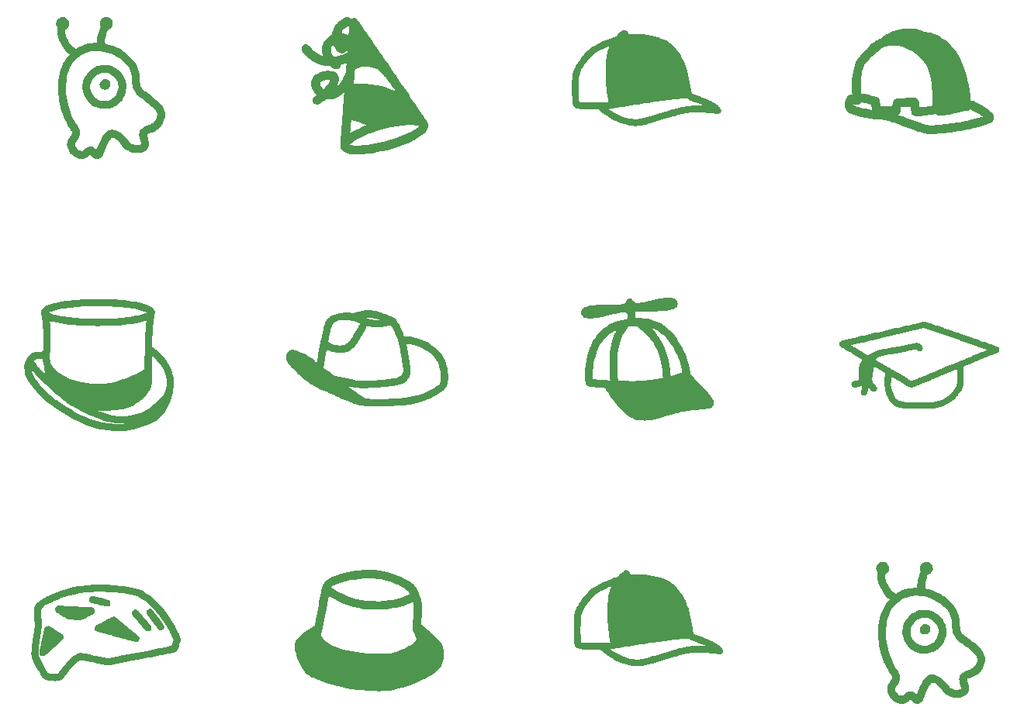
<source format=gbr>
%TF.GenerationSoftware,KiCad,Pcbnew,(6.0.0)*%
%TF.CreationDate,2022-09-21T12:03:09-04:00*%
%TF.ProjectId,eib-64-cap,6569622d-3634-42d6-9361-702e6b696361,A*%
%TF.SameCoordinates,Original*%
%TF.FileFunction,Soldermask,Bot*%
%TF.FilePolarity,Negative*%
%FSLAX46Y46*%
G04 Gerber Fmt 4.6, Leading zero omitted, Abs format (unit mm)*
G04 Created by KiCad (PCBNEW (6.0.0)) date 2022-09-21 12:03:09*
%MOMM*%
%LPD*%
G01*
G04 APERTURE LIST*
G04 APERTURE END LIST*
%TO.C,G\u002A\u002A\u002A*%
G36*
X149714398Y-70758934D02*
G01*
X149733676Y-70777290D01*
X149811970Y-70859138D01*
X149866418Y-70932797D01*
X149900119Y-71004488D01*
X149916173Y-71080431D01*
X149917680Y-71166846D01*
X149914252Y-71217048D01*
X149905873Y-71269499D01*
X149890216Y-71310871D01*
X149863783Y-71353263D01*
X149828757Y-71397219D01*
X149744385Y-71467867D01*
X149644090Y-71511102D01*
X149637957Y-71512670D01*
X149606702Y-71518104D01*
X149566039Y-71521139D01*
X149513203Y-71521617D01*
X149445431Y-71519381D01*
X149359960Y-71514272D01*
X149254025Y-71506132D01*
X149124863Y-71494802D01*
X148969711Y-71480124D01*
X148785805Y-71461939D01*
X148682432Y-71451657D01*
X148480938Y-71432349D01*
X148302233Y-71416534D01*
X148140389Y-71403897D01*
X147989477Y-71394124D01*
X147843567Y-71386898D01*
X147696729Y-71381905D01*
X147543036Y-71378829D01*
X147376557Y-71377355D01*
X147191364Y-71377168D01*
X147136140Y-71377306D01*
X146952453Y-71378562D01*
X146793831Y-71381317D01*
X146655050Y-71385996D01*
X146530888Y-71393022D01*
X146416119Y-71402820D01*
X146305522Y-71415814D01*
X146193871Y-71432427D01*
X146075945Y-71453083D01*
X145946518Y-71478207D01*
X145943327Y-71478849D01*
X145807945Y-71507093D01*
X145667045Y-71538572D01*
X145518393Y-71573908D01*
X145359756Y-71613720D01*
X145188899Y-71658628D01*
X145003587Y-71709254D01*
X144801588Y-71766218D01*
X144580666Y-71830139D01*
X144338587Y-71901639D01*
X144073117Y-71981337D01*
X143782023Y-72069855D01*
X143463069Y-72167811D01*
X143222438Y-72241799D01*
X142935522Y-72329298D01*
X142675058Y-72407774D01*
X142438977Y-72477777D01*
X142225212Y-72539858D01*
X142031694Y-72594567D01*
X141856356Y-72642453D01*
X141697129Y-72684069D01*
X141551947Y-72719963D01*
X141418741Y-72750687D01*
X141295442Y-72776791D01*
X141179985Y-72798825D01*
X141070299Y-72817339D01*
X140964318Y-72832885D01*
X140790792Y-72850112D01*
X140534053Y-72855943D01*
X140260338Y-72841478D01*
X139973515Y-72807212D01*
X139677454Y-72753642D01*
X139376022Y-72681262D01*
X139073088Y-72590569D01*
X138978896Y-72558646D01*
X138572297Y-72400472D01*
X138172529Y-72211576D01*
X137780154Y-71992292D01*
X137395732Y-71742950D01*
X137019822Y-71463884D01*
X136652985Y-71155425D01*
X136530035Y-71045740D01*
X136169100Y-71056614D01*
X136083978Y-71058578D01*
X135939798Y-71059923D01*
X135780252Y-71059487D01*
X135610573Y-71057423D01*
X135435993Y-71053883D01*
X135261745Y-71049021D01*
X135093061Y-71042990D01*
X134935174Y-71035941D01*
X134793317Y-71028027D01*
X134672722Y-71019401D01*
X134578622Y-71010216D01*
X134462017Y-70993659D01*
X137619618Y-70993659D01*
X137792718Y-71114890D01*
X137902040Y-71189674D01*
X138216982Y-71386525D01*
X138540931Y-71562894D01*
X138870324Y-71717323D01*
X139201598Y-71848357D01*
X139531188Y-71954541D01*
X139855531Y-72034419D01*
X140171064Y-72086534D01*
X140199897Y-72089991D01*
X140367123Y-72107177D01*
X140513961Y-72116042D01*
X140649307Y-72116365D01*
X140782060Y-72107921D01*
X140921117Y-72090487D01*
X141075374Y-72063839D01*
X141161770Y-72046834D01*
X141262133Y-72025581D01*
X141367867Y-72001507D01*
X141481228Y-71973982D01*
X141604475Y-71942377D01*
X141739864Y-71906065D01*
X141889652Y-71864416D01*
X142056096Y-71816801D01*
X142241453Y-71762593D01*
X142447981Y-71701161D01*
X142677937Y-71631878D01*
X142933578Y-71554114D01*
X143217160Y-71467242D01*
X143224599Y-71464957D01*
X143539734Y-71368485D01*
X143826982Y-71281265D01*
X144088556Y-71202685D01*
X144326669Y-71132129D01*
X144543538Y-71068985D01*
X144741375Y-71012638D01*
X144922396Y-70962474D01*
X145088814Y-70917880D01*
X145242844Y-70878242D01*
X145386701Y-70842946D01*
X145522598Y-70811379D01*
X145652750Y-70782925D01*
X145779371Y-70756972D01*
X145844120Y-70744183D01*
X145957321Y-70722311D01*
X146058294Y-70703910D01*
X146151036Y-70688678D01*
X146239543Y-70676317D01*
X146327811Y-70666525D01*
X146376723Y-70662528D01*
X148098480Y-70662528D01*
X148111539Y-70668333D01*
X148119938Y-70667188D01*
X148122116Y-70657756D01*
X148119790Y-70655857D01*
X148100962Y-70657756D01*
X148098480Y-70662528D01*
X146376723Y-70662528D01*
X146419835Y-70659005D01*
X146519612Y-70653454D01*
X146631138Y-70649574D01*
X146758410Y-70647065D01*
X146905423Y-70645627D01*
X147076173Y-70644960D01*
X147274657Y-70644763D01*
X147318872Y-70644747D01*
X147472868Y-70644630D01*
X147616004Y-70644429D01*
X147745300Y-70644154D01*
X147857773Y-70643816D01*
X147950442Y-70643424D01*
X148020326Y-70642989D01*
X148064442Y-70642520D01*
X148079810Y-70642029D01*
X148075253Y-70639607D01*
X148047068Y-70626926D01*
X147997431Y-70605357D01*
X147931324Y-70577057D01*
X147853731Y-70544182D01*
X147630070Y-70452411D01*
X147374388Y-70353513D01*
X147101998Y-70254317D01*
X146805649Y-70152110D01*
X146754720Y-70134773D01*
X146654890Y-70099666D01*
X146564882Y-70066575D01*
X146489786Y-70037443D01*
X146434691Y-70014217D01*
X146404686Y-69998842D01*
X146396414Y-69992786D01*
X146352459Y-69951194D01*
X146315681Y-69903554D01*
X146300968Y-69880697D01*
X146278162Y-69856139D01*
X146248593Y-69846020D01*
X146199796Y-69843929D01*
X146183414Y-69844004D01*
X146110096Y-69845985D01*
X146011016Y-69850387D01*
X145890662Y-69856899D01*
X145753522Y-69865211D01*
X145604084Y-69875012D01*
X145446837Y-69885992D01*
X145286268Y-69897839D01*
X145126867Y-69910243D01*
X144973120Y-69922893D01*
X144829517Y-69935480D01*
X144700546Y-69947692D01*
X144611212Y-69956858D01*
X144409492Y-69979277D01*
X144179763Y-70006785D01*
X143924179Y-70039064D01*
X143644898Y-70075796D01*
X143344073Y-70116662D01*
X143326709Y-70119085D01*
X143023861Y-70161344D01*
X142686417Y-70209524D01*
X142333896Y-70260883D01*
X141968453Y-70315104D01*
X141592245Y-70371866D01*
X141207426Y-70430852D01*
X140816152Y-70491744D01*
X140420579Y-70554224D01*
X140022861Y-70617972D01*
X139625155Y-70682670D01*
X139229615Y-70748001D01*
X138838397Y-70813645D01*
X138803492Y-70819532D01*
X138648176Y-70845337D01*
X138492676Y-70870586D01*
X138342233Y-70894466D01*
X138202087Y-70916162D01*
X138077479Y-70934861D01*
X137973650Y-70949750D01*
X137895841Y-70960013D01*
X137619618Y-70993659D01*
X134462017Y-70993659D01*
X134411712Y-70986516D01*
X134256188Y-70954511D01*
X134125615Y-70914942D01*
X134016677Y-70866570D01*
X133926057Y-70808157D01*
X133850437Y-70738465D01*
X133816467Y-70698803D01*
X133770602Y-70628779D01*
X133739252Y-70550400D01*
X133734677Y-70535165D01*
X133715619Y-70460692D01*
X133698932Y-70374890D01*
X133684499Y-70275720D01*
X133672203Y-70161144D01*
X133661926Y-70029125D01*
X133653552Y-69877625D01*
X133646963Y-69704607D01*
X133642042Y-69508032D01*
X133638673Y-69285862D01*
X133636737Y-69036061D01*
X133636523Y-68939545D01*
X134375907Y-68939545D01*
X134376148Y-69109850D01*
X134376991Y-69270304D01*
X134378461Y-69417237D01*
X134380584Y-69546980D01*
X134383384Y-69655866D01*
X134386887Y-69740225D01*
X134387939Y-69759376D01*
X134393983Y-69864316D01*
X134400081Y-69962645D01*
X134405816Y-70048093D01*
X134410771Y-70114390D01*
X134414528Y-70155268D01*
X134424007Y-70237144D01*
X134521146Y-70254853D01*
X134532815Y-70256919D01*
X134600776Y-70267658D01*
X134681893Y-70278994D01*
X134761070Y-70288794D01*
X134800587Y-70292012D01*
X134874468Y-70295662D01*
X134973238Y-70299007D01*
X135093145Y-70302020D01*
X135230440Y-70304677D01*
X135381372Y-70306951D01*
X135542190Y-70308816D01*
X135709144Y-70310247D01*
X135878483Y-70311217D01*
X136046457Y-70311701D01*
X136209315Y-70311674D01*
X136363307Y-70311108D01*
X136504682Y-70309979D01*
X136629689Y-70308260D01*
X136734578Y-70305926D01*
X136815599Y-70302951D01*
X136861300Y-70300648D01*
X136978793Y-70294191D01*
X137100424Y-70286879D01*
X137214246Y-70279449D01*
X137308314Y-70272633D01*
X137324748Y-70271359D01*
X137406510Y-70265286D01*
X137478459Y-70260357D01*
X137533323Y-70257049D01*
X137563833Y-70255840D01*
X137604277Y-70255840D01*
X137582723Y-70132886D01*
X137569434Y-70053414D01*
X138321043Y-70053414D01*
X138325879Y-70094997D01*
X138326280Y-70098131D01*
X138338612Y-70128659D01*
X138367560Y-70138972D01*
X138418516Y-70131173D01*
X138435795Y-70126293D01*
X138444142Y-70119085D01*
X138429845Y-70107602D01*
X138389882Y-70087200D01*
X138321043Y-70053414D01*
X137569434Y-70053414D01*
X137545228Y-69908654D01*
X137490480Y-69539958D01*
X137441148Y-69155903D01*
X137397819Y-68763010D01*
X137361077Y-68367794D01*
X137331509Y-67976776D01*
X137309701Y-67596472D01*
X137296238Y-67233402D01*
X137291705Y-66894083D01*
X137294789Y-66625835D01*
X137305780Y-66315487D01*
X137324351Y-66012536D01*
X137350101Y-65719657D01*
X137382630Y-65439527D01*
X137421540Y-65174820D01*
X137466430Y-64928213D01*
X137516900Y-64702382D01*
X137572550Y-64500003D01*
X137632981Y-64323751D01*
X137697793Y-64176303D01*
X137735542Y-64101700D01*
X137620636Y-64150483D01*
X137442685Y-64227974D01*
X137241528Y-64319861D01*
X137041026Y-64415641D01*
X136845326Y-64513152D01*
X136658573Y-64610235D01*
X136484914Y-64704730D01*
X136328493Y-64794477D01*
X136193458Y-64877315D01*
X136083954Y-64951086D01*
X136065078Y-64964916D01*
X135967584Y-65042885D01*
X135857976Y-65139477D01*
X135741975Y-65249151D01*
X135625302Y-65366363D01*
X135513679Y-65485571D01*
X135412827Y-65601233D01*
X135287509Y-65756203D01*
X135056946Y-66071997D01*
X134848721Y-66402214D01*
X134658046Y-66754168D01*
X134629495Y-66811698D01*
X134553536Y-66974262D01*
X134494566Y-67118079D01*
X134450878Y-67248041D01*
X134420764Y-67369038D01*
X134402515Y-67485962D01*
X134400981Y-67501741D01*
X134396606Y-67568789D01*
X134392578Y-67662672D01*
X134388923Y-67779721D01*
X134385666Y-67916267D01*
X134382832Y-68068642D01*
X134380448Y-68233177D01*
X134378537Y-68406204D01*
X134377127Y-68584053D01*
X134376241Y-68763056D01*
X134375907Y-68939545D01*
X133636523Y-68939545D01*
X133636117Y-68756590D01*
X133636410Y-68557518D01*
X133637806Y-68309635D01*
X133640427Y-68090073D01*
X133644351Y-67896869D01*
X133649657Y-67728060D01*
X133656424Y-67581683D01*
X133664733Y-67455773D01*
X133674662Y-67348369D01*
X133686290Y-67257506D01*
X133699696Y-67181221D01*
X133720817Y-67092583D01*
X133772581Y-66926447D01*
X133842945Y-66743107D01*
X133930069Y-66546398D01*
X134032113Y-66340153D01*
X134147236Y-66128209D01*
X134273597Y-65914401D01*
X134409357Y-65702561D01*
X134497367Y-65573776D01*
X134710351Y-65285904D01*
X134930976Y-65019519D01*
X135156925Y-64777171D01*
X135385881Y-64561411D01*
X135615528Y-64374789D01*
X135755048Y-64277304D01*
X135921749Y-64172364D01*
X136111147Y-64062226D01*
X136319343Y-63948714D01*
X136542437Y-63833649D01*
X136776532Y-63718853D01*
X137017728Y-63606146D01*
X137262127Y-63497352D01*
X137505828Y-63394291D01*
X137744934Y-63298785D01*
X137975546Y-63212657D01*
X138193764Y-63137727D01*
X138395690Y-63075817D01*
X138555856Y-63030223D01*
X138573977Y-62942501D01*
X138582197Y-62910228D01*
X138605149Y-62847109D01*
X138631623Y-62796617D01*
X138641514Y-62784891D01*
X138678463Y-62750950D01*
X138734352Y-62705555D01*
X138803997Y-62652401D01*
X138882212Y-62595179D01*
X138963812Y-62537582D01*
X139043615Y-62483302D01*
X139116434Y-62436032D01*
X139177086Y-62399464D01*
X139220386Y-62377291D01*
X139280385Y-62359727D01*
X139374629Y-62354393D01*
X139470034Y-62370648D01*
X139557027Y-62406541D01*
X139626036Y-62460117D01*
X139666560Y-62508046D01*
X139715300Y-62574089D01*
X139759814Y-62642284D01*
X139794511Y-62703985D01*
X139813800Y-62750544D01*
X139829052Y-62807183D01*
X140388753Y-62807505D01*
X140408519Y-62807527D01*
X140566647Y-62808411D01*
X140717895Y-62810466D01*
X140857294Y-62813561D01*
X140979873Y-62817564D01*
X141080665Y-62822345D01*
X141154699Y-62827771D01*
X141452664Y-62859780D01*
X141890364Y-62919718D01*
X142300794Y-62992548D01*
X142685120Y-63078542D01*
X143044505Y-63177970D01*
X143380114Y-63291102D01*
X143693113Y-63418211D01*
X143696344Y-63419647D01*
X143899091Y-63514896D01*
X144077920Y-63610756D01*
X144240220Y-63712220D01*
X144393376Y-63824283D01*
X144544779Y-63951941D01*
X144701813Y-64100188D01*
X144703309Y-64101700D01*
X144799079Y-64198514D01*
X144940412Y-64352097D01*
X145070964Y-64509308D01*
X145197867Y-64678904D01*
X145328252Y-64869644D01*
X145332265Y-64875744D01*
X145503374Y-65149771D01*
X145663543Y-65433333D01*
X145810507Y-65721483D01*
X145942004Y-66009275D01*
X146055771Y-66291764D01*
X146149546Y-66564005D01*
X146221065Y-66821050D01*
X146221428Y-66822571D01*
X146229777Y-66860551D01*
X146243610Y-66926761D01*
X146262380Y-67018478D01*
X146285543Y-67132976D01*
X146312553Y-67267530D01*
X146342865Y-67419416D01*
X146375933Y-67585909D01*
X146411212Y-67764285D01*
X146448157Y-67951818D01*
X146486222Y-68145784D01*
X146720833Y-69343598D01*
X147047323Y-69451633D01*
X147198428Y-69502448D01*
X147539459Y-69623363D01*
X147865467Y-69747707D01*
X148174633Y-69874590D01*
X148465137Y-70003119D01*
X148735160Y-70132403D01*
X148982884Y-70261550D01*
X149206489Y-70389668D01*
X149404156Y-70515866D01*
X149574065Y-70639252D01*
X149577321Y-70642029D01*
X149595762Y-70657756D01*
X149714398Y-70758934D01*
G37*
G36*
X149914398Y-129758934D02*
G01*
X149933676Y-129777290D01*
X150011970Y-129859138D01*
X150066418Y-129932797D01*
X150100119Y-130004488D01*
X150116173Y-130080431D01*
X150117680Y-130166846D01*
X150114252Y-130217048D01*
X150105873Y-130269499D01*
X150090216Y-130310871D01*
X150063783Y-130353263D01*
X150028757Y-130397219D01*
X149944385Y-130467867D01*
X149844090Y-130511102D01*
X149837957Y-130512670D01*
X149806702Y-130518104D01*
X149766039Y-130521139D01*
X149713203Y-130521617D01*
X149645431Y-130519381D01*
X149559960Y-130514272D01*
X149454025Y-130506132D01*
X149324863Y-130494802D01*
X149169711Y-130480124D01*
X148985805Y-130461939D01*
X148882432Y-130451657D01*
X148680938Y-130432349D01*
X148502233Y-130416534D01*
X148340389Y-130403897D01*
X148189477Y-130394124D01*
X148043567Y-130386898D01*
X147896729Y-130381905D01*
X147743036Y-130378829D01*
X147576557Y-130377355D01*
X147391364Y-130377168D01*
X147336140Y-130377306D01*
X147152453Y-130378562D01*
X146993831Y-130381317D01*
X146855050Y-130385996D01*
X146730888Y-130393022D01*
X146616119Y-130402820D01*
X146505522Y-130415814D01*
X146393871Y-130432427D01*
X146275945Y-130453083D01*
X146146518Y-130478207D01*
X146143327Y-130478849D01*
X146007945Y-130507093D01*
X145867045Y-130538572D01*
X145718393Y-130573908D01*
X145559756Y-130613720D01*
X145388899Y-130658628D01*
X145203587Y-130709254D01*
X145001588Y-130766218D01*
X144780666Y-130830139D01*
X144538587Y-130901639D01*
X144273117Y-130981337D01*
X143982023Y-131069855D01*
X143663069Y-131167811D01*
X143422438Y-131241799D01*
X143135522Y-131329298D01*
X142875058Y-131407774D01*
X142638977Y-131477777D01*
X142425212Y-131539858D01*
X142231694Y-131594567D01*
X142056356Y-131642453D01*
X141897129Y-131684069D01*
X141751947Y-131719963D01*
X141618741Y-131750687D01*
X141495442Y-131776791D01*
X141379985Y-131798825D01*
X141270299Y-131817339D01*
X141164318Y-131832885D01*
X140990792Y-131850112D01*
X140734053Y-131855943D01*
X140460338Y-131841478D01*
X140173515Y-131807212D01*
X139877454Y-131753642D01*
X139576022Y-131681262D01*
X139273088Y-131590569D01*
X139178896Y-131558646D01*
X138772297Y-131400472D01*
X138372529Y-131211576D01*
X137980154Y-130992292D01*
X137595732Y-130742950D01*
X137219822Y-130463884D01*
X136852985Y-130155425D01*
X136730035Y-130045740D01*
X136369100Y-130056614D01*
X136283978Y-130058578D01*
X136139798Y-130059923D01*
X135980252Y-130059487D01*
X135810573Y-130057423D01*
X135635993Y-130053883D01*
X135461745Y-130049021D01*
X135293061Y-130042990D01*
X135135174Y-130035941D01*
X134993317Y-130028027D01*
X134872722Y-130019401D01*
X134778622Y-130010216D01*
X134662017Y-129993659D01*
X137819618Y-129993659D01*
X137992718Y-130114890D01*
X138102040Y-130189674D01*
X138416982Y-130386525D01*
X138740931Y-130562894D01*
X139070324Y-130717323D01*
X139401598Y-130848357D01*
X139731188Y-130954541D01*
X140055531Y-131034419D01*
X140371064Y-131086534D01*
X140399897Y-131089991D01*
X140567123Y-131107177D01*
X140713961Y-131116042D01*
X140849307Y-131116365D01*
X140982060Y-131107921D01*
X141121117Y-131090487D01*
X141275374Y-131063839D01*
X141361770Y-131046834D01*
X141462133Y-131025581D01*
X141567867Y-131001507D01*
X141681228Y-130973982D01*
X141804475Y-130942377D01*
X141939864Y-130906065D01*
X142089652Y-130864416D01*
X142256096Y-130816801D01*
X142441453Y-130762593D01*
X142647981Y-130701161D01*
X142877937Y-130631878D01*
X143133578Y-130554114D01*
X143417160Y-130467242D01*
X143424599Y-130464957D01*
X143739734Y-130368485D01*
X144026982Y-130281265D01*
X144288556Y-130202685D01*
X144526669Y-130132129D01*
X144743538Y-130068985D01*
X144941375Y-130012638D01*
X145122396Y-129962474D01*
X145288814Y-129917880D01*
X145442844Y-129878242D01*
X145586701Y-129842946D01*
X145722598Y-129811379D01*
X145852750Y-129782925D01*
X145979371Y-129756972D01*
X146044120Y-129744183D01*
X146157321Y-129722311D01*
X146258294Y-129703910D01*
X146351036Y-129688678D01*
X146439543Y-129676317D01*
X146527811Y-129666525D01*
X146576723Y-129662528D01*
X148298480Y-129662528D01*
X148311539Y-129668333D01*
X148319938Y-129667188D01*
X148322116Y-129657756D01*
X148319790Y-129655857D01*
X148300962Y-129657756D01*
X148298480Y-129662528D01*
X146576723Y-129662528D01*
X146619835Y-129659005D01*
X146719612Y-129653454D01*
X146831138Y-129649574D01*
X146958410Y-129647065D01*
X147105423Y-129645627D01*
X147276173Y-129644960D01*
X147474657Y-129644763D01*
X147518872Y-129644747D01*
X147672868Y-129644630D01*
X147816004Y-129644429D01*
X147945300Y-129644154D01*
X148057773Y-129643816D01*
X148150442Y-129643424D01*
X148220326Y-129642989D01*
X148264442Y-129642520D01*
X148279810Y-129642029D01*
X148275253Y-129639607D01*
X148247068Y-129626926D01*
X148197431Y-129605357D01*
X148131324Y-129577057D01*
X148053731Y-129544182D01*
X147830070Y-129452411D01*
X147574388Y-129353513D01*
X147301998Y-129254317D01*
X147005649Y-129152110D01*
X146954720Y-129134773D01*
X146854890Y-129099666D01*
X146764882Y-129066575D01*
X146689786Y-129037443D01*
X146634691Y-129014217D01*
X146604686Y-128998842D01*
X146596414Y-128992786D01*
X146552459Y-128951194D01*
X146515681Y-128903554D01*
X146500968Y-128880697D01*
X146478162Y-128856139D01*
X146448593Y-128846020D01*
X146399796Y-128843929D01*
X146383414Y-128844004D01*
X146310096Y-128845985D01*
X146211016Y-128850387D01*
X146090662Y-128856899D01*
X145953522Y-128865211D01*
X145804084Y-128875012D01*
X145646837Y-128885992D01*
X145486268Y-128897839D01*
X145326867Y-128910243D01*
X145173120Y-128922893D01*
X145029517Y-128935480D01*
X144900546Y-128947692D01*
X144811212Y-128956858D01*
X144609492Y-128979277D01*
X144379763Y-129006785D01*
X144124179Y-129039064D01*
X143844898Y-129075796D01*
X143544073Y-129116662D01*
X143526709Y-129119085D01*
X143223861Y-129161344D01*
X142886417Y-129209524D01*
X142533896Y-129260883D01*
X142168453Y-129315104D01*
X141792245Y-129371866D01*
X141407426Y-129430852D01*
X141016152Y-129491744D01*
X140620579Y-129554224D01*
X140222861Y-129617972D01*
X139825155Y-129682670D01*
X139429615Y-129748001D01*
X139038397Y-129813645D01*
X139003492Y-129819532D01*
X138848176Y-129845337D01*
X138692676Y-129870586D01*
X138542233Y-129894466D01*
X138402087Y-129916162D01*
X138277479Y-129934861D01*
X138173650Y-129949750D01*
X138095841Y-129960013D01*
X137819618Y-129993659D01*
X134662017Y-129993659D01*
X134611712Y-129986516D01*
X134456188Y-129954511D01*
X134325615Y-129914942D01*
X134216677Y-129866570D01*
X134126057Y-129808157D01*
X134050437Y-129738465D01*
X134016467Y-129698803D01*
X133970602Y-129628779D01*
X133939252Y-129550400D01*
X133934677Y-129535165D01*
X133915619Y-129460692D01*
X133898932Y-129374890D01*
X133884499Y-129275720D01*
X133872203Y-129161144D01*
X133861926Y-129029125D01*
X133853552Y-128877625D01*
X133846963Y-128704607D01*
X133842042Y-128508032D01*
X133838673Y-128285862D01*
X133836737Y-128036061D01*
X133836523Y-127939545D01*
X134575907Y-127939545D01*
X134576148Y-128109850D01*
X134576991Y-128270304D01*
X134578461Y-128417237D01*
X134580584Y-128546980D01*
X134583384Y-128655866D01*
X134586887Y-128740225D01*
X134587939Y-128759376D01*
X134593983Y-128864316D01*
X134600081Y-128962645D01*
X134605816Y-129048093D01*
X134610771Y-129114390D01*
X134614528Y-129155268D01*
X134624007Y-129237144D01*
X134721146Y-129254853D01*
X134732815Y-129256919D01*
X134800776Y-129267658D01*
X134881893Y-129278994D01*
X134961070Y-129288794D01*
X135000587Y-129292012D01*
X135074468Y-129295662D01*
X135173238Y-129299007D01*
X135293145Y-129302020D01*
X135430440Y-129304677D01*
X135581372Y-129306951D01*
X135742190Y-129308816D01*
X135909144Y-129310247D01*
X136078483Y-129311217D01*
X136246457Y-129311701D01*
X136409315Y-129311674D01*
X136563307Y-129311108D01*
X136704682Y-129309979D01*
X136829689Y-129308260D01*
X136934578Y-129305926D01*
X137015599Y-129302951D01*
X137061300Y-129300648D01*
X137178793Y-129294191D01*
X137300424Y-129286879D01*
X137414246Y-129279449D01*
X137508314Y-129272633D01*
X137524748Y-129271359D01*
X137606510Y-129265286D01*
X137678459Y-129260357D01*
X137733323Y-129257049D01*
X137763833Y-129255840D01*
X137804277Y-129255840D01*
X137782723Y-129132886D01*
X137769434Y-129053414D01*
X138521043Y-129053414D01*
X138525879Y-129094997D01*
X138526280Y-129098131D01*
X138538612Y-129128659D01*
X138567560Y-129138972D01*
X138618516Y-129131173D01*
X138635795Y-129126293D01*
X138644142Y-129119085D01*
X138629845Y-129107602D01*
X138589882Y-129087200D01*
X138521043Y-129053414D01*
X137769434Y-129053414D01*
X137745228Y-128908654D01*
X137690480Y-128539958D01*
X137641148Y-128155903D01*
X137597819Y-127763010D01*
X137561077Y-127367794D01*
X137531509Y-126976776D01*
X137509701Y-126596472D01*
X137496238Y-126233402D01*
X137491705Y-125894083D01*
X137494789Y-125625835D01*
X137505780Y-125315487D01*
X137524351Y-125012536D01*
X137550101Y-124719657D01*
X137582630Y-124439527D01*
X137621540Y-124174820D01*
X137666430Y-123928213D01*
X137716900Y-123702382D01*
X137772550Y-123500003D01*
X137832981Y-123323751D01*
X137897793Y-123176303D01*
X137935542Y-123101700D01*
X137820636Y-123150483D01*
X137642685Y-123227974D01*
X137441528Y-123319861D01*
X137241026Y-123415641D01*
X137045326Y-123513152D01*
X136858573Y-123610235D01*
X136684914Y-123704730D01*
X136528493Y-123794477D01*
X136393458Y-123877315D01*
X136283954Y-123951086D01*
X136265078Y-123964916D01*
X136167584Y-124042885D01*
X136057976Y-124139477D01*
X135941975Y-124249151D01*
X135825302Y-124366363D01*
X135713679Y-124485571D01*
X135612827Y-124601233D01*
X135487509Y-124756203D01*
X135256946Y-125071997D01*
X135048721Y-125402214D01*
X134858046Y-125754168D01*
X134829495Y-125811698D01*
X134753536Y-125974262D01*
X134694566Y-126118079D01*
X134650878Y-126248041D01*
X134620764Y-126369038D01*
X134602515Y-126485962D01*
X134600981Y-126501741D01*
X134596606Y-126568789D01*
X134592578Y-126662672D01*
X134588923Y-126779721D01*
X134585666Y-126916267D01*
X134582832Y-127068642D01*
X134580448Y-127233177D01*
X134578537Y-127406204D01*
X134577127Y-127584053D01*
X134576241Y-127763056D01*
X134575907Y-127939545D01*
X133836523Y-127939545D01*
X133836117Y-127756590D01*
X133836410Y-127557518D01*
X133837806Y-127309635D01*
X133840427Y-127090073D01*
X133844351Y-126896869D01*
X133849657Y-126728060D01*
X133856424Y-126581683D01*
X133864733Y-126455773D01*
X133874662Y-126348369D01*
X133886290Y-126257506D01*
X133899696Y-126181221D01*
X133920817Y-126092583D01*
X133972581Y-125926447D01*
X134042945Y-125743107D01*
X134130069Y-125546398D01*
X134232113Y-125340153D01*
X134347236Y-125128209D01*
X134473597Y-124914401D01*
X134609357Y-124702561D01*
X134697367Y-124573776D01*
X134910351Y-124285904D01*
X135130976Y-124019519D01*
X135356925Y-123777171D01*
X135585881Y-123561411D01*
X135815528Y-123374789D01*
X135955048Y-123277304D01*
X136121749Y-123172364D01*
X136311147Y-123062226D01*
X136519343Y-122948714D01*
X136742437Y-122833649D01*
X136976532Y-122718853D01*
X137217728Y-122606146D01*
X137462127Y-122497352D01*
X137705828Y-122394291D01*
X137944934Y-122298785D01*
X138175546Y-122212657D01*
X138393764Y-122137727D01*
X138595690Y-122075817D01*
X138755856Y-122030223D01*
X138773977Y-121942501D01*
X138782197Y-121910228D01*
X138805149Y-121847109D01*
X138831623Y-121796617D01*
X138841514Y-121784891D01*
X138878463Y-121750950D01*
X138934352Y-121705555D01*
X139003997Y-121652401D01*
X139082212Y-121595179D01*
X139163812Y-121537582D01*
X139243615Y-121483302D01*
X139316434Y-121436032D01*
X139377086Y-121399464D01*
X139420386Y-121377291D01*
X139480385Y-121359727D01*
X139574629Y-121354393D01*
X139670034Y-121370648D01*
X139757027Y-121406541D01*
X139826036Y-121460117D01*
X139866560Y-121508046D01*
X139915300Y-121574089D01*
X139959814Y-121642284D01*
X139994511Y-121703985D01*
X140013800Y-121750544D01*
X140029052Y-121807183D01*
X140588753Y-121807505D01*
X140608519Y-121807527D01*
X140766647Y-121808411D01*
X140917895Y-121810466D01*
X141057294Y-121813561D01*
X141179873Y-121817564D01*
X141280665Y-121822345D01*
X141354699Y-121827771D01*
X141652664Y-121859780D01*
X142090364Y-121919718D01*
X142500794Y-121992548D01*
X142885120Y-122078542D01*
X143244505Y-122177970D01*
X143580114Y-122291102D01*
X143893113Y-122418211D01*
X143896344Y-122419647D01*
X144099091Y-122514896D01*
X144277920Y-122610756D01*
X144440220Y-122712220D01*
X144593376Y-122824283D01*
X144744779Y-122951941D01*
X144901813Y-123100188D01*
X144903309Y-123101700D01*
X144999079Y-123198514D01*
X145140412Y-123352097D01*
X145270964Y-123509308D01*
X145397867Y-123678904D01*
X145528252Y-123869644D01*
X145532265Y-123875744D01*
X145703374Y-124149771D01*
X145863543Y-124433333D01*
X146010507Y-124721483D01*
X146142004Y-125009275D01*
X146255771Y-125291764D01*
X146349546Y-125564005D01*
X146421065Y-125821050D01*
X146421428Y-125822571D01*
X146429777Y-125860551D01*
X146443610Y-125926761D01*
X146462380Y-126018478D01*
X146485543Y-126132976D01*
X146512553Y-126267530D01*
X146542865Y-126419416D01*
X146575933Y-126585909D01*
X146611212Y-126764285D01*
X146648157Y-126951818D01*
X146686222Y-127145784D01*
X146920833Y-128343598D01*
X147247323Y-128451633D01*
X147398428Y-128502448D01*
X147739459Y-128623363D01*
X148065467Y-128747707D01*
X148374633Y-128874590D01*
X148665137Y-129003119D01*
X148935160Y-129132403D01*
X149182884Y-129261550D01*
X149406489Y-129389668D01*
X149604156Y-129515866D01*
X149774065Y-129639252D01*
X149777321Y-129642029D01*
X149795762Y-129657756D01*
X149914398Y-129758934D01*
G37*
G36*
X89218573Y-71842456D02*
G01*
X89169467Y-72090133D01*
X89083659Y-72331838D01*
X88961147Y-72567573D01*
X88801929Y-72797341D01*
X88606005Y-73021145D01*
X88536645Y-73090441D01*
X88376930Y-73231824D01*
X88212956Y-73349326D01*
X88036562Y-73447763D01*
X87839588Y-73531952D01*
X87613874Y-73606710D01*
X87605482Y-73609193D01*
X87513827Y-73637183D01*
X87432031Y-73663632D01*
X87368730Y-73685661D01*
X87332562Y-73700394D01*
X87316459Y-73709633D01*
X87283025Y-73740587D01*
X87264700Y-73783559D01*
X87261598Y-73842888D01*
X87273836Y-73922916D01*
X87301526Y-74027983D01*
X87344786Y-74162429D01*
X87348715Y-74174062D01*
X87382512Y-74278062D01*
X87413896Y-74380976D01*
X87439519Y-74471486D01*
X87456029Y-74538274D01*
X87472932Y-74636165D01*
X87482092Y-74830002D01*
X87457171Y-75010637D01*
X87399118Y-75176666D01*
X87308879Y-75326687D01*
X87187403Y-75459297D01*
X87035639Y-75573091D01*
X86854534Y-75666667D01*
X86645037Y-75738621D01*
X86588960Y-75752885D01*
X86528166Y-75764990D01*
X86463566Y-75773144D01*
X86386818Y-75778086D01*
X86289579Y-75780556D01*
X86163508Y-75781292D01*
X86022849Y-75779780D01*
X85870207Y-75772336D01*
X85737152Y-75757251D01*
X85614021Y-75732952D01*
X85491153Y-75697869D01*
X85358886Y-75650430D01*
X85333485Y-75640465D01*
X85134448Y-75549102D01*
X84961511Y-75442224D01*
X84808058Y-75314412D01*
X84667473Y-75160249D01*
X84533137Y-74974316D01*
X84503354Y-74930210D01*
X84368435Y-74755601D01*
X84214047Y-74589408D01*
X84047576Y-74438474D01*
X83876411Y-74309646D01*
X83707941Y-74209769D01*
X83698215Y-74204895D01*
X83609041Y-74164822D01*
X83530587Y-74140878D01*
X83460159Y-74135121D01*
X83395065Y-74149607D01*
X83332612Y-74186395D01*
X83270107Y-74247542D01*
X83204857Y-74335105D01*
X83134170Y-74451141D01*
X83055353Y-74597709D01*
X82965713Y-74776865D01*
X82956996Y-74794692D01*
X82890696Y-74931091D01*
X82835791Y-75046396D01*
X82788876Y-75148627D01*
X82746545Y-75245802D01*
X82705395Y-75345944D01*
X82662019Y-75457072D01*
X82613014Y-75587205D01*
X82554975Y-75744366D01*
X82544213Y-75773414D01*
X82483628Y-75926277D01*
X82426659Y-76049044D01*
X82370224Y-76147181D01*
X82311243Y-76226155D01*
X82246635Y-76291432D01*
X82184287Y-76340402D01*
X82070600Y-76400799D01*
X81942879Y-76432737D01*
X81793815Y-76438592D01*
X81712233Y-76432287D01*
X81618579Y-76413714D01*
X81531312Y-76379970D01*
X81443305Y-76327376D01*
X81347429Y-76252252D01*
X81236554Y-76150918D01*
X81059213Y-75981043D01*
X80900390Y-76132540D01*
X80812999Y-76210719D01*
X80671550Y-76313245D01*
X80528105Y-76385749D01*
X80375980Y-76432051D01*
X80325721Y-76441324D01*
X80230151Y-76453415D01*
X80142775Y-76458773D01*
X80100189Y-76458389D01*
X79907919Y-76435405D01*
X79712952Y-76380183D01*
X79519463Y-76296088D01*
X79331625Y-76186481D01*
X79153614Y-76054726D01*
X78989605Y-75904186D01*
X78843772Y-75738224D01*
X78720290Y-75560202D01*
X78623334Y-75373484D01*
X78557079Y-75181432D01*
X78541314Y-75109640D01*
X78521665Y-74909952D01*
X78534009Y-74706265D01*
X78577358Y-74507640D01*
X78650723Y-74323143D01*
X78651509Y-74321593D01*
X78685357Y-74260542D01*
X78734037Y-74179773D01*
X78791158Y-74089617D01*
X78850328Y-74000409D01*
X78914867Y-73903725D01*
X78982996Y-73794397D01*
X79030624Y-73706248D01*
X79059706Y-73635064D01*
X79072194Y-73576635D01*
X79070042Y-73526750D01*
X79063841Y-73498600D01*
X79041711Y-73433937D01*
X79005420Y-73363679D01*
X78951036Y-73280815D01*
X78874626Y-73178333D01*
X78764190Y-73026200D01*
X78607229Y-72777143D01*
X78455296Y-72498020D01*
X78309907Y-72192996D01*
X78172577Y-71866238D01*
X78044822Y-71521912D01*
X77928159Y-71164185D01*
X77824103Y-70797222D01*
X77734169Y-70425189D01*
X77659874Y-70052253D01*
X77602734Y-69682579D01*
X77562875Y-69307056D01*
X77539735Y-68856621D01*
X77542454Y-68541865D01*
X78402791Y-68541865D01*
X78404850Y-68906404D01*
X78431095Y-69289521D01*
X78480335Y-69685668D01*
X78551379Y-70089296D01*
X78643036Y-70494859D01*
X78754117Y-70896806D01*
X78883430Y-71289591D01*
X79029785Y-71667664D01*
X79191991Y-72025478D01*
X79252837Y-72145118D01*
X79433648Y-72455828D01*
X79635683Y-72741364D01*
X79651855Y-72762465D01*
X79776427Y-72953447D01*
X79864605Y-73148767D01*
X79917038Y-73350200D01*
X79934371Y-73559519D01*
X79929515Y-73679607D01*
X79908380Y-73822440D01*
X79868236Y-73962697D01*
X79806650Y-74106923D01*
X79721190Y-74261662D01*
X79609422Y-74433458D01*
X79585183Y-74468856D01*
X79504457Y-74591846D01*
X79445825Y-74692992D01*
X79407786Y-74777540D01*
X79388837Y-74850736D01*
X79387474Y-74917826D01*
X79402197Y-74984058D01*
X79431501Y-75054676D01*
X79472584Y-75124590D01*
X79551904Y-75225688D01*
X79650794Y-75327263D01*
X79760716Y-75421496D01*
X79873137Y-75500569D01*
X79979521Y-75556665D01*
X79991640Y-75561302D01*
X80062116Y-75579104D01*
X80133445Y-75586313D01*
X80134444Y-75586313D01*
X80169264Y-75585032D01*
X80198656Y-75578387D01*
X80228866Y-75562092D01*
X80266138Y-75531863D01*
X80316717Y-75483416D01*
X80386848Y-75412466D01*
X80395984Y-75403175D01*
X80496563Y-75305681D01*
X80583353Y-75232900D01*
X80663799Y-75179859D01*
X80745352Y-75141590D01*
X80835460Y-75113122D01*
X80977644Y-75088694D01*
X81148249Y-75092914D01*
X81316483Y-75133880D01*
X81481438Y-75211354D01*
X81642206Y-75325098D01*
X81753932Y-75418076D01*
X81785441Y-75320899D01*
X81823901Y-75211159D01*
X81879518Y-75068295D01*
X81946059Y-74908787D01*
X82020520Y-74739064D01*
X82099895Y-74565558D01*
X82181178Y-74394697D01*
X82261364Y-74232914D01*
X82337447Y-74086638D01*
X82406423Y-73962299D01*
X82465285Y-73866328D01*
X82562171Y-73733638D01*
X82710101Y-73573512D01*
X82870388Y-73444671D01*
X83040622Y-73348966D01*
X83218396Y-73288244D01*
X83250319Y-73281577D01*
X83387247Y-73266994D01*
X83539044Y-73268680D01*
X83691375Y-73285938D01*
X83829906Y-73318067D01*
X83998120Y-73382700D01*
X84186757Y-73480101D01*
X84380108Y-73602722D01*
X84572651Y-73746125D01*
X84758862Y-73905871D01*
X84933219Y-74077521D01*
X85090199Y-74256636D01*
X85224279Y-74438778D01*
X85236788Y-74457472D01*
X85295623Y-74541352D01*
X85352479Y-74616566D01*
X85401416Y-74675507D01*
X85436497Y-74710572D01*
X85485010Y-74745443D01*
X85619386Y-74817869D01*
X85772109Y-74873057D01*
X85935307Y-74909975D01*
X86101108Y-74927595D01*
X86261638Y-74924885D01*
X86409025Y-74900815D01*
X86535396Y-74854356D01*
X86567738Y-74836769D01*
X86595147Y-74815496D01*
X86609746Y-74788697D01*
X86611654Y-74750451D01*
X86600992Y-74694840D01*
X86577879Y-74615941D01*
X86542437Y-74507836D01*
X86511496Y-74413768D01*
X86470238Y-74281586D01*
X86439775Y-74172180D01*
X86418301Y-74078195D01*
X86404015Y-73992277D01*
X86395112Y-73907070D01*
X86391941Y-73795656D01*
X86413831Y-73604392D01*
X86470236Y-73424846D01*
X86560233Y-73259568D01*
X86682901Y-73111106D01*
X86754412Y-73044326D01*
X86830628Y-72985924D01*
X86915250Y-72935622D01*
X87015331Y-72889770D01*
X87137922Y-72844718D01*
X87290077Y-72796814D01*
X87400928Y-72762268D01*
X87544075Y-72710933D01*
X87662997Y-72657526D01*
X87765340Y-72597964D01*
X87858750Y-72528167D01*
X87950873Y-72444051D01*
X88089591Y-72292470D01*
X88209659Y-72124661D01*
X88296323Y-71956137D01*
X88348477Y-71789086D01*
X88365012Y-71625698D01*
X88364975Y-71622596D01*
X88354684Y-71506564D01*
X88325411Y-71394610D01*
X88274605Y-71282040D01*
X88199719Y-71164159D01*
X88098201Y-71036272D01*
X87967502Y-70893684D01*
X87941410Y-70867021D01*
X87816015Y-70746438D01*
X87665980Y-70611915D01*
X87496928Y-70467973D01*
X87314485Y-70319132D01*
X87124275Y-70169912D01*
X86931922Y-70024834D01*
X86743052Y-69888417D01*
X86563288Y-69765182D01*
X86556385Y-69760588D01*
X86378492Y-69635020D01*
X86230242Y-69513553D01*
X86105865Y-69389806D01*
X85999594Y-69257399D01*
X85905661Y-69109951D01*
X85818297Y-68941082D01*
X85779155Y-68854591D01*
X85743267Y-68764569D01*
X85712810Y-68672796D01*
X85687015Y-68574841D01*
X85665112Y-68466276D01*
X85646334Y-68342672D01*
X85629911Y-68199602D01*
X85615074Y-68032635D01*
X85601055Y-67837344D01*
X85587085Y-67609300D01*
X85586525Y-67599675D01*
X85575363Y-67437369D01*
X85561807Y-67302946D01*
X85544241Y-67187579D01*
X85521050Y-67082439D01*
X85490617Y-66978699D01*
X85451327Y-66867530D01*
X85423113Y-66796611D01*
X85302565Y-66553504D01*
X85147753Y-66314514D01*
X84960928Y-66081830D01*
X84744339Y-65857645D01*
X84500239Y-65644150D01*
X84230876Y-65443536D01*
X83938502Y-65257993D01*
X83625367Y-65089713D01*
X83297192Y-64944704D01*
X82923389Y-64817564D01*
X82540934Y-64726275D01*
X82151466Y-64671221D01*
X81756626Y-64652784D01*
X81570764Y-64656927D01*
X81218093Y-64689417D01*
X80883658Y-64754259D01*
X80567229Y-64851545D01*
X80268577Y-64981368D01*
X79987470Y-65143820D01*
X79723677Y-65338993D01*
X79476969Y-65566980D01*
X79409084Y-65638789D01*
X79197971Y-65894337D01*
X79012138Y-66173190D01*
X78851269Y-66476188D01*
X78715045Y-66804169D01*
X78603149Y-67157973D01*
X78515261Y-67538439D01*
X78451066Y-67946406D01*
X78410244Y-68382713D01*
X78402791Y-68541865D01*
X77542454Y-68541865D01*
X77543567Y-68412993D01*
X77573800Y-67978541D01*
X77629869Y-67555633D01*
X77711204Y-67146639D01*
X77817236Y-66753927D01*
X77947399Y-66379864D01*
X78101123Y-66026820D01*
X78277840Y-65697164D01*
X78476983Y-65393263D01*
X78697982Y-65117487D01*
X78785695Y-65018727D01*
X78676688Y-64925505D01*
X78571004Y-64830472D01*
X78350718Y-64601122D01*
X78145110Y-64344473D01*
X77957658Y-64066430D01*
X77791842Y-63772898D01*
X77651140Y-63469783D01*
X77539030Y-63162989D01*
X77458991Y-62858421D01*
X77451139Y-62811887D01*
X77441573Y-62713265D01*
X77436995Y-62600452D01*
X77437292Y-62483670D01*
X77442348Y-62373144D01*
X77452047Y-62279096D01*
X77466274Y-62211752D01*
X77495169Y-62122915D01*
X77432640Y-62019075D01*
X77381693Y-61915983D01*
X77341862Y-61769254D01*
X77334593Y-61619845D01*
X77358323Y-61472999D01*
X77411487Y-61333957D01*
X77492521Y-61207960D01*
X77599861Y-61100251D01*
X77731944Y-61016070D01*
X77783055Y-60992378D01*
X77830183Y-60976012D01*
X77880870Y-60966784D01*
X77946321Y-60962706D01*
X78037739Y-60961789D01*
X78107354Y-60962296D01*
X78180801Y-60965617D01*
X78236327Y-60973654D01*
X78285155Y-60988252D01*
X78338507Y-61011257D01*
X78473345Y-61093521D01*
X78587272Y-61204157D01*
X78673377Y-61337822D01*
X78713144Y-61438714D01*
X78742134Y-61590866D01*
X78739292Y-61746272D01*
X78705012Y-61896828D01*
X78639684Y-62034432D01*
X78627026Y-62053421D01*
X78573033Y-62120629D01*
X78508864Y-62186109D01*
X78444729Y-62240085D01*
X78390837Y-62272778D01*
X78377090Y-62279223D01*
X78350999Y-62301191D01*
X78332681Y-62339518D01*
X78316303Y-62404518D01*
X78315311Y-62409271D01*
X78302055Y-62517193D01*
X78306792Y-62632262D01*
X78330412Y-62762401D01*
X78373809Y-62915534D01*
X78422378Y-63053510D01*
X78520559Y-63281011D01*
X78638196Y-63504501D01*
X78771463Y-63718476D01*
X78916536Y-63917436D01*
X79069589Y-64095877D01*
X79226799Y-64248297D01*
X79384339Y-64369196D01*
X79475816Y-64429604D01*
X79542392Y-64389585D01*
X79575939Y-64369581D01*
X79887479Y-64199976D01*
X80197404Y-64061856D01*
X80512039Y-63953318D01*
X80837706Y-63872460D01*
X81180732Y-63817378D01*
X81547439Y-63786169D01*
X81793815Y-63773284D01*
X81793815Y-63628262D01*
X81798681Y-63486783D01*
X81823557Y-63253781D01*
X81868491Y-62999730D01*
X81932320Y-62729981D01*
X82013880Y-62449888D01*
X82112007Y-62164803D01*
X82184825Y-61968512D01*
X82152183Y-61883525D01*
X82140319Y-61846298D01*
X82122952Y-61739900D01*
X82120794Y-61620635D01*
X82133575Y-61503231D01*
X82161026Y-61402413D01*
X82223172Y-61279824D01*
X82322077Y-61155237D01*
X82444629Y-61056324D01*
X82586581Y-60987230D01*
X82588823Y-60986449D01*
X82716398Y-60958170D01*
X82856696Y-60953432D01*
X82995370Y-60971569D01*
X83118075Y-61011914D01*
X83158329Y-61032456D01*
X83278775Y-61116048D01*
X83382112Y-61221028D01*
X83458333Y-61337814D01*
X83460068Y-61341322D01*
X83486651Y-61401622D01*
X83503484Y-61459739D01*
X83513374Y-61528791D01*
X83519128Y-61621891D01*
X83519274Y-61625389D01*
X83521353Y-61717573D01*
X83517644Y-61786097D01*
X83506681Y-61843831D01*
X83486994Y-61903644D01*
X83424799Y-62030028D01*
X83326473Y-62154069D01*
X83202101Y-62253026D01*
X83054585Y-62324079D01*
X82966731Y-62355282D01*
X82903201Y-62532474D01*
X82844333Y-62704168D01*
X82763251Y-62978436D01*
X82707419Y-63227146D01*
X82676646Y-63451223D01*
X82670740Y-63651591D01*
X82673452Y-63716866D01*
X82677715Y-63788185D01*
X82682302Y-63838471D01*
X82686599Y-63859651D01*
X82686842Y-63859854D01*
X82709189Y-63867501D01*
X82760178Y-63881039D01*
X82832483Y-63898614D01*
X82918778Y-63918375D01*
X83145452Y-63975086D01*
X83535602Y-64101837D01*
X83922186Y-64264247D01*
X84303005Y-64461347D01*
X84675858Y-64692167D01*
X84748778Y-64741986D01*
X85067031Y-64980768D01*
X85354817Y-65233432D01*
X85611109Y-65498732D01*
X85834880Y-65775422D01*
X86025101Y-66062258D01*
X86180745Y-66357993D01*
X86300784Y-66661383D01*
X86311559Y-66693988D01*
X86337440Y-66774781D01*
X86359394Y-66849286D01*
X86378021Y-66921845D01*
X86393920Y-66996801D01*
X86407692Y-67078494D01*
X86419934Y-67171267D01*
X86431249Y-67279462D01*
X86442234Y-67407420D01*
X86453490Y-67559484D01*
X86465616Y-67739996D01*
X86479212Y-67953297D01*
X86485004Y-68037174D01*
X86498707Y-68181892D01*
X86516504Y-68301064D01*
X86540012Y-68402442D01*
X86570852Y-68493777D01*
X86610639Y-68582822D01*
X86614737Y-68591055D01*
X86663426Y-68681032D01*
X86714599Y-68757361D01*
X86774316Y-68826280D01*
X86848638Y-68894031D01*
X86943625Y-68966854D01*
X87065338Y-69050988D01*
X87103749Y-69076899D01*
X87294286Y-69209876D01*
X87493714Y-69355667D01*
X87696244Y-69509644D01*
X87896090Y-69667181D01*
X88087465Y-69823651D01*
X88264582Y-69974425D01*
X88421653Y-70114878D01*
X88552893Y-70240382D01*
X88636404Y-70326535D01*
X88821830Y-70541824D01*
X88971563Y-70755396D01*
X89086497Y-70969081D01*
X89167528Y-71184711D01*
X89215551Y-71404117D01*
X89231216Y-71625698D01*
X89231459Y-71629131D01*
X89218573Y-71842456D01*
G37*
G36*
X84962637Y-68986660D02*
G01*
X84917938Y-69196433D01*
X84827657Y-69474037D01*
X84706313Y-69734598D01*
X84555936Y-69976195D01*
X84378557Y-70196907D01*
X84176207Y-70394812D01*
X83950917Y-70567990D01*
X83704717Y-70714518D01*
X83439640Y-70832476D01*
X83157714Y-70919942D01*
X82860972Y-70974995D01*
X82813721Y-70979742D01*
X82684835Y-70984886D01*
X82537321Y-70982535D01*
X82383434Y-70973310D01*
X82235434Y-70957832D01*
X82105575Y-70936721D01*
X81923258Y-70892246D01*
X81648524Y-70795230D01*
X81391196Y-70667029D01*
X81153197Y-70509578D01*
X80936451Y-70324810D01*
X80742879Y-70114661D01*
X80574404Y-69881062D01*
X80432948Y-69625949D01*
X80320434Y-69351254D01*
X80238785Y-69058913D01*
X80222852Y-68961977D01*
X80210502Y-68827197D01*
X80204133Y-68675745D01*
X80203747Y-68518242D01*
X80205305Y-68475696D01*
X81067831Y-68475696D01*
X81068049Y-68705768D01*
X81104021Y-68935627D01*
X81105504Y-68941814D01*
X81178143Y-69165150D01*
X81282704Y-69372428D01*
X81416350Y-69560684D01*
X81576242Y-69726956D01*
X81759543Y-69868280D01*
X81963414Y-69981693D01*
X82185017Y-70064232D01*
X82235699Y-70076862D01*
X82360633Y-70097370D01*
X82501555Y-70109755D01*
X82645528Y-70113491D01*
X82779617Y-70108052D01*
X82890887Y-70092914D01*
X82977508Y-70072099D01*
X83201527Y-69993120D01*
X83407995Y-69883135D01*
X83594233Y-69744693D01*
X83757562Y-69580347D01*
X83895303Y-69392648D01*
X84004776Y-69184147D01*
X84083302Y-68957396D01*
X84102978Y-68864812D01*
X84121038Y-68701945D01*
X84123682Y-68529463D01*
X84110922Y-68361858D01*
X84082768Y-68213619D01*
X84035892Y-68066042D01*
X83940103Y-67854699D01*
X83819142Y-67666129D01*
X83676095Y-67501200D01*
X83514050Y-67360780D01*
X83336091Y-67245735D01*
X83145306Y-67156934D01*
X82944781Y-67095244D01*
X82737602Y-67061532D01*
X82526856Y-67056666D01*
X82315628Y-67081514D01*
X82107006Y-67136943D01*
X81904075Y-67223821D01*
X81709923Y-67343015D01*
X81527634Y-67495393D01*
X81400691Y-67634222D01*
X81269797Y-67824675D01*
X81169895Y-68031103D01*
X81102176Y-68249459D01*
X81067831Y-68475696D01*
X80205305Y-68475696D01*
X80209347Y-68365312D01*
X80220936Y-68227577D01*
X80238518Y-68115660D01*
X80271348Y-67980812D01*
X80366548Y-67697069D01*
X80492200Y-67431058D01*
X80646437Y-67184942D01*
X80827390Y-66960885D01*
X81033192Y-66761051D01*
X81261975Y-66587604D01*
X81511872Y-66442708D01*
X81781014Y-66328527D01*
X81979170Y-66268203D01*
X82264453Y-66212434D01*
X82553822Y-66190273D01*
X82842797Y-66201471D01*
X83126898Y-66245780D01*
X83401644Y-66322951D01*
X83662556Y-66432738D01*
X83831738Y-66526254D01*
X84069872Y-66691805D01*
X84286975Y-66884807D01*
X84480103Y-67101821D01*
X84646314Y-67339407D01*
X84782664Y-67594128D01*
X84886211Y-67862545D01*
X84921804Y-67991334D01*
X84967342Y-68236012D01*
X84989884Y-68491656D01*
X84989692Y-68529463D01*
X84988594Y-68745970D01*
X84962637Y-68986660D01*
G37*
G36*
X82873622Y-67765451D02*
G01*
X82996419Y-67830259D01*
X83101909Y-67924230D01*
X83185022Y-68045089D01*
X83191490Y-68057584D01*
X83213891Y-68107995D01*
X83226975Y-68157948D01*
X83233122Y-68219971D01*
X83234713Y-68306591D01*
X83233089Y-68394700D01*
X83226453Y-68459685D01*
X83212588Y-68512766D01*
X83189280Y-68566619D01*
X83167477Y-68606302D01*
X83088926Y-68709214D01*
X82991426Y-68795210D01*
X82885639Y-68854191D01*
X82874215Y-68858502D01*
X82758984Y-68884601D01*
X82631348Y-68888417D01*
X82505830Y-68870613D01*
X82396954Y-68831854D01*
X82308324Y-68775873D01*
X82208408Y-68678402D01*
X82135019Y-68561917D01*
X82090754Y-68432313D01*
X82078207Y-68295482D01*
X82099973Y-68157319D01*
X82111070Y-68122351D01*
X82175072Y-67988260D01*
X82265178Y-67880556D01*
X82380766Y-67799844D01*
X82521216Y-67746730D01*
X82596379Y-67732445D01*
X82738586Y-67732087D01*
X82873622Y-67765451D01*
G37*
G36*
X87935237Y-94462750D02*
G01*
X87912226Y-94723512D01*
X87890670Y-95004198D01*
X87870744Y-95302841D01*
X87852621Y-95617479D01*
X87836474Y-95946147D01*
X87822476Y-96286881D01*
X87810801Y-96637716D01*
X87799529Y-97020652D01*
X87838116Y-97020652D01*
X87879262Y-97024514D01*
X87934072Y-97040526D01*
X87996110Y-97070492D01*
X88067507Y-97116041D01*
X88150388Y-97178806D01*
X88246885Y-97260418D01*
X88359123Y-97362506D01*
X88489233Y-97486703D01*
X88639343Y-97634640D01*
X88647696Y-97642976D01*
X88830364Y-97829456D01*
X88990834Y-98002512D01*
X89134058Y-98168084D01*
X89264984Y-98332113D01*
X89388563Y-98500540D01*
X89509744Y-98679305D01*
X89585404Y-98798860D01*
X89764837Y-99120494D01*
X89914541Y-99449568D01*
X90033217Y-99783023D01*
X90119570Y-100117802D01*
X90151448Y-100314435D01*
X90171312Y-100550662D01*
X90176060Y-100782680D01*
X90176576Y-100807870D01*
X90167621Y-101081400D01*
X90144826Y-101366592D01*
X90108571Y-101658787D01*
X90059237Y-101953325D01*
X89997203Y-102245547D01*
X89922848Y-102530794D01*
X89898476Y-102613570D01*
X89765572Y-103003437D01*
X89609891Y-103368532D01*
X89431439Y-103708846D01*
X89230224Y-104024372D01*
X89006251Y-104315101D01*
X88759526Y-104581027D01*
X88490057Y-104822140D01*
X88197850Y-105038435D01*
X87882911Y-105229902D01*
X87712513Y-105313991D01*
X87672101Y-105333934D01*
X87545246Y-105396535D01*
X87279547Y-105509765D01*
X86776213Y-105701155D01*
X86277768Y-105860205D01*
X85784749Y-105986771D01*
X85297689Y-106080706D01*
X84817122Y-106141863D01*
X84800642Y-106143198D01*
X84734612Y-106146768D01*
X84642588Y-106150090D01*
X84530191Y-106153033D01*
X84403045Y-106155461D01*
X84266772Y-106157241D01*
X84126997Y-106158241D01*
X83800731Y-106155788D01*
X83450341Y-106143058D01*
X83117795Y-106118885D01*
X82795417Y-106082378D01*
X82475533Y-106032648D01*
X82150469Y-105968804D01*
X81812550Y-105889959D01*
X81764276Y-105877765D01*
X81246756Y-105730196D01*
X80722179Y-105550138D01*
X80191081Y-105337860D01*
X79653997Y-105093634D01*
X79111462Y-104817730D01*
X78564010Y-104510419D01*
X78012177Y-104171971D01*
X77456498Y-103802659D01*
X76897507Y-103402751D01*
X76860977Y-103375596D01*
X76393256Y-103009095D01*
X75954062Y-102628357D01*
X75540375Y-102230491D01*
X75149179Y-101812607D01*
X74777455Y-101371811D01*
X74769716Y-101362130D01*
X74635159Y-101187625D01*
X74505328Y-101008035D01*
X74382832Y-100827600D01*
X74270277Y-100650561D01*
X74170273Y-100481160D01*
X74085425Y-100323637D01*
X74018342Y-100182234D01*
X73971631Y-100061191D01*
X73950121Y-99986547D01*
X73919366Y-99842278D01*
X73895205Y-99679283D01*
X73878135Y-99506411D01*
X74663041Y-99506411D01*
X74666046Y-99536033D01*
X74673163Y-99587652D01*
X74683376Y-99653601D01*
X74696386Y-99718213D01*
X74729359Y-99827284D01*
X74778736Y-99945907D01*
X74846283Y-100077726D01*
X74933769Y-100226387D01*
X75042958Y-100395536D01*
X75197973Y-100619173D01*
X75371980Y-100851134D01*
X75558538Y-101080414D01*
X75761792Y-101311901D01*
X75985887Y-101550482D01*
X76234969Y-101801047D01*
X76466059Y-102022215D01*
X76746547Y-102274088D01*
X77032653Y-102512052D01*
X77335148Y-102745350D01*
X77427555Y-102813748D01*
X77937560Y-103176251D01*
X78446892Y-103513106D01*
X78954263Y-103823680D01*
X79458387Y-104107339D01*
X79957973Y-104363448D01*
X80451735Y-104591376D01*
X80938383Y-104790487D01*
X81416630Y-104960149D01*
X81885188Y-105099727D01*
X82342769Y-105208588D01*
X82363901Y-105212933D01*
X82524367Y-105244351D01*
X82677165Y-105271009D01*
X82832621Y-105294479D01*
X83001059Y-105316336D01*
X83192802Y-105338152D01*
X83290274Y-105347247D01*
X83431481Y-105357132D01*
X83590142Y-105365446D01*
X83759880Y-105372056D01*
X83934319Y-105376830D01*
X84107081Y-105379636D01*
X84271790Y-105380341D01*
X84422068Y-105378813D01*
X84551538Y-105374918D01*
X84653824Y-105368524D01*
X84711922Y-105363278D01*
X84817468Y-105353056D01*
X84889831Y-105344810D01*
X84928946Y-105338461D01*
X84934748Y-105333934D01*
X84907174Y-105331152D01*
X84846160Y-105330039D01*
X84751640Y-105330518D01*
X84623551Y-105332513D01*
X84410465Y-105334509D01*
X84181391Y-105330746D01*
X83967551Y-105319498D01*
X83907064Y-105313692D01*
X85087793Y-105313692D01*
X85111688Y-105316337D01*
X85134843Y-105313991D01*
X85132729Y-105307847D01*
X85125110Y-105305624D01*
X85090648Y-105307847D01*
X85087793Y-105313692D01*
X83907064Y-105313692D01*
X83762409Y-105299807D01*
X83559427Y-105270713D01*
X83352068Y-105231257D01*
X83133797Y-105180478D01*
X82898076Y-105117419D01*
X82638369Y-105041118D01*
X82384984Y-104960732D01*
X82058547Y-104848283D01*
X81722491Y-104723481D01*
X81380674Y-104588128D01*
X81036955Y-104444026D01*
X80695191Y-104292980D01*
X80359243Y-104136790D01*
X80032967Y-103977261D01*
X79973759Y-103946768D01*
X81899126Y-103946768D01*
X81902746Y-103948763D01*
X81931944Y-103960955D01*
X81986209Y-103982057D01*
X82060844Y-104010284D01*
X82151147Y-104043852D01*
X82252419Y-104080975D01*
X82440367Y-104147865D01*
X82714048Y-104239581D01*
X82975987Y-104320562D01*
X83222579Y-104389813D01*
X83450215Y-104446339D01*
X83655290Y-104489146D01*
X83834197Y-104517238D01*
X83941770Y-104529169D01*
X84283100Y-104550397D01*
X84639628Y-104549458D01*
X85004407Y-104527102D01*
X85370491Y-104484083D01*
X85730933Y-104421153D01*
X86078787Y-104339064D01*
X86407106Y-104238569D01*
X86563015Y-104179945D01*
X86841769Y-104053290D01*
X87129812Y-103895606D01*
X87426227Y-103707452D01*
X87730100Y-103489386D01*
X88040515Y-103241967D01*
X88278988Y-103035496D01*
X88518157Y-102810320D01*
X88725406Y-102593615D01*
X88900635Y-102385503D01*
X89043744Y-102186101D01*
X89154632Y-101995531D01*
X89233201Y-101813911D01*
X89243506Y-101785046D01*
X89269431Y-101715465D01*
X89292601Y-101657124D01*
X89308978Y-101620339D01*
X89311568Y-101614767D01*
X89325816Y-101566187D01*
X89340042Y-101490577D01*
X89353684Y-101393535D01*
X89366177Y-101280655D01*
X89376958Y-101157534D01*
X89385463Y-101029768D01*
X89391127Y-100902951D01*
X89393388Y-100782680D01*
X89392819Y-100662147D01*
X89389655Y-100561721D01*
X89383147Y-100476017D01*
X89372559Y-100395445D01*
X89357155Y-100310417D01*
X89336678Y-100215837D01*
X89250782Y-99917491D01*
X89132906Y-99621965D01*
X88982629Y-99328409D01*
X88799531Y-99035974D01*
X88583194Y-98743811D01*
X88463278Y-98598849D01*
X88330195Y-98447312D01*
X88192018Y-98297951D01*
X88056698Y-98159359D01*
X87932185Y-98040129D01*
X87768037Y-97889758D01*
X87772516Y-99428797D01*
X87772689Y-99488598D01*
X87773423Y-99761079D01*
X87773889Y-100002626D01*
X87773978Y-100215503D01*
X87773578Y-100401978D01*
X87772579Y-100564315D01*
X87770870Y-100704782D01*
X87768340Y-100825643D01*
X87764879Y-100929165D01*
X87760376Y-101017613D01*
X87754720Y-101093254D01*
X87747801Y-101158353D01*
X87739508Y-101215176D01*
X87729730Y-101265989D01*
X87718356Y-101313058D01*
X87705276Y-101358649D01*
X87690379Y-101405027D01*
X87673555Y-101454459D01*
X87671737Y-101459698D01*
X87626430Y-101570819D01*
X87569129Y-101674444D01*
X87494414Y-101779175D01*
X87396868Y-101893614D01*
X87362719Y-101932374D01*
X87298773Y-102008583D01*
X87231422Y-102092300D01*
X87170590Y-102171348D01*
X87085698Y-102281049D01*
X86843291Y-102556728D01*
X86577098Y-102808769D01*
X86307146Y-103021381D01*
X86287729Y-103036674D01*
X86253482Y-103058991D01*
X85975795Y-103239944D01*
X85641907Y-103418083D01*
X85598351Y-103438745D01*
X85351760Y-103546332D01*
X85102883Y-103638183D01*
X84846663Y-103715530D01*
X84578048Y-103779607D01*
X84291981Y-103831646D01*
X83983408Y-103872880D01*
X83647275Y-103904541D01*
X83644564Y-103904751D01*
X83514005Y-103913682D01*
X83363339Y-103922072D01*
X83198534Y-103929745D01*
X83025557Y-103936525D01*
X82850376Y-103942237D01*
X82678957Y-103946705D01*
X82517267Y-103949753D01*
X82371273Y-103951206D01*
X82246943Y-103950888D01*
X82150243Y-103948622D01*
X82097194Y-103946638D01*
X82016388Y-103944398D01*
X81952794Y-103943645D01*
X81911883Y-103944422D01*
X81899126Y-103946768D01*
X79973759Y-103946768D01*
X79720224Y-103816194D01*
X79424870Y-103655392D01*
X79150765Y-103496658D01*
X78901767Y-103341795D01*
X78681735Y-103192605D01*
X78676600Y-103188938D01*
X78483280Y-103046629D01*
X79952576Y-103046629D01*
X79965916Y-103056533D01*
X79999859Y-103063204D01*
X80008318Y-103063036D01*
X80024949Y-103058991D01*
X80011490Y-103046629D01*
X80006042Y-103043326D01*
X79975265Y-103031650D01*
X79953805Y-103032751D01*
X79952576Y-103046629D01*
X78483280Y-103046629D01*
X78448982Y-103021381D01*
X79910496Y-103021381D01*
X79918912Y-103029797D01*
X79927328Y-103021381D01*
X79918912Y-103012964D01*
X79910496Y-103021381D01*
X78448982Y-103021381D01*
X78448902Y-103021322D01*
X78202714Y-102831136D01*
X77941306Y-102621361D01*
X77667948Y-102394978D01*
X77385910Y-102154967D01*
X77098462Y-101904309D01*
X76808874Y-101645985D01*
X76520416Y-101382975D01*
X76236358Y-101118260D01*
X75959970Y-100854821D01*
X75694522Y-100595639D01*
X75443284Y-100343695D01*
X75209525Y-100101969D01*
X74996516Y-99873441D01*
X74807528Y-99661093D01*
X74799375Y-99651685D01*
X74747385Y-99592342D01*
X74704549Y-99544542D01*
X74675112Y-99512963D01*
X74663321Y-99502281D01*
X74663041Y-99506411D01*
X73878135Y-99506411D01*
X73877983Y-99504870D01*
X73868047Y-99326349D01*
X73865740Y-99151029D01*
X73871410Y-98986217D01*
X73885402Y-98839223D01*
X73908062Y-98717356D01*
X73941813Y-98602241D01*
X73975778Y-98517208D01*
X74915774Y-98517208D01*
X74928662Y-98543089D01*
X74929731Y-98544823D01*
X74960779Y-98590201D01*
X75009603Y-98655914D01*
X75072248Y-98737018D01*
X75144763Y-98828572D01*
X75223193Y-98925633D01*
X75303586Y-99023259D01*
X75381990Y-99116509D01*
X75454450Y-99200440D01*
X75494801Y-99245762D01*
X75557586Y-99314714D01*
X75628841Y-99391648D01*
X75705425Y-99473303D01*
X75784196Y-99556418D01*
X75862013Y-99637728D01*
X75935736Y-99713974D01*
X76002222Y-99781893D01*
X76058331Y-99838223D01*
X76100922Y-99879702D01*
X76126853Y-99903068D01*
X76132983Y-99905059D01*
X76124727Y-99883740D01*
X76109175Y-99821716D01*
X76093823Y-99734952D01*
X76079506Y-99629216D01*
X76067063Y-99510273D01*
X76057331Y-99383891D01*
X76053128Y-99320608D01*
X76045227Y-99224724D01*
X76035806Y-99148046D01*
X76023291Y-99081203D01*
X76006108Y-99014823D01*
X75982683Y-98939538D01*
X75955935Y-98851324D01*
X75921491Y-98715458D01*
X75894551Y-98581055D01*
X75877003Y-98457956D01*
X75870734Y-98355999D01*
X75870734Y-98266529D01*
X75664538Y-98275854D01*
X75531169Y-98282709D01*
X75391565Y-98292789D01*
X75278238Y-98305450D01*
X75187090Y-98321656D01*
X75114023Y-98342373D01*
X75054939Y-98368566D01*
X75005740Y-98401201D01*
X74962327Y-98441242D01*
X74938264Y-98467205D01*
X74917819Y-98495409D01*
X74915774Y-98517208D01*
X73975778Y-98517208D01*
X73993122Y-98473785D01*
X74061019Y-98345648D01*
X74150493Y-98207332D01*
X74182970Y-98161054D01*
X74291796Y-98015447D01*
X74396857Y-97892844D01*
X74502274Y-97791220D01*
X74612169Y-97708553D01*
X74730662Y-97642818D01*
X74861874Y-97591991D01*
X75009925Y-97554050D01*
X75178936Y-97526971D01*
X75373028Y-97508729D01*
X75596321Y-97497302D01*
X75885790Y-97486783D01*
X75899007Y-97392584D01*
X75900571Y-97377697D01*
X75903688Y-97321906D01*
X75906347Y-97237318D01*
X75908558Y-97127284D01*
X75910331Y-96995152D01*
X75911675Y-96844271D01*
X75912601Y-96677991D01*
X75913118Y-96499660D01*
X75913235Y-96312628D01*
X75912964Y-96120245D01*
X75912312Y-95925859D01*
X75911291Y-95732819D01*
X75909910Y-95544475D01*
X75908179Y-95364176D01*
X75906106Y-95195271D01*
X75903704Y-95041109D01*
X75900980Y-94905039D01*
X75897944Y-94790411D01*
X75894608Y-94700573D01*
X75890979Y-94638876D01*
X75869317Y-94394681D01*
X75842294Y-94144955D01*
X75842291Y-94144933D01*
X76632340Y-94144933D01*
X76636270Y-94186507D01*
X76651550Y-94316503D01*
X76665685Y-94482813D01*
X76677800Y-94675788D01*
X76687885Y-94891869D01*
X76695932Y-95127495D01*
X76701929Y-95379106D01*
X76705866Y-95643143D01*
X76707735Y-95916046D01*
X76707523Y-96194254D01*
X76705223Y-96474209D01*
X76700823Y-96752350D01*
X76694313Y-97025117D01*
X76685684Y-97288950D01*
X76674925Y-97540290D01*
X76662027Y-97775576D01*
X76646979Y-97991249D01*
X76644082Y-98035366D01*
X76646271Y-98257299D01*
X76675149Y-98477065D01*
X76729342Y-98687061D01*
X76807479Y-98879681D01*
X76846869Y-98957667D01*
X76887128Y-99031096D01*
X76928354Y-99097102D01*
X76977495Y-99166709D01*
X77041501Y-99250937D01*
X77064027Y-99279498D01*
X77175329Y-99407102D01*
X77302853Y-99531905D01*
X77450522Y-99657289D01*
X77622258Y-99786631D01*
X77795310Y-99905059D01*
X77821984Y-99923313D01*
X78053508Y-100067756D01*
X78436188Y-100274860D01*
X78839490Y-100456008D01*
X79263631Y-100611267D01*
X79708828Y-100740707D01*
X80175298Y-100844394D01*
X80663256Y-100922397D01*
X81172921Y-100974783D01*
X81295369Y-100983168D01*
X81549202Y-100995269D01*
X81809337Y-101001230D01*
X82069186Y-101001168D01*
X82322162Y-100995199D01*
X82561678Y-100983439D01*
X82781147Y-100966005D01*
X82973981Y-100943012D01*
X83004958Y-100938432D01*
X83317025Y-100883694D01*
X83645452Y-100811655D01*
X83985695Y-100724004D01*
X84333206Y-100622429D01*
X84683442Y-100508618D01*
X85031856Y-100384259D01*
X85373903Y-100251041D01*
X85705036Y-100110651D01*
X86020712Y-99964779D01*
X86316383Y-99815110D01*
X86587505Y-99663335D01*
X86829531Y-99511141D01*
X86973550Y-99414365D01*
X86994230Y-98154387D01*
X86999507Y-97846672D01*
X87006614Y-97475106D01*
X87014138Y-97131569D01*
X87022210Y-96812880D01*
X87030957Y-96515857D01*
X87040508Y-96237318D01*
X87050993Y-95974083D01*
X87062540Y-95722970D01*
X87075278Y-95480797D01*
X87089336Y-95244384D01*
X87104843Y-95010547D01*
X87121927Y-94776107D01*
X87140718Y-94537882D01*
X87147792Y-94453270D01*
X87156268Y-94356887D01*
X87164035Y-94273651D01*
X87170455Y-94210368D01*
X87174889Y-94173843D01*
X87184328Y-94112786D01*
X86934920Y-94184850D01*
X86755092Y-94234196D01*
X86408240Y-94316755D01*
X86029809Y-94391892D01*
X85620628Y-94459499D01*
X85181528Y-94519466D01*
X84713339Y-94571686D01*
X84216892Y-94616050D01*
X83693016Y-94652449D01*
X83142542Y-94680774D01*
X83128507Y-94681363D01*
X82993036Y-94685880D01*
X82829632Y-94689640D01*
X82643408Y-94692643D01*
X82439478Y-94694889D01*
X82222957Y-94696378D01*
X81998957Y-94697108D01*
X81772592Y-94697080D01*
X81548977Y-94696292D01*
X81333224Y-94694746D01*
X81130449Y-94692440D01*
X80945763Y-94689374D01*
X80784282Y-94685547D01*
X80651118Y-94680960D01*
X80332617Y-94665858D01*
X79771839Y-94630949D01*
X79236710Y-94586601D01*
X78729507Y-94533013D01*
X78252510Y-94470385D01*
X78012531Y-94433973D01*
X77783553Y-94395506D01*
X77567706Y-94354682D01*
X77356063Y-94309596D01*
X77139700Y-94258342D01*
X76909691Y-94199014D01*
X76657111Y-94129705D01*
X76638355Y-94128567D01*
X76632340Y-94144933D01*
X75842291Y-94144933D01*
X75812809Y-93926888D01*
X75780702Y-93739446D01*
X75745814Y-93581593D01*
X75707985Y-93452294D01*
X75682877Y-93359206D01*
X75669224Y-93222417D01*
X76540971Y-93222417D01*
X76588318Y-93247224D01*
X76697653Y-93299289D01*
X76876213Y-93368824D01*
X77085442Y-93435496D01*
X77323654Y-93499048D01*
X77589162Y-93559225D01*
X77880280Y-93615770D01*
X78195322Y-93668428D01*
X78532602Y-93716942D01*
X78890433Y-93761056D01*
X79267131Y-93800513D01*
X79661007Y-93835058D01*
X80070377Y-93864435D01*
X80493554Y-93888387D01*
X80928852Y-93906658D01*
X81298046Y-93916900D01*
X81730687Y-93922501D01*
X82163756Y-93921487D01*
X82594992Y-93914072D01*
X83022133Y-93900469D01*
X83442919Y-93880893D01*
X83855086Y-93855557D01*
X84256376Y-93824674D01*
X84644525Y-93788458D01*
X85017273Y-93747123D01*
X85372359Y-93700883D01*
X85707520Y-93649952D01*
X86020497Y-93594542D01*
X86309027Y-93534869D01*
X86570850Y-93471144D01*
X86803703Y-93403584D01*
X87005327Y-93332400D01*
X87037838Y-93319614D01*
X87125390Y-93284838D01*
X87184722Y-93259187D01*
X87218094Y-93239897D01*
X87227765Y-93224201D01*
X87215994Y-93209335D01*
X87185040Y-93192533D01*
X87137164Y-93171029D01*
X87110846Y-93159514D01*
X86925881Y-93088245D01*
X86709567Y-93019608D01*
X86463845Y-92953984D01*
X86190651Y-92891760D01*
X85891926Y-92833317D01*
X85569607Y-92779041D01*
X85225634Y-92729314D01*
X84861944Y-92684522D01*
X84480476Y-92645046D01*
X84164237Y-92617495D01*
X83729581Y-92586468D01*
X83288634Y-92562463D01*
X82843484Y-92545340D01*
X82396218Y-92534958D01*
X81948924Y-92531177D01*
X81503691Y-92533856D01*
X81062606Y-92542855D01*
X80627759Y-92558034D01*
X80201236Y-92579252D01*
X79785126Y-92606369D01*
X79381517Y-92639244D01*
X78992498Y-92677738D01*
X78620155Y-92721709D01*
X78266578Y-92771018D01*
X77933854Y-92825524D01*
X77624072Y-92885086D01*
X77339319Y-92949564D01*
X77081683Y-93018818D01*
X76853254Y-93092708D01*
X76656118Y-93171092D01*
X76540971Y-93222417D01*
X75669224Y-93222417D01*
X75668782Y-93217984D01*
X75683154Y-93082016D01*
X75725753Y-92958032D01*
X75780952Y-92864330D01*
X75873723Y-92753610D01*
X75993662Y-92649921D01*
X76141821Y-92552668D01*
X76319253Y-92461254D01*
X76527013Y-92375085D01*
X76766153Y-92293565D01*
X77037726Y-92216098D01*
X77207967Y-92173543D01*
X77548873Y-92099257D01*
X77920395Y-92031356D01*
X78320911Y-91970038D01*
X78748798Y-91915501D01*
X79202434Y-91867942D01*
X79680197Y-91827560D01*
X80180465Y-91794552D01*
X80701615Y-91769116D01*
X80723286Y-91768264D01*
X80875161Y-91763503D01*
X81053721Y-91759622D01*
X81253480Y-91756619D01*
X81468954Y-91754494D01*
X81694657Y-91753248D01*
X81925103Y-91752881D01*
X82154808Y-91753392D01*
X82378286Y-91754782D01*
X82590052Y-91757051D01*
X82784620Y-91760198D01*
X82956506Y-91764223D01*
X83100224Y-91769127D01*
X83361033Y-91781048D01*
X83859762Y-91809831D01*
X84336207Y-91845442D01*
X84789268Y-91887712D01*
X85217846Y-91936467D01*
X85620843Y-91991538D01*
X85997159Y-92052754D01*
X86345696Y-92119942D01*
X86665355Y-92192932D01*
X86955038Y-92271553D01*
X87213644Y-92355633D01*
X87440076Y-92445002D01*
X87580051Y-92512389D01*
X87745990Y-92612306D01*
X87883663Y-92721119D01*
X87991382Y-92837441D01*
X88067459Y-92959889D01*
X88098592Y-93043353D01*
X88121496Y-93171707D01*
X88120986Y-93224201D01*
X88120214Y-93303641D01*
X88094050Y-93426947D01*
X88066073Y-93526531D01*
X88038380Y-93658214D01*
X88011276Y-93819642D01*
X87984936Y-94008851D01*
X87972657Y-94112786D01*
X87959532Y-94223874D01*
X87935237Y-94462750D01*
G37*
G36*
X178718573Y-131342456D02*
G01*
X178669467Y-131590133D01*
X178583659Y-131831838D01*
X178461147Y-132067573D01*
X178301929Y-132297341D01*
X178106005Y-132521145D01*
X178036645Y-132590441D01*
X177876930Y-132731824D01*
X177712956Y-132849326D01*
X177536562Y-132947763D01*
X177339588Y-133031952D01*
X177113874Y-133106710D01*
X177105482Y-133109193D01*
X177013827Y-133137183D01*
X176932031Y-133163632D01*
X176868730Y-133185661D01*
X176832562Y-133200394D01*
X176816459Y-133209633D01*
X176783025Y-133240587D01*
X176764700Y-133283559D01*
X176761598Y-133342888D01*
X176773836Y-133422916D01*
X176801526Y-133527983D01*
X176844786Y-133662429D01*
X176848715Y-133674062D01*
X176882512Y-133778062D01*
X176913896Y-133880976D01*
X176939519Y-133971486D01*
X176956029Y-134038274D01*
X176972932Y-134136165D01*
X176982092Y-134330002D01*
X176957171Y-134510637D01*
X176899118Y-134676666D01*
X176808879Y-134826687D01*
X176687403Y-134959297D01*
X176535639Y-135073091D01*
X176354534Y-135166667D01*
X176145037Y-135238621D01*
X176088960Y-135252885D01*
X176028166Y-135264990D01*
X175963566Y-135273144D01*
X175886818Y-135278086D01*
X175789579Y-135280556D01*
X175663508Y-135281292D01*
X175522849Y-135279780D01*
X175370207Y-135272336D01*
X175237152Y-135257251D01*
X175114021Y-135232952D01*
X174991153Y-135197869D01*
X174858886Y-135150430D01*
X174833485Y-135140465D01*
X174634448Y-135049102D01*
X174461511Y-134942224D01*
X174308058Y-134814412D01*
X174167473Y-134660249D01*
X174033137Y-134474316D01*
X174003354Y-134430210D01*
X173868435Y-134255601D01*
X173714047Y-134089408D01*
X173547576Y-133938474D01*
X173376411Y-133809646D01*
X173207941Y-133709769D01*
X173198215Y-133704895D01*
X173109041Y-133664822D01*
X173030587Y-133640878D01*
X172960159Y-133635121D01*
X172895065Y-133649607D01*
X172832612Y-133686395D01*
X172770107Y-133747542D01*
X172704857Y-133835105D01*
X172634170Y-133951141D01*
X172555353Y-134097709D01*
X172465713Y-134276865D01*
X172456996Y-134294692D01*
X172390696Y-134431091D01*
X172335791Y-134546396D01*
X172288876Y-134648627D01*
X172246545Y-134745802D01*
X172205395Y-134845944D01*
X172162019Y-134957072D01*
X172113014Y-135087205D01*
X172054975Y-135244366D01*
X172044213Y-135273414D01*
X171983628Y-135426277D01*
X171926659Y-135549044D01*
X171870224Y-135647181D01*
X171811243Y-135726155D01*
X171746635Y-135791432D01*
X171684287Y-135840402D01*
X171570600Y-135900799D01*
X171442879Y-135932737D01*
X171293815Y-135938592D01*
X171212233Y-135932287D01*
X171118579Y-135913714D01*
X171031312Y-135879970D01*
X170943305Y-135827376D01*
X170847429Y-135752252D01*
X170736554Y-135650918D01*
X170559213Y-135481043D01*
X170400390Y-135632540D01*
X170312999Y-135710719D01*
X170171550Y-135813245D01*
X170028105Y-135885749D01*
X169875980Y-135932051D01*
X169825721Y-135941324D01*
X169730151Y-135953415D01*
X169642775Y-135958773D01*
X169600189Y-135958389D01*
X169407919Y-135935405D01*
X169212952Y-135880183D01*
X169019463Y-135796088D01*
X168831625Y-135686481D01*
X168653614Y-135554726D01*
X168489605Y-135404186D01*
X168343772Y-135238224D01*
X168220290Y-135060202D01*
X168123334Y-134873484D01*
X168057079Y-134681432D01*
X168041314Y-134609640D01*
X168021665Y-134409952D01*
X168034009Y-134206265D01*
X168077358Y-134007640D01*
X168150723Y-133823143D01*
X168151509Y-133821593D01*
X168185357Y-133760542D01*
X168234037Y-133679773D01*
X168291158Y-133589617D01*
X168350328Y-133500409D01*
X168414867Y-133403725D01*
X168482996Y-133294397D01*
X168530624Y-133206248D01*
X168559706Y-133135064D01*
X168572194Y-133076635D01*
X168570042Y-133026750D01*
X168563841Y-132998600D01*
X168541711Y-132933937D01*
X168505420Y-132863679D01*
X168451036Y-132780815D01*
X168374626Y-132678333D01*
X168264190Y-132526200D01*
X168107229Y-132277143D01*
X167955296Y-131998020D01*
X167809907Y-131692996D01*
X167672577Y-131366238D01*
X167544822Y-131021912D01*
X167428159Y-130664185D01*
X167324103Y-130297222D01*
X167234169Y-129925189D01*
X167159874Y-129552253D01*
X167102734Y-129182579D01*
X167062875Y-128807056D01*
X167039735Y-128356621D01*
X167042454Y-128041865D01*
X167902791Y-128041865D01*
X167904850Y-128406404D01*
X167931095Y-128789521D01*
X167980335Y-129185668D01*
X168051379Y-129589296D01*
X168143036Y-129994859D01*
X168254117Y-130396806D01*
X168383430Y-130789591D01*
X168529785Y-131167664D01*
X168691991Y-131525478D01*
X168752837Y-131645118D01*
X168933648Y-131955828D01*
X169135683Y-132241364D01*
X169151855Y-132262465D01*
X169276427Y-132453447D01*
X169364605Y-132648767D01*
X169417038Y-132850200D01*
X169434371Y-133059519D01*
X169429515Y-133179607D01*
X169408380Y-133322440D01*
X169368236Y-133462697D01*
X169306650Y-133606923D01*
X169221190Y-133761662D01*
X169109422Y-133933458D01*
X169085183Y-133968856D01*
X169004457Y-134091846D01*
X168945825Y-134192992D01*
X168907786Y-134277540D01*
X168888837Y-134350736D01*
X168887474Y-134417826D01*
X168902197Y-134484058D01*
X168931501Y-134554676D01*
X168972584Y-134624590D01*
X169051904Y-134725688D01*
X169150794Y-134827263D01*
X169260716Y-134921496D01*
X169373137Y-135000569D01*
X169479521Y-135056665D01*
X169491640Y-135061302D01*
X169562116Y-135079104D01*
X169633445Y-135086313D01*
X169634444Y-135086313D01*
X169669264Y-135085032D01*
X169698656Y-135078387D01*
X169728866Y-135062092D01*
X169766138Y-135031863D01*
X169816717Y-134983416D01*
X169886848Y-134912466D01*
X169895984Y-134903175D01*
X169996563Y-134805681D01*
X170083353Y-134732900D01*
X170163799Y-134679859D01*
X170245352Y-134641590D01*
X170335460Y-134613122D01*
X170477644Y-134588694D01*
X170648249Y-134592914D01*
X170816483Y-134633880D01*
X170981438Y-134711354D01*
X171142206Y-134825098D01*
X171253932Y-134918076D01*
X171285441Y-134820899D01*
X171323901Y-134711159D01*
X171379518Y-134568295D01*
X171446059Y-134408787D01*
X171520520Y-134239064D01*
X171599895Y-134065558D01*
X171681178Y-133894697D01*
X171761364Y-133732914D01*
X171837447Y-133586638D01*
X171906423Y-133462299D01*
X171965285Y-133366328D01*
X172062171Y-133233638D01*
X172210101Y-133073512D01*
X172370388Y-132944671D01*
X172540622Y-132848966D01*
X172718396Y-132788244D01*
X172750319Y-132781577D01*
X172887247Y-132766994D01*
X173039044Y-132768680D01*
X173191375Y-132785938D01*
X173329906Y-132818067D01*
X173498120Y-132882700D01*
X173686757Y-132980101D01*
X173880108Y-133102722D01*
X174072651Y-133246125D01*
X174258862Y-133405871D01*
X174433219Y-133577521D01*
X174590199Y-133756636D01*
X174724279Y-133938778D01*
X174736788Y-133957472D01*
X174795623Y-134041352D01*
X174852479Y-134116566D01*
X174901416Y-134175507D01*
X174936497Y-134210572D01*
X174985010Y-134245443D01*
X175119386Y-134317869D01*
X175272109Y-134373057D01*
X175435307Y-134409975D01*
X175601108Y-134427595D01*
X175761638Y-134424885D01*
X175909025Y-134400815D01*
X176035396Y-134354356D01*
X176067738Y-134336769D01*
X176095147Y-134315496D01*
X176109746Y-134288697D01*
X176111654Y-134250451D01*
X176100992Y-134194840D01*
X176077879Y-134115941D01*
X176042437Y-134007836D01*
X176011496Y-133913768D01*
X175970238Y-133781586D01*
X175939775Y-133672180D01*
X175918301Y-133578195D01*
X175904015Y-133492277D01*
X175895112Y-133407070D01*
X175891941Y-133295656D01*
X175913831Y-133104392D01*
X175970236Y-132924846D01*
X176060233Y-132759568D01*
X176182901Y-132611106D01*
X176254412Y-132544326D01*
X176330628Y-132485924D01*
X176415250Y-132435622D01*
X176515331Y-132389770D01*
X176637922Y-132344718D01*
X176790077Y-132296814D01*
X176900928Y-132262268D01*
X177044075Y-132210933D01*
X177162997Y-132157526D01*
X177265340Y-132097964D01*
X177358750Y-132028167D01*
X177450873Y-131944051D01*
X177589591Y-131792470D01*
X177709659Y-131624661D01*
X177796323Y-131456137D01*
X177848477Y-131289086D01*
X177865012Y-131125698D01*
X177864975Y-131122596D01*
X177854684Y-131006564D01*
X177825411Y-130894610D01*
X177774605Y-130782040D01*
X177699719Y-130664159D01*
X177598201Y-130536272D01*
X177467502Y-130393684D01*
X177441410Y-130367021D01*
X177316015Y-130246438D01*
X177165980Y-130111915D01*
X176996928Y-129967973D01*
X176814485Y-129819132D01*
X176624275Y-129669912D01*
X176431922Y-129524834D01*
X176243052Y-129388417D01*
X176063288Y-129265182D01*
X176056385Y-129260588D01*
X175878492Y-129135020D01*
X175730242Y-129013553D01*
X175605865Y-128889806D01*
X175499594Y-128757399D01*
X175405661Y-128609951D01*
X175318297Y-128441082D01*
X175279155Y-128354591D01*
X175243267Y-128264569D01*
X175212810Y-128172796D01*
X175187015Y-128074841D01*
X175165112Y-127966276D01*
X175146334Y-127842672D01*
X175129911Y-127699602D01*
X175115074Y-127532635D01*
X175101055Y-127337344D01*
X175087085Y-127109300D01*
X175086525Y-127099675D01*
X175075363Y-126937369D01*
X175061807Y-126802946D01*
X175044241Y-126687579D01*
X175021050Y-126582439D01*
X174990617Y-126478699D01*
X174951327Y-126367530D01*
X174923113Y-126296611D01*
X174802565Y-126053504D01*
X174647753Y-125814514D01*
X174460928Y-125581830D01*
X174244339Y-125357645D01*
X174000239Y-125144150D01*
X173730876Y-124943536D01*
X173438502Y-124757993D01*
X173125367Y-124589713D01*
X172797192Y-124444704D01*
X172423389Y-124317564D01*
X172040934Y-124226275D01*
X171651466Y-124171221D01*
X171256626Y-124152784D01*
X171070764Y-124156927D01*
X170718093Y-124189417D01*
X170383658Y-124254259D01*
X170067229Y-124351545D01*
X169768577Y-124481368D01*
X169487470Y-124643820D01*
X169223677Y-124838993D01*
X168976969Y-125066980D01*
X168909084Y-125138789D01*
X168697971Y-125394337D01*
X168512138Y-125673190D01*
X168351269Y-125976188D01*
X168215045Y-126304169D01*
X168103149Y-126657973D01*
X168015261Y-127038439D01*
X167951066Y-127446406D01*
X167910244Y-127882713D01*
X167902791Y-128041865D01*
X167042454Y-128041865D01*
X167043567Y-127912993D01*
X167073800Y-127478541D01*
X167129869Y-127055633D01*
X167211204Y-126646639D01*
X167317236Y-126253927D01*
X167447399Y-125879864D01*
X167601123Y-125526820D01*
X167777840Y-125197164D01*
X167976983Y-124893263D01*
X168197982Y-124617487D01*
X168285695Y-124518727D01*
X168176688Y-124425505D01*
X168071004Y-124330472D01*
X167850718Y-124101122D01*
X167645110Y-123844473D01*
X167457658Y-123566430D01*
X167291842Y-123272898D01*
X167151140Y-122969783D01*
X167039030Y-122662989D01*
X166958991Y-122358421D01*
X166951139Y-122311887D01*
X166941573Y-122213265D01*
X166936995Y-122100452D01*
X166937292Y-121983670D01*
X166942348Y-121873144D01*
X166952047Y-121779096D01*
X166966274Y-121711752D01*
X166995169Y-121622915D01*
X166932640Y-121519075D01*
X166881693Y-121415983D01*
X166841862Y-121269254D01*
X166834593Y-121119845D01*
X166858323Y-120972999D01*
X166911487Y-120833957D01*
X166992521Y-120707960D01*
X167099861Y-120600251D01*
X167231944Y-120516070D01*
X167283055Y-120492378D01*
X167330183Y-120476012D01*
X167380870Y-120466784D01*
X167446321Y-120462706D01*
X167537739Y-120461789D01*
X167607354Y-120462296D01*
X167680801Y-120465617D01*
X167736327Y-120473654D01*
X167785155Y-120488252D01*
X167838507Y-120511257D01*
X167973345Y-120593521D01*
X168087272Y-120704157D01*
X168173377Y-120837822D01*
X168213144Y-120938714D01*
X168242134Y-121090866D01*
X168239292Y-121246272D01*
X168205012Y-121396828D01*
X168139684Y-121534432D01*
X168127026Y-121553421D01*
X168073033Y-121620629D01*
X168008864Y-121686109D01*
X167944729Y-121740085D01*
X167890837Y-121772778D01*
X167877090Y-121779223D01*
X167850999Y-121801191D01*
X167832681Y-121839518D01*
X167816303Y-121904518D01*
X167815311Y-121909271D01*
X167802055Y-122017193D01*
X167806792Y-122132262D01*
X167830412Y-122262401D01*
X167873809Y-122415534D01*
X167922378Y-122553510D01*
X168020559Y-122781011D01*
X168138196Y-123004501D01*
X168271463Y-123218476D01*
X168416536Y-123417436D01*
X168569589Y-123595877D01*
X168726799Y-123748297D01*
X168884339Y-123869196D01*
X168975816Y-123929604D01*
X169042392Y-123889585D01*
X169075939Y-123869581D01*
X169387479Y-123699976D01*
X169697404Y-123561856D01*
X170012039Y-123453318D01*
X170337706Y-123372460D01*
X170680732Y-123317378D01*
X171047439Y-123286169D01*
X171293815Y-123273284D01*
X171293815Y-123128262D01*
X171298681Y-122986783D01*
X171323557Y-122753781D01*
X171368491Y-122499730D01*
X171432320Y-122229981D01*
X171513880Y-121949888D01*
X171612007Y-121664803D01*
X171684825Y-121468512D01*
X171652183Y-121383525D01*
X171640319Y-121346298D01*
X171622952Y-121239900D01*
X171620794Y-121120635D01*
X171633575Y-121003231D01*
X171661026Y-120902413D01*
X171723172Y-120779824D01*
X171822077Y-120655237D01*
X171944629Y-120556324D01*
X172086581Y-120487230D01*
X172088823Y-120486449D01*
X172216398Y-120458170D01*
X172356696Y-120453432D01*
X172495370Y-120471569D01*
X172618075Y-120511914D01*
X172658329Y-120532456D01*
X172778775Y-120616048D01*
X172882112Y-120721028D01*
X172958333Y-120837814D01*
X172960068Y-120841322D01*
X172986651Y-120901622D01*
X173003484Y-120959739D01*
X173013374Y-121028791D01*
X173019128Y-121121891D01*
X173019274Y-121125389D01*
X173021353Y-121217573D01*
X173017644Y-121286097D01*
X173006681Y-121343831D01*
X172986994Y-121403644D01*
X172924799Y-121530028D01*
X172826473Y-121654069D01*
X172702101Y-121753026D01*
X172554585Y-121824079D01*
X172466731Y-121855282D01*
X172403201Y-122032474D01*
X172344333Y-122204168D01*
X172263251Y-122478436D01*
X172207419Y-122727146D01*
X172176646Y-122951223D01*
X172170740Y-123151591D01*
X172173452Y-123216866D01*
X172177715Y-123288185D01*
X172182302Y-123338471D01*
X172186599Y-123359651D01*
X172186842Y-123359854D01*
X172209189Y-123367501D01*
X172260178Y-123381039D01*
X172332483Y-123398614D01*
X172418778Y-123418375D01*
X172645452Y-123475086D01*
X173035602Y-123601837D01*
X173422186Y-123764247D01*
X173803005Y-123961347D01*
X174175858Y-124192167D01*
X174248778Y-124241986D01*
X174567031Y-124480768D01*
X174854817Y-124733432D01*
X175111109Y-124998732D01*
X175334880Y-125275422D01*
X175525101Y-125562258D01*
X175680745Y-125857993D01*
X175800784Y-126161383D01*
X175811559Y-126193988D01*
X175837440Y-126274781D01*
X175859394Y-126349286D01*
X175878021Y-126421845D01*
X175893920Y-126496801D01*
X175907692Y-126578494D01*
X175919934Y-126671267D01*
X175931249Y-126779462D01*
X175942234Y-126907420D01*
X175953490Y-127059484D01*
X175965616Y-127239996D01*
X175979212Y-127453297D01*
X175985004Y-127537174D01*
X175998707Y-127681892D01*
X176016504Y-127801064D01*
X176040012Y-127902442D01*
X176070852Y-127993777D01*
X176110639Y-128082822D01*
X176114737Y-128091055D01*
X176163426Y-128181032D01*
X176214599Y-128257361D01*
X176274316Y-128326280D01*
X176348638Y-128394031D01*
X176443625Y-128466854D01*
X176565338Y-128550988D01*
X176603749Y-128576899D01*
X176794286Y-128709876D01*
X176993714Y-128855667D01*
X177196244Y-129009644D01*
X177396090Y-129167181D01*
X177587465Y-129323651D01*
X177764582Y-129474425D01*
X177921653Y-129614878D01*
X178052893Y-129740382D01*
X178136404Y-129826535D01*
X178321830Y-130041824D01*
X178471563Y-130255396D01*
X178586497Y-130469081D01*
X178667528Y-130684711D01*
X178715551Y-130904117D01*
X178731216Y-131125698D01*
X178731459Y-131129131D01*
X178718573Y-131342456D01*
G37*
G36*
X174462637Y-128486660D02*
G01*
X174417938Y-128696433D01*
X174327657Y-128974037D01*
X174206313Y-129234598D01*
X174055936Y-129476195D01*
X173878557Y-129696907D01*
X173676207Y-129894812D01*
X173450917Y-130067990D01*
X173204717Y-130214518D01*
X172939640Y-130332476D01*
X172657714Y-130419942D01*
X172360972Y-130474995D01*
X172313721Y-130479742D01*
X172184835Y-130484886D01*
X172037321Y-130482535D01*
X171883434Y-130473310D01*
X171735434Y-130457832D01*
X171605575Y-130436721D01*
X171423258Y-130392246D01*
X171148524Y-130295230D01*
X170891196Y-130167029D01*
X170653197Y-130009578D01*
X170436451Y-129824810D01*
X170242879Y-129614661D01*
X170074404Y-129381062D01*
X169932948Y-129125949D01*
X169820434Y-128851254D01*
X169738785Y-128558913D01*
X169722852Y-128461977D01*
X169710502Y-128327197D01*
X169704133Y-128175745D01*
X169703747Y-128018242D01*
X169705305Y-127975696D01*
X170567831Y-127975696D01*
X170568049Y-128205768D01*
X170604021Y-128435627D01*
X170605504Y-128441814D01*
X170678143Y-128665150D01*
X170782704Y-128872428D01*
X170916350Y-129060684D01*
X171076242Y-129226956D01*
X171259543Y-129368280D01*
X171463414Y-129481693D01*
X171685017Y-129564232D01*
X171735699Y-129576862D01*
X171860633Y-129597370D01*
X172001555Y-129609755D01*
X172145528Y-129613491D01*
X172279617Y-129608052D01*
X172390887Y-129592914D01*
X172477508Y-129572099D01*
X172701527Y-129493120D01*
X172907995Y-129383135D01*
X173094233Y-129244693D01*
X173257562Y-129080347D01*
X173395303Y-128892648D01*
X173504776Y-128684147D01*
X173583302Y-128457396D01*
X173602978Y-128364812D01*
X173621038Y-128201945D01*
X173623682Y-128029463D01*
X173610922Y-127861858D01*
X173582768Y-127713619D01*
X173535892Y-127566042D01*
X173440103Y-127354699D01*
X173319142Y-127166129D01*
X173176095Y-127001200D01*
X173014050Y-126860780D01*
X172836091Y-126745735D01*
X172645306Y-126656934D01*
X172444781Y-126595244D01*
X172237602Y-126561532D01*
X172026856Y-126556666D01*
X171815628Y-126581514D01*
X171607006Y-126636943D01*
X171404075Y-126723821D01*
X171209923Y-126843015D01*
X171027634Y-126995393D01*
X170900691Y-127134222D01*
X170769797Y-127324675D01*
X170669895Y-127531103D01*
X170602176Y-127749459D01*
X170567831Y-127975696D01*
X169705305Y-127975696D01*
X169709347Y-127865312D01*
X169720936Y-127727577D01*
X169738518Y-127615660D01*
X169771348Y-127480812D01*
X169866548Y-127197069D01*
X169992200Y-126931058D01*
X170146437Y-126684942D01*
X170327390Y-126460885D01*
X170533192Y-126261051D01*
X170761975Y-126087604D01*
X171011872Y-125942708D01*
X171281014Y-125828527D01*
X171479170Y-125768203D01*
X171764453Y-125712434D01*
X172053822Y-125690273D01*
X172342797Y-125701471D01*
X172626898Y-125745780D01*
X172901644Y-125822951D01*
X173162556Y-125932738D01*
X173331738Y-126026254D01*
X173569872Y-126191805D01*
X173786975Y-126384807D01*
X173980103Y-126601821D01*
X174146314Y-126839407D01*
X174282664Y-127094128D01*
X174386211Y-127362545D01*
X174421804Y-127491334D01*
X174467342Y-127736012D01*
X174489884Y-127991656D01*
X174489692Y-128029463D01*
X174488594Y-128245970D01*
X174462637Y-128486660D01*
G37*
G36*
X172373622Y-127265451D02*
G01*
X172496419Y-127330259D01*
X172601909Y-127424230D01*
X172685022Y-127545089D01*
X172691490Y-127557584D01*
X172713891Y-127607995D01*
X172726975Y-127657948D01*
X172733122Y-127719971D01*
X172734713Y-127806591D01*
X172733089Y-127894700D01*
X172726453Y-127959685D01*
X172712588Y-128012766D01*
X172689280Y-128066619D01*
X172667477Y-128106302D01*
X172588926Y-128209214D01*
X172491426Y-128295210D01*
X172385639Y-128354191D01*
X172374215Y-128358502D01*
X172258984Y-128384601D01*
X172131348Y-128388417D01*
X172005830Y-128370613D01*
X171896954Y-128331854D01*
X171808324Y-128275873D01*
X171708408Y-128178402D01*
X171635019Y-128061917D01*
X171590754Y-127932313D01*
X171578207Y-127795482D01*
X171599973Y-127657319D01*
X171611070Y-127622351D01*
X171675072Y-127488260D01*
X171765178Y-127380556D01*
X171880766Y-127299844D01*
X172021216Y-127246730D01*
X172096379Y-127232445D01*
X172238586Y-127232087D01*
X172373622Y-127265451D01*
G37*
G36*
X147119045Y-100539960D02*
G01*
X147250990Y-100681544D01*
X147386693Y-100826442D01*
X147519164Y-100967169D01*
X147641411Y-101096241D01*
X147779439Y-101241534D01*
X147963493Y-101435806D01*
X148125107Y-101607235D01*
X148266149Y-101757948D01*
X148388487Y-101890074D01*
X148493989Y-102005739D01*
X148584521Y-102107071D01*
X148661951Y-102196197D01*
X148728148Y-102275246D01*
X148784978Y-102346344D01*
X148834309Y-102411619D01*
X148878009Y-102473199D01*
X148917945Y-102533211D01*
X148955985Y-102593783D01*
X149000088Y-102670793D01*
X149073351Y-102835553D01*
X149114801Y-102993459D01*
X149124421Y-103142227D01*
X149102200Y-103279570D01*
X149048119Y-103403204D01*
X148962164Y-103510841D01*
X148950832Y-103521690D01*
X148901587Y-103564914D01*
X148849519Y-103602780D01*
X148791550Y-103635975D01*
X148724600Y-103665186D01*
X148645590Y-103691101D01*
X148551441Y-103714405D01*
X148439074Y-103735786D01*
X148305411Y-103755931D01*
X148147371Y-103775527D01*
X147961876Y-103795261D01*
X147745847Y-103815820D01*
X147496204Y-103837889D01*
X147403519Y-103845927D01*
X147111170Y-103872163D01*
X146846968Y-103897712D01*
X146606060Y-103923509D01*
X146383596Y-103950488D01*
X146174724Y-103979584D01*
X145974591Y-104011730D01*
X145778346Y-104047863D01*
X145581138Y-104088916D01*
X145378114Y-104135824D01*
X145164424Y-104189520D01*
X144935214Y-104250941D01*
X144685634Y-104321020D01*
X144410832Y-104400691D01*
X144105956Y-104490890D01*
X144077717Y-104499296D01*
X143786654Y-104585251D01*
X143526361Y-104660629D01*
X143293065Y-104726343D01*
X143082991Y-104783308D01*
X142892365Y-104832437D01*
X142717415Y-104874642D01*
X142554365Y-104910839D01*
X142399442Y-104941940D01*
X142248873Y-104968859D01*
X142098882Y-104992510D01*
X141945697Y-105013805D01*
X141917554Y-105016918D01*
X141826732Y-105022742D01*
X141712858Y-105025887D01*
X141583406Y-105026537D01*
X141445849Y-105024873D01*
X141307663Y-105021078D01*
X141176319Y-105015335D01*
X141059293Y-105007825D01*
X140964057Y-104998732D01*
X140898085Y-104988237D01*
X140732022Y-104945757D01*
X140476044Y-104860993D01*
X140225238Y-104753218D01*
X139978109Y-104621189D01*
X139733161Y-104463664D01*
X139488899Y-104279402D01*
X139243828Y-104067159D01*
X138996452Y-103825693D01*
X138745276Y-103553764D01*
X138488804Y-103250128D01*
X138225541Y-102913543D01*
X137953992Y-102542768D01*
X137860512Y-102410262D01*
X137755459Y-102258772D01*
X137656005Y-102112702D01*
X137564422Y-101975538D01*
X137482980Y-101850766D01*
X137413950Y-101741870D01*
X137359603Y-101652337D01*
X137322211Y-101585650D01*
X137304044Y-101545296D01*
X137296291Y-101520046D01*
X137286364Y-101498388D01*
X137270245Y-101482464D01*
X137242855Y-101470893D01*
X137199116Y-101462290D01*
X137133946Y-101455274D01*
X137042266Y-101448461D01*
X136918997Y-101440468D01*
X136876367Y-101437685D01*
X136734557Y-101427911D01*
X136581858Y-101416718D01*
X136423024Y-101404513D01*
X136262811Y-101391703D01*
X136105974Y-101378695D01*
X135957268Y-101365895D01*
X135821448Y-101353711D01*
X135703270Y-101342548D01*
X135607490Y-101332815D01*
X135538861Y-101324917D01*
X135502139Y-101319261D01*
X135431474Y-101291636D01*
X135349647Y-101241577D01*
X135268948Y-101178005D01*
X135200280Y-101109533D01*
X135154549Y-101044770D01*
X135150442Y-101036447D01*
X135132403Y-100991222D01*
X135116995Y-100934705D01*
X135103652Y-100862654D01*
X135091805Y-100770826D01*
X135080889Y-100654976D01*
X135070335Y-100510863D01*
X135059577Y-100334242D01*
X135054483Y-100174049D01*
X135909223Y-100174049D01*
X135911462Y-100286139D01*
X135916264Y-100368932D01*
X135929174Y-100506701D01*
X136070287Y-100518706D01*
X136101185Y-100521219D01*
X136174793Y-100526891D01*
X136275919Y-100534465D01*
X136399057Y-100543534D01*
X136538700Y-100553694D01*
X136689344Y-100564541D01*
X136845480Y-100575669D01*
X136945687Y-100582774D01*
X137100956Y-100593779D01*
X137248200Y-100604212D01*
X137381691Y-100613667D01*
X137495700Y-100621739D01*
X137584500Y-100628022D01*
X137642362Y-100632111D01*
X137805162Y-100643594D01*
X137794066Y-100536379D01*
X137780036Y-100389726D01*
X137757676Y-100095186D01*
X137740636Y-99782171D01*
X137728962Y-99457532D01*
X137722700Y-99128116D01*
X137721899Y-98800771D01*
X137722830Y-98737799D01*
X138574228Y-98737799D01*
X138577225Y-99248668D01*
X138598346Y-99784658D01*
X138637668Y-100344806D01*
X138645506Y-100433267D01*
X138654674Y-100527154D01*
X138663010Y-100602723D01*
X138669832Y-100653866D01*
X138674459Y-100674472D01*
X138674833Y-100674730D01*
X138698096Y-100678488D01*
X138751815Y-100683036D01*
X138830175Y-100688001D01*
X138927364Y-100693012D01*
X139037567Y-100697698D01*
X139069413Y-100698786D01*
X139167664Y-100701205D01*
X139292216Y-100703320D01*
X139438217Y-100705121D01*
X139600818Y-100706600D01*
X139775168Y-100707747D01*
X139956416Y-100708553D01*
X140139712Y-100709008D01*
X140320205Y-100709104D01*
X140493046Y-100708830D01*
X140653383Y-100708178D01*
X140796366Y-100707138D01*
X140917145Y-100705702D01*
X141010869Y-100703859D01*
X141072687Y-100701600D01*
X141359290Y-100682112D01*
X141665133Y-100654868D01*
X141980650Y-100620996D01*
X142298104Y-100581524D01*
X142609755Y-100537480D01*
X142907866Y-100489892D01*
X143184698Y-100439788D01*
X143432513Y-100388195D01*
X143559272Y-100359630D01*
X143547178Y-100118710D01*
X143546575Y-100106913D01*
X143523038Y-99790649D01*
X143484720Y-99453173D01*
X143432904Y-99105865D01*
X143349257Y-98673419D01*
X143224964Y-98184918D01*
X143072963Y-97718591D01*
X142893589Y-97274998D01*
X142687174Y-96854700D01*
X142454054Y-96458258D01*
X142194562Y-96086234D01*
X141909034Y-95739189D01*
X141597803Y-95417683D01*
X141261203Y-95122278D01*
X141000532Y-94928564D01*
X142349568Y-94928564D01*
X142350546Y-94931091D01*
X142368470Y-94954544D01*
X142405347Y-94998304D01*
X142456911Y-95057380D01*
X142518896Y-95126776D01*
X142625535Y-95247988D01*
X142928355Y-95629086D01*
X143204230Y-96034610D01*
X143452832Y-96463782D01*
X143673834Y-96915824D01*
X143866909Y-97389957D01*
X144031730Y-97885402D01*
X144167969Y-98401381D01*
X144275299Y-98937116D01*
X144353394Y-99491827D01*
X144365282Y-99604141D01*
X144377432Y-99731010D01*
X144387947Y-99852597D01*
X144395406Y-99953302D01*
X144408505Y-100157468D01*
X144500401Y-100131549D01*
X144531236Y-100122769D01*
X144639877Y-100090851D01*
X144761923Y-100053779D01*
X144892518Y-100013145D01*
X145026807Y-99970541D01*
X145159933Y-99927556D01*
X145287043Y-99885782D01*
X145403280Y-99846811D01*
X145503790Y-99812233D01*
X145583716Y-99783639D01*
X145638204Y-99762620D01*
X145662399Y-99750768D01*
X145661140Y-99737959D01*
X145653758Y-99694334D01*
X145640995Y-99625454D01*
X145623947Y-99537209D01*
X145603708Y-99435485D01*
X145542755Y-99159719D01*
X145423841Y-98725649D01*
X145277606Y-98299039D01*
X145102487Y-97876235D01*
X144896922Y-97453585D01*
X144659348Y-97027435D01*
X144388202Y-96594132D01*
X144206801Y-96334024D01*
X143970619Y-96038846D01*
X143722650Y-95776251D01*
X143460785Y-95544403D01*
X143182912Y-95341469D01*
X142886921Y-95165616D01*
X142570700Y-95015009D01*
X142557912Y-95009602D01*
X142477944Y-94976399D01*
X142412231Y-94950131D01*
X142367273Y-94933339D01*
X142349568Y-94928564D01*
X141000532Y-94928564D01*
X140899570Y-94853535D01*
X140852722Y-94821450D01*
X140790339Y-94779554D01*
X140737472Y-94747850D01*
X140688350Y-94725422D01*
X140637203Y-94711353D01*
X140578260Y-94704727D01*
X140505752Y-94704626D01*
X140413908Y-94710135D01*
X140296957Y-94720335D01*
X140149130Y-94734311D01*
X139822895Y-94765036D01*
X139683780Y-94932122D01*
X139548926Y-95102717D01*
X139532494Y-95126776D01*
X139330177Y-95422998D01*
X139141623Y-95759806D01*
X138986264Y-96108083D01*
X138932380Y-96254072D01*
X138828306Y-96593985D01*
X138741879Y-96964799D01*
X138673178Y-97365551D01*
X138622283Y-97795277D01*
X138589273Y-98253014D01*
X138574228Y-98737799D01*
X137722830Y-98737799D01*
X137726606Y-98482347D01*
X137736866Y-98179691D01*
X137752727Y-97899653D01*
X137774237Y-97649081D01*
X137826751Y-97230406D01*
X137904436Y-96784674D01*
X138001489Y-96367806D01*
X138117721Y-95980512D01*
X138252939Y-95623501D01*
X138406954Y-95297483D01*
X138435239Y-95241954D01*
X138462981Y-95182384D01*
X138478662Y-95141783D01*
X138479467Y-95126776D01*
X138473329Y-95127873D01*
X138436902Y-95141965D01*
X138377818Y-95169508D01*
X138302927Y-95206951D01*
X138219078Y-95250741D01*
X138133120Y-95297325D01*
X138051903Y-95343150D01*
X137982275Y-95384664D01*
X137979703Y-95386261D01*
X137690324Y-95585289D01*
X137425772Y-95807846D01*
X137184917Y-96055345D01*
X136966631Y-96329204D01*
X136769784Y-96630837D01*
X136593248Y-96961659D01*
X136435892Y-97323086D01*
X136324159Y-97620938D01*
X136196287Y-98008202D01*
X136093100Y-98384977D01*
X136012590Y-98758800D01*
X135952751Y-99137208D01*
X135947009Y-99186997D01*
X135937409Y-99298201D01*
X135928846Y-99431599D01*
X135921539Y-99579836D01*
X135915705Y-99735555D01*
X135911563Y-99891401D01*
X135909329Y-100040017D01*
X135909223Y-100174049D01*
X135054483Y-100174049D01*
X135048254Y-99978146D01*
X135062646Y-99474825D01*
X135112684Y-98969460D01*
X135198500Y-98461310D01*
X135320225Y-97949638D01*
X135477994Y-97433702D01*
X135671937Y-96912765D01*
X135678710Y-96896106D01*
X135838634Y-96537788D01*
X136014655Y-96208868D01*
X136209848Y-95904529D01*
X136427291Y-95619958D01*
X136670059Y-95350337D01*
X136759638Y-95260296D01*
X137028799Y-95014986D01*
X137307323Y-94799561D01*
X137602260Y-94608876D01*
X137920661Y-94437788D01*
X137976775Y-94410660D01*
X138319395Y-94261860D01*
X138669530Y-94139323D01*
X139035238Y-94040506D01*
X139424576Y-93962863D01*
X139472707Y-93954678D01*
X139562290Y-93938910D01*
X139635045Y-93925388D01*
X139684489Y-93915339D01*
X139704139Y-93909989D01*
X139704580Y-93908925D01*
X139705156Y-93883262D01*
X139702771Y-93829315D01*
X139697813Y-93754146D01*
X139690670Y-93664820D01*
X139670149Y-93426704D01*
X139464511Y-93198164D01*
X139286152Y-93197564D01*
X139257792Y-93197657D01*
X139210203Y-93199069D01*
X139161342Y-93202768D01*
X139106907Y-93209569D01*
X139042596Y-93220287D01*
X138964107Y-93235737D01*
X138867138Y-93256734D01*
X138747387Y-93284091D01*
X138600552Y-93318624D01*
X138422331Y-93361147D01*
X138150698Y-93425689D01*
X137803905Y-93506274D01*
X137488088Y-93577316D01*
X137200764Y-93639319D01*
X136939453Y-93692785D01*
X136701672Y-93738218D01*
X136484939Y-93776121D01*
X136286772Y-93806999D01*
X136104691Y-93831355D01*
X136023319Y-93840118D01*
X135870670Y-93851611D01*
X135712945Y-93858091D01*
X135558439Y-93859539D01*
X135415448Y-93855936D01*
X135292267Y-93847262D01*
X135197192Y-93833496D01*
X135153380Y-93823407D01*
X134993821Y-93767707D01*
X134859385Y-93688206D01*
X134752072Y-93586320D01*
X134673884Y-93463462D01*
X134652554Y-93415390D01*
X134633213Y-93355214D01*
X134623981Y-93290476D01*
X134621616Y-93205168D01*
X134622404Y-93150324D01*
X134628446Y-93079589D01*
X134642848Y-93022068D01*
X134668433Y-92963171D01*
X134719149Y-92879792D01*
X134799203Y-92791123D01*
X134902597Y-92713294D01*
X135031506Y-92645363D01*
X135188104Y-92586389D01*
X135374568Y-92535432D01*
X135593071Y-92491551D01*
X135845788Y-92453804D01*
X136074421Y-92427896D01*
X136343421Y-92404369D01*
X136647155Y-92383870D01*
X136984659Y-92366443D01*
X137354971Y-92352130D01*
X137757128Y-92340976D01*
X138190165Y-92333022D01*
X138653119Y-92328313D01*
X139330439Y-92323954D01*
X139448599Y-92103804D01*
X139489445Y-92029012D01*
X139545054Y-91934132D01*
X139593336Y-91863546D01*
X139638888Y-91811518D01*
X139686309Y-91772315D01*
X139740198Y-91740204D01*
X139815477Y-91714391D01*
X139913481Y-91702581D01*
X140013254Y-91707771D01*
X140098592Y-91730403D01*
X140099072Y-91730616D01*
X140128891Y-91749862D01*
X140180143Y-91788768D01*
X140247263Y-91842587D01*
X140324688Y-91906575D01*
X140406856Y-91975988D01*
X140488202Y-92046079D01*
X140563165Y-92112105D01*
X140626180Y-92169320D01*
X140671684Y-92212979D01*
X140694115Y-92238337D01*
X140701695Y-92241420D01*
X140739539Y-92240028D01*
X140802554Y-92230002D01*
X140884082Y-92212254D01*
X141155027Y-92147264D01*
X141454198Y-92076048D01*
X141723296Y-92012694D01*
X141965363Y-91956527D01*
X142183439Y-91906874D01*
X142380565Y-91863061D01*
X142559782Y-91824413D01*
X142724130Y-91790255D01*
X142876652Y-91759914D01*
X143020387Y-91732716D01*
X143158378Y-91707986D01*
X143431520Y-91663732D01*
X143719873Y-91626097D01*
X143977410Y-91603685D01*
X144205654Y-91596725D01*
X144406128Y-91605440D01*
X144580356Y-91630062D01*
X144729862Y-91670816D01*
X144856169Y-91727932D01*
X144960801Y-91801636D01*
X145045280Y-91892155D01*
X145111132Y-91999718D01*
X145116813Y-92011797D01*
X145152026Y-92125179D01*
X145164810Y-92250634D01*
X145154865Y-92374667D01*
X145121892Y-92483786D01*
X145094625Y-92535866D01*
X145040833Y-92611301D01*
X144971853Y-92680341D01*
X144886253Y-92743246D01*
X144782599Y-92800275D01*
X144659460Y-92851690D01*
X144515403Y-92897748D01*
X144348996Y-92938711D01*
X144158806Y-92974839D01*
X143943402Y-93006390D01*
X143701351Y-93033624D01*
X143431220Y-93056802D01*
X143131578Y-93076184D01*
X142800991Y-93092029D01*
X142438029Y-93104596D01*
X142041257Y-93114146D01*
X141609245Y-93120939D01*
X141389072Y-93123733D01*
X141194778Y-93126474D01*
X141031948Y-93129163D01*
X140897889Y-93131899D01*
X140789910Y-93134782D01*
X140705317Y-93137913D01*
X140641421Y-93141392D01*
X140595526Y-93145319D01*
X140564943Y-93149795D01*
X140546978Y-93154919D01*
X140538940Y-93160793D01*
X140529643Y-93183409D01*
X140524190Y-93219195D01*
X140522716Y-93272702D01*
X140525261Y-93348632D01*
X140531864Y-93451685D01*
X140542566Y-93586562D01*
X140563820Y-93840235D01*
X140908202Y-93840235D01*
X141174311Y-93845317D01*
X141554582Y-93872671D01*
X141916305Y-93924788D01*
X142265693Y-94002886D01*
X142608956Y-94108188D01*
X142952307Y-94241914D01*
X143318357Y-94418857D01*
X143666319Y-94627695D01*
X143995535Y-94868147D01*
X144306013Y-95140218D01*
X144597757Y-95443913D01*
X144870775Y-95779237D01*
X144943242Y-95878186D01*
X145091762Y-96094185D01*
X145244889Y-96332538D01*
X145397836Y-96585006D01*
X145545814Y-96843346D01*
X145684035Y-97099320D01*
X145807710Y-97344686D01*
X145912051Y-97571205D01*
X145945345Y-97649052D01*
X146105992Y-98061281D01*
X146247539Y-98487870D01*
X146367411Y-98919715D01*
X146463031Y-99347709D01*
X146529840Y-99750768D01*
X146531826Y-99762747D01*
X146553425Y-99923393D01*
X146885145Y-100286553D01*
X146894396Y-100296674D01*
X146952289Y-100359630D01*
X146997850Y-100409175D01*
X147119045Y-100539960D01*
G37*
G36*
X112921514Y-65181055D02*
G01*
X113240389Y-65648145D01*
X113581385Y-66147818D01*
X113945191Y-66681075D01*
X114146594Y-66976295D01*
X114439046Y-67404880D01*
X114725157Y-67824058D01*
X115004021Y-68232508D01*
X115274734Y-68628905D01*
X115536389Y-69011927D01*
X115551618Y-69034213D01*
X115788081Y-69380250D01*
X116028904Y-69732551D01*
X116257952Y-70067506D01*
X116474320Y-70383793D01*
X116677101Y-70680088D01*
X116865390Y-70955067D01*
X117038282Y-71207408D01*
X117194870Y-71435787D01*
X117334250Y-71638880D01*
X117455514Y-71815366D01*
X117557758Y-71963919D01*
X117640076Y-72083218D01*
X117701562Y-72171938D01*
X117741310Y-72228757D01*
X117758415Y-72252351D01*
X117793473Y-72296382D01*
X117876246Y-72431141D01*
X117925891Y-72575666D01*
X117947177Y-72742332D01*
X117947458Y-72872669D01*
X117947458Y-72872901D01*
X117928302Y-73010816D01*
X117884018Y-73142230D01*
X117810573Y-73283106D01*
X117798528Y-73303005D01*
X117670040Y-73478459D01*
X117500349Y-73656187D01*
X117289925Y-73835820D01*
X117039236Y-74016986D01*
X116748750Y-74199316D01*
X116418937Y-74382439D01*
X116312560Y-74437310D01*
X115892960Y-74637224D01*
X115439666Y-74829576D01*
X114958799Y-75012656D01*
X114456478Y-75184754D01*
X113938825Y-75344157D01*
X113411960Y-75489156D01*
X112882004Y-75618038D01*
X112355076Y-75729093D01*
X111837299Y-75820611D01*
X111334791Y-75890879D01*
X110853674Y-75938188D01*
X110827469Y-75940036D01*
X110711461Y-75946421D01*
X110572991Y-75951976D01*
X110427200Y-75956159D01*
X110289230Y-75958428D01*
X110096103Y-75957549D01*
X109762521Y-75941705D01*
X109465428Y-75907134D01*
X109204116Y-75853586D01*
X108977880Y-75780810D01*
X108786013Y-75688556D01*
X108627808Y-75576573D01*
X108502558Y-75444611D01*
X108409558Y-75292420D01*
X108395649Y-75262585D01*
X108368859Y-75196612D01*
X108353714Y-75136072D01*
X108347132Y-75065238D01*
X108346030Y-74968388D01*
X108346225Y-74959118D01*
X108348912Y-74902954D01*
X108349709Y-74889721D01*
X109356819Y-74889721D01*
X109446728Y-74911905D01*
X109451387Y-74913030D01*
X109520029Y-74926953D01*
X109610274Y-74942149D01*
X109703880Y-74955524D01*
X109852815Y-74971164D01*
X110161982Y-74985709D01*
X110501361Y-74981052D01*
X110866899Y-74958098D01*
X111254545Y-74917757D01*
X111660248Y-74860934D01*
X112079956Y-74788538D01*
X112509617Y-74701476D01*
X112945181Y-74600655D01*
X113382594Y-74486984D01*
X113817807Y-74361368D01*
X114246767Y-74224717D01*
X114665423Y-74077936D01*
X115069724Y-73921934D01*
X115455617Y-73757618D01*
X115819051Y-73585895D01*
X115874172Y-73558038D01*
X116038540Y-73471040D01*
X116198505Y-73380897D01*
X116350442Y-73290119D01*
X116490728Y-73201217D01*
X116615741Y-73116700D01*
X116721855Y-73039076D01*
X116805449Y-72970857D01*
X116862898Y-72914551D01*
X116890579Y-72872669D01*
X116884868Y-72847719D01*
X116882721Y-72846345D01*
X116824604Y-72823227D01*
X116732008Y-72802091D01*
X116611849Y-72783568D01*
X116471040Y-72768291D01*
X116316496Y-72756891D01*
X116155131Y-72749998D01*
X115993861Y-72748246D01*
X115839600Y-72752264D01*
X115786631Y-72755171D01*
X115698824Y-72759990D01*
X115108914Y-72812565D01*
X114496175Y-72898721D01*
X113861944Y-73018212D01*
X113207559Y-73170794D01*
X112534357Y-73356223D01*
X112268749Y-73437790D01*
X111897392Y-73561540D01*
X111531132Y-73694459D01*
X111176020Y-73834045D01*
X110838107Y-73977796D01*
X110523442Y-74123211D01*
X110238078Y-74267787D01*
X109988063Y-74409024D01*
X109931342Y-74444390D01*
X109832152Y-74510224D01*
X109726417Y-74584156D01*
X109622482Y-74660046D01*
X109528691Y-74731755D01*
X109453388Y-74793145D01*
X109404917Y-74838074D01*
X109356819Y-74889721D01*
X108349709Y-74889721D01*
X108354596Y-74808567D01*
X108363085Y-74678599D01*
X108374188Y-74515690D01*
X108387716Y-74322480D01*
X108403477Y-74101609D01*
X108421281Y-73855718D01*
X108440686Y-73590854D01*
X109427362Y-73590854D01*
X109429803Y-73590788D01*
X109458175Y-73578190D01*
X109510864Y-73550109D01*
X109579003Y-73511203D01*
X109639124Y-73476896D01*
X109790599Y-73395925D01*
X109969769Y-73305830D01*
X110168809Y-73210193D01*
X110379894Y-73112599D01*
X110595196Y-73016631D01*
X110806892Y-72925872D01*
X111007155Y-72843906D01*
X111188160Y-72774318D01*
X111201621Y-72767834D01*
X111203723Y-72755171D01*
X111176447Y-72736266D01*
X111114991Y-72706680D01*
X111087391Y-72694274D01*
X110898143Y-72614522D01*
X110689070Y-72533994D01*
X110478319Y-72459439D01*
X110284035Y-72397607D01*
X110247360Y-72386985D01*
X110143335Y-72358595D01*
X110028975Y-72329338D01*
X109911533Y-72300856D01*
X109798262Y-72274789D01*
X109696417Y-72252778D01*
X109613250Y-72236464D01*
X109556016Y-72227487D01*
X109531967Y-72227488D01*
X109530358Y-72235992D01*
X109525458Y-72280570D01*
X109518139Y-72358863D01*
X109508830Y-72465898D01*
X109497958Y-72596704D01*
X109485951Y-72746308D01*
X109473238Y-72909739D01*
X109465602Y-73010316D01*
X109454090Y-73165822D01*
X109444188Y-73304440D01*
X109436230Y-73421211D01*
X109430550Y-73511176D01*
X109427483Y-73569377D01*
X109427362Y-73590854D01*
X108440686Y-73590854D01*
X108440936Y-73587446D01*
X108462252Y-73299436D01*
X108485038Y-72994326D01*
X108509104Y-72674757D01*
X108534258Y-72343370D01*
X108560310Y-72002804D01*
X108570520Y-71869801D01*
X108596083Y-71536382D01*
X108620673Y-71215076D01*
X108644104Y-70908349D01*
X108666188Y-70618664D01*
X108686740Y-70348487D01*
X108705573Y-70100282D01*
X108722499Y-69876512D01*
X108737334Y-69679644D01*
X108749889Y-69512140D01*
X108759979Y-69376466D01*
X108767418Y-69275086D01*
X108772017Y-69210464D01*
X108773592Y-69185065D01*
X108772219Y-69177660D01*
X108757693Y-69175053D01*
X108724256Y-69194014D01*
X108668132Y-69236978D01*
X108585544Y-69306381D01*
X108579158Y-69311860D01*
X108355864Y-69490428D01*
X108140940Y-69635577D01*
X107926925Y-69752362D01*
X107770176Y-69823052D01*
X107581727Y-69890759D01*
X107397517Y-69934022D01*
X107203448Y-69955942D01*
X106985421Y-69959624D01*
X106729055Y-69954816D01*
X106554492Y-70090748D01*
X106544196Y-70098756D01*
X106409895Y-70201300D01*
X106283329Y-70294593D01*
X106170626Y-70374292D01*
X106077913Y-70436058D01*
X106011318Y-70475549D01*
X105987637Y-70486617D01*
X105876175Y-70513212D01*
X105753424Y-70509805D01*
X105630808Y-70478964D01*
X105519748Y-70423257D01*
X105431667Y-70345252D01*
X105404677Y-70308386D01*
X105351401Y-70194875D01*
X105326600Y-70069079D01*
X105330400Y-69941605D01*
X105362927Y-69823058D01*
X105424307Y-69724045D01*
X105433051Y-69715088D01*
X105475790Y-69677491D01*
X105538415Y-69626875D01*
X105610708Y-69571596D01*
X105761322Y-69459587D01*
X105677511Y-69370860D01*
X105627038Y-69314792D01*
X105491463Y-69137170D01*
X105371066Y-68940261D01*
X105273156Y-68736917D01*
X105205041Y-68539992D01*
X105194262Y-68494325D01*
X105173955Y-68354469D01*
X105166071Y-68200213D01*
X105166677Y-68178639D01*
X106133319Y-68178639D01*
X106145689Y-68265877D01*
X106180872Y-68368874D01*
X106235279Y-68479447D01*
X106305320Y-68589408D01*
X106387408Y-68690574D01*
X106400946Y-68705087D01*
X106454084Y-68759356D01*
X106495397Y-68797412D01*
X106516880Y-68811762D01*
X106519540Y-68811025D01*
X106546259Y-68789524D01*
X106592541Y-68742822D01*
X106653022Y-68677085D01*
X106722338Y-68598479D01*
X106795125Y-68513169D01*
X106866017Y-68427321D01*
X106929652Y-68347102D01*
X106980665Y-68278676D01*
X107007348Y-68239984D01*
X107064881Y-68149742D01*
X107118568Y-68057303D01*
X107164598Y-67970101D01*
X107199161Y-67895574D01*
X107218445Y-67841157D01*
X107218641Y-67814287D01*
X107214213Y-67811223D01*
X107173066Y-67802862D01*
X107102457Y-67801237D01*
X107011801Y-67805698D01*
X106910514Y-67815596D01*
X106808011Y-67830283D01*
X106713706Y-67849108D01*
X106658106Y-67862964D01*
X106500511Y-67910084D01*
X106365171Y-67962586D01*
X106256925Y-68018105D01*
X106180612Y-68074280D01*
X106141071Y-68128746D01*
X106133319Y-68178639D01*
X105166677Y-68178639D01*
X105170428Y-68045192D01*
X105186842Y-67903043D01*
X105215130Y-67787400D01*
X105221260Y-67770273D01*
X105296099Y-67609247D01*
X105397522Y-67466178D01*
X105529310Y-67337305D01*
X105695244Y-67218867D01*
X105899106Y-67107103D01*
X105965416Y-67075571D01*
X106202821Y-66979239D01*
X106445629Y-66908481D01*
X106710597Y-66858159D01*
X106858283Y-66839875D01*
X107121616Y-66827482D01*
X107361200Y-66843911D01*
X107575501Y-66888649D01*
X107762985Y-66961181D01*
X107922119Y-67060993D01*
X108051371Y-67187572D01*
X108149206Y-67340403D01*
X108159740Y-67362795D01*
X108211960Y-67528646D01*
X108229217Y-67713131D01*
X108220378Y-67814287D01*
X108211762Y-67912895D01*
X108159849Y-68124581D01*
X108073728Y-68344832D01*
X107998108Y-68508634D01*
X108095214Y-68414560D01*
X108109844Y-68400238D01*
X108252871Y-68241772D01*
X109827882Y-68241772D01*
X109827916Y-68263342D01*
X109829232Y-68263696D01*
X109858938Y-68264159D01*
X109922724Y-68262763D01*
X110014248Y-68259715D01*
X110127169Y-68255220D01*
X110255143Y-68249483D01*
X110549537Y-68240302D01*
X111154624Y-68251414D01*
X111751547Y-68303096D01*
X112339321Y-68395209D01*
X112916958Y-68527617D01*
X113483474Y-68700182D01*
X113526870Y-68715281D01*
X113673743Y-68768524D01*
X113828766Y-68827371D01*
X113975960Y-68885669D01*
X114099347Y-68937269D01*
X114140753Y-68955268D01*
X114236456Y-68996371D01*
X114300582Y-69022351D01*
X114338083Y-69034525D01*
X114353910Y-69034213D01*
X114353016Y-69022731D01*
X114340352Y-69001396D01*
X114278158Y-68907053D01*
X114183724Y-68765853D01*
X114082075Y-68615837D01*
X113975997Y-68460957D01*
X113868275Y-68305160D01*
X113761694Y-68152399D01*
X113659040Y-68006622D01*
X113563097Y-67871779D01*
X113476651Y-67751820D01*
X113402488Y-67650696D01*
X113343391Y-67572355D01*
X113302147Y-67520748D01*
X113281541Y-67499826D01*
X113258733Y-67484125D01*
X113210675Y-67439990D01*
X113150315Y-67376909D01*
X113085570Y-67302839D01*
X112855208Y-67052703D01*
X112607534Y-66835579D01*
X112348087Y-66658395D01*
X112076458Y-66520945D01*
X111792237Y-66423021D01*
X111495013Y-66364419D01*
X111184378Y-66344931D01*
X110917612Y-66360105D01*
X110617649Y-66414041D01*
X110331040Y-66505680D01*
X110288115Y-66523118D01*
X110182598Y-66569077D01*
X110083292Y-66616178D01*
X110001153Y-66659091D01*
X109947140Y-66692483D01*
X109944185Y-66710923D01*
X109938565Y-66765887D01*
X109930835Y-66851799D01*
X109921421Y-66963073D01*
X109910745Y-67094123D01*
X109899233Y-67239363D01*
X109887308Y-67393207D01*
X109875394Y-67550068D01*
X109863914Y-67704360D01*
X109853294Y-67850497D01*
X109843956Y-67982893D01*
X109836326Y-68095962D01*
X109830826Y-68184117D01*
X109827882Y-68241772D01*
X108252871Y-68241772D01*
X108283483Y-68207855D01*
X108450889Y-67982360D01*
X108607028Y-67731774D01*
X108746866Y-67464120D01*
X108865369Y-67187420D01*
X108872234Y-67169315D01*
X108895744Y-67104244D01*
X108913895Y-67045096D01*
X108928026Y-66983930D01*
X108939477Y-66912805D01*
X108949588Y-66823779D01*
X108959697Y-66708911D01*
X108971144Y-66560259D01*
X108973091Y-66534268D01*
X108983410Y-66398888D01*
X108993219Y-66273876D01*
X109001885Y-66167066D01*
X109008775Y-66086291D01*
X109013254Y-66039382D01*
X109022887Y-65953339D01*
X108809392Y-66033694D01*
X108748623Y-66056139D01*
X108643764Y-66093218D01*
X108547774Y-66125329D01*
X108475691Y-66147352D01*
X108421934Y-66163231D01*
X108378620Y-66181893D01*
X108359499Y-66204015D01*
X108355026Y-66236661D01*
X108354874Y-66243064D01*
X108333019Y-66338309D01*
X108280041Y-66435327D01*
X108204200Y-66524294D01*
X108113752Y-66595387D01*
X108016958Y-66638783D01*
X107957280Y-66649908D01*
X107847141Y-66652939D01*
X107737948Y-66638578D01*
X107648885Y-66608410D01*
X107629372Y-66597221D01*
X107572265Y-66560061D01*
X107498862Y-66508803D01*
X107420201Y-66451041D01*
X107254755Y-66326374D01*
X107004348Y-66304631D01*
X106771399Y-66278176D01*
X106380887Y-66203393D01*
X106009247Y-66091699D01*
X105654928Y-65942496D01*
X105316379Y-65755186D01*
X104992047Y-65529171D01*
X104982127Y-65521470D01*
X104838006Y-65402354D01*
X104692669Y-65269985D01*
X104551972Y-65130646D01*
X104421774Y-64990615D01*
X104307932Y-64856176D01*
X104216303Y-64733608D01*
X104152745Y-64629193D01*
X104138506Y-64594996D01*
X104117312Y-64499358D01*
X104111208Y-64391368D01*
X104120487Y-64288023D01*
X104145444Y-64206321D01*
X104212084Y-64104056D01*
X104314977Y-64011430D01*
X104439553Y-63953435D01*
X104582069Y-63932418D01*
X104670620Y-63936855D01*
X104767323Y-63960622D01*
X104855553Y-64009027D01*
X104943376Y-64086771D01*
X105038861Y-64198554D01*
X105040387Y-64200502D01*
X105252467Y-64444033D01*
X105488335Y-64666021D01*
X105740073Y-64859711D01*
X105999760Y-65018346D01*
X106041146Y-65039782D01*
X106131557Y-65083582D01*
X106224971Y-65125622D01*
X106313276Y-65162576D01*
X106388363Y-65191119D01*
X106442119Y-65207926D01*
X106466436Y-65209673D01*
X106467323Y-65202662D01*
X106459709Y-65165877D01*
X106442174Y-65110179D01*
X106421491Y-65044496D01*
X106383605Y-64871636D01*
X106359654Y-64678918D01*
X106350511Y-64480253D01*
X106351137Y-64462001D01*
X107319015Y-64462001D01*
X107331119Y-64630429D01*
X107374794Y-64810012D01*
X107448170Y-64993717D01*
X107549376Y-65174512D01*
X107576901Y-65217090D01*
X107612956Y-65268119D01*
X107646455Y-65299611D01*
X107686130Y-65313932D01*
X107740709Y-65313447D01*
X107818922Y-65300523D01*
X107929499Y-65277524D01*
X108160404Y-65220497D01*
X108461507Y-65120173D01*
X108773592Y-64986944D01*
X108799753Y-64974674D01*
X108895553Y-64930208D01*
X108977616Y-64892818D01*
X109037930Y-64866123D01*
X109068486Y-64853741D01*
X109070692Y-64852962D01*
X109090377Y-64832133D01*
X109103994Y-64783645D01*
X109113617Y-64700445D01*
X109113810Y-64698048D01*
X109118767Y-64626368D01*
X109120894Y-64573924D01*
X109119730Y-64551918D01*
X109113751Y-64555695D01*
X109089731Y-64584170D01*
X109054859Y-64632071D01*
X108986149Y-64711507D01*
X108885155Y-64794967D01*
X108773364Y-64862378D01*
X108665851Y-64903233D01*
X108597932Y-64915984D01*
X108438173Y-64917482D01*
X108283796Y-64878870D01*
X108136252Y-64801255D01*
X107996989Y-64685742D01*
X107867458Y-64533439D01*
X107749108Y-64345452D01*
X107643389Y-64122888D01*
X107567482Y-63939116D01*
X107492296Y-64022338D01*
X107448597Y-64073405D01*
X107394440Y-64153602D01*
X107357992Y-64240806D01*
X107330735Y-64352416D01*
X107319015Y-64462001D01*
X106351137Y-64462001D01*
X106357047Y-64289552D01*
X106380136Y-64120727D01*
X106390936Y-64072435D01*
X106469369Y-63833516D01*
X106584930Y-63607787D01*
X106734428Y-63399190D01*
X106914676Y-63211669D01*
X107122485Y-63049168D01*
X107354665Y-62915629D01*
X107373110Y-62906660D01*
X107418620Y-62881269D01*
X107443525Y-62853845D01*
X107456086Y-62811200D01*
X107464561Y-62740142D01*
X107468216Y-62708430D01*
X107479610Y-62650999D01*
X108480917Y-62650999D01*
X108484169Y-62654422D01*
X108515651Y-62665004D01*
X108569765Y-62675634D01*
X108663702Y-62694793D01*
X108793340Y-62733789D01*
X108913217Y-62782767D01*
X109007327Y-62835865D01*
X109033326Y-62855111D01*
X109104353Y-62915174D01*
X109163688Y-62974518D01*
X109229751Y-63049865D01*
X109241621Y-62957028D01*
X109242359Y-62951112D01*
X109249424Y-62884251D01*
X109257724Y-62791372D01*
X109266802Y-62679244D01*
X109276203Y-62554637D01*
X109285470Y-62424320D01*
X109294148Y-62295064D01*
X109301780Y-62173638D01*
X109307910Y-62066812D01*
X109312082Y-61981354D01*
X109313841Y-61924036D01*
X109312728Y-61901625D01*
X109305233Y-61899534D01*
X109266433Y-61909031D01*
X109204099Y-61935097D01*
X109126453Y-61973757D01*
X109041719Y-62021040D01*
X108958120Y-62072970D01*
X108801872Y-62194390D01*
X108658770Y-62346681D01*
X108548467Y-62513348D01*
X108547634Y-62514911D01*
X108513994Y-62579565D01*
X108490042Y-62628416D01*
X108480917Y-62650999D01*
X107479610Y-62650999D01*
X107509487Y-62500404D01*
X107579116Y-62283685D01*
X107672160Y-62071636D01*
X107783676Y-61877616D01*
X107816642Y-61830684D01*
X107908241Y-61717240D01*
X108019415Y-61595636D01*
X108139873Y-61476300D01*
X108259324Y-61369656D01*
X108367478Y-61286131D01*
X108421511Y-61250775D01*
X108524395Y-61189297D01*
X108638511Y-61126230D01*
X108747612Y-61070781D01*
X108826645Y-61033618D01*
X108912649Y-60996962D01*
X108982285Y-60974097D01*
X109047334Y-60961359D01*
X109119573Y-60955084D01*
X109133485Y-60954470D01*
X109279822Y-60965809D01*
X109404370Y-61009883D01*
X109503659Y-61085511D01*
X109549155Y-61133939D01*
X109626517Y-61093625D01*
X109645265Y-61084501D01*
X109700577Y-61066379D01*
X109768833Y-61058849D01*
X109864207Y-61059899D01*
X109944661Y-61064872D01*
X110008840Y-61075498D01*
X110059782Y-61095512D01*
X110112596Y-61129124D01*
X110114186Y-61130335D01*
X110127772Y-61143865D01*
X110149001Y-61169007D01*
X110178562Y-61206758D01*
X110217146Y-61258118D01*
X110265442Y-61324084D01*
X110324138Y-61405656D01*
X110393925Y-61503833D01*
X110475491Y-61619613D01*
X110569527Y-61753994D01*
X110676722Y-61907976D01*
X110687857Y-61924036D01*
X110797765Y-62082558D01*
X110933345Y-62278737D01*
X111084152Y-62497514D01*
X111250876Y-62739886D01*
X111434205Y-63006852D01*
X111634830Y-63299411D01*
X111853440Y-63618561D01*
X112090723Y-63965302D01*
X112347371Y-64340632D01*
X112506791Y-64573924D01*
X112624071Y-64745550D01*
X112921514Y-65181055D01*
G37*
G36*
X114774102Y-94591474D02*
G01*
X114862970Y-94769415D01*
X114952554Y-94954198D01*
X115039988Y-95139676D01*
X115122405Y-95319697D01*
X115196938Y-95488112D01*
X115260721Y-95638773D01*
X115310888Y-95765528D01*
X115343666Y-95852687D01*
X115520144Y-95844838D01*
X115717658Y-95843874D01*
X115999695Y-95866161D01*
X116293526Y-95914036D01*
X116595613Y-95985710D01*
X116902418Y-96079392D01*
X117210403Y-96193295D01*
X117516030Y-96325629D01*
X117815762Y-96474604D01*
X118106060Y-96638432D01*
X118383387Y-96815323D01*
X118644205Y-97003487D01*
X118884975Y-97201137D01*
X119102160Y-97406482D01*
X119292222Y-97617733D01*
X119451623Y-97833101D01*
X119538227Y-97974227D01*
X119664110Y-98217629D01*
X119777843Y-98485264D01*
X119877997Y-98771886D01*
X119963143Y-99072251D01*
X120031855Y-99381114D01*
X120082702Y-99693230D01*
X120114258Y-100003355D01*
X120123890Y-100272580D01*
X120125094Y-100306243D01*
X120124787Y-100364123D01*
X120115902Y-100599487D01*
X120093943Y-100807042D01*
X120057833Y-100990365D01*
X120006500Y-101153031D01*
X119938867Y-101298617D01*
X119853859Y-101430697D01*
X119750403Y-101552850D01*
X119734738Y-101569111D01*
X119540468Y-101751431D01*
X119315361Y-101931373D01*
X119062571Y-102107302D01*
X118785255Y-102277584D01*
X118486567Y-102440587D01*
X118169663Y-102594677D01*
X117837698Y-102738220D01*
X117493828Y-102869582D01*
X117141206Y-102987130D01*
X116782989Y-103089230D01*
X116767546Y-103093244D01*
X116585414Y-103138764D01*
X116405882Y-103179936D01*
X116225875Y-103217122D01*
X116042323Y-103250685D01*
X115852150Y-103280986D01*
X115652284Y-103308387D01*
X115439652Y-103333249D01*
X115211181Y-103355934D01*
X114963798Y-103376805D01*
X114694429Y-103396222D01*
X114400001Y-103414548D01*
X114077442Y-103432144D01*
X113723677Y-103449373D01*
X113715846Y-103449728D01*
X113612936Y-103453411D01*
X113484265Y-103456587D01*
X113334123Y-103459254D01*
X113166796Y-103461410D01*
X112986574Y-103463051D01*
X112797745Y-103464177D01*
X112604596Y-103464784D01*
X112411416Y-103464870D01*
X112222493Y-103464432D01*
X112042114Y-103463469D01*
X111874569Y-103461977D01*
X111724145Y-103459954D01*
X111595130Y-103457398D01*
X111491813Y-103454306D01*
X111418482Y-103450677D01*
X111124864Y-103426702D01*
X110794756Y-103388826D01*
X110496574Y-103341485D01*
X110229730Y-103284583D01*
X109993634Y-103218026D01*
X109973120Y-103211306D01*
X109851650Y-103168959D01*
X109702612Y-103113535D01*
X109528893Y-103046278D01*
X109333382Y-102968434D01*
X109118968Y-102881248D01*
X108888537Y-102785965D01*
X108644979Y-102683830D01*
X108391182Y-102576087D01*
X108130033Y-102463983D01*
X107864422Y-102348763D01*
X107597235Y-102231670D01*
X107331361Y-102113952D01*
X107069689Y-101996851D01*
X106815106Y-101881615D01*
X106570501Y-101769487D01*
X106338761Y-101661713D01*
X106122775Y-101559538D01*
X105925432Y-101464207D01*
X105861448Y-101432871D01*
X105682002Y-101344281D01*
X105553803Y-101279600D01*
X109213631Y-101279600D01*
X109224186Y-101292178D01*
X109257468Y-101321852D01*
X109308961Y-101365020D01*
X109374148Y-101418076D01*
X109448513Y-101477416D01*
X109527541Y-101539437D01*
X109606713Y-101600533D01*
X109681515Y-101657102D01*
X109747429Y-101705538D01*
X109765916Y-101718779D01*
X109863195Y-101786998D01*
X109982869Y-101869075D01*
X110119558Y-101961412D01*
X110267882Y-102060416D01*
X110422462Y-102162490D01*
X110577916Y-102264039D01*
X110728866Y-102361468D01*
X110802730Y-102409701D01*
X110883532Y-102464598D01*
X110951838Y-102513314D01*
X111002107Y-102551880D01*
X111028799Y-102576329D01*
X111031852Y-102580052D01*
X111048725Y-102597902D01*
X111068990Y-102610912D01*
X111098803Y-102620596D01*
X111144318Y-102628470D01*
X111211692Y-102636051D01*
X111307078Y-102644853D01*
X111343812Y-102647479D01*
X111425547Y-102651432D01*
X111534023Y-102655244D01*
X111664677Y-102658859D01*
X111812947Y-102662219D01*
X111974271Y-102665268D01*
X112144088Y-102667949D01*
X112317836Y-102670205D01*
X112490952Y-102671978D01*
X112658875Y-102673212D01*
X112817043Y-102673849D01*
X112960894Y-102673832D01*
X113085866Y-102673105D01*
X113187396Y-102671610D01*
X113260924Y-102669290D01*
X113283419Y-102668235D01*
X113350190Y-102665157D01*
X113441136Y-102661008D01*
X113549579Y-102656091D01*
X113668838Y-102650709D01*
X113792234Y-102645166D01*
X114040571Y-102633380D01*
X114288359Y-102620308D01*
X114525651Y-102606488D01*
X114747691Y-102592227D01*
X114949725Y-102577830D01*
X115126998Y-102563601D01*
X115274757Y-102549849D01*
X115415415Y-102534266D01*
X115847401Y-102471207D01*
X116274271Y-102386397D01*
X116692659Y-102281031D01*
X117099199Y-102156305D01*
X117490527Y-102013416D01*
X117863276Y-101853559D01*
X118214082Y-101677930D01*
X118539579Y-101487725D01*
X118836402Y-101284141D01*
X118884631Y-101247742D01*
X119015752Y-101143260D01*
X119118315Y-101052076D01*
X119191610Y-100974852D01*
X119234931Y-100912247D01*
X119240526Y-100900931D01*
X119284311Y-100779775D01*
X119313836Y-100632050D01*
X119329600Y-100461678D01*
X119332102Y-100272580D01*
X119321843Y-100068676D01*
X119299323Y-99853888D01*
X119265040Y-99632136D01*
X119219495Y-99407341D01*
X119163187Y-99183424D01*
X119096615Y-98964306D01*
X119020280Y-98753907D01*
X118934681Y-98556149D01*
X118893591Y-98472097D01*
X118820989Y-98339459D01*
X118744436Y-98223007D01*
X118656329Y-98111666D01*
X118549064Y-97994357D01*
X118545911Y-97991088D01*
X118332127Y-97789230D01*
X118089793Y-97594968D01*
X117824219Y-97411081D01*
X117540712Y-97240347D01*
X117244583Y-97085545D01*
X116941141Y-96949453D01*
X116635694Y-96834851D01*
X116333552Y-96744516D01*
X116040024Y-96681227D01*
X116022795Y-96678398D01*
X115941167Y-96667077D01*
X115854021Y-96657717D01*
X115767946Y-96650702D01*
X115689530Y-96646413D01*
X115625361Y-96645233D01*
X115582028Y-96647545D01*
X115566120Y-96653729D01*
X115568167Y-96666509D01*
X115575629Y-96709041D01*
X115587772Y-96776895D01*
X115603769Y-96865481D01*
X115622795Y-96970209D01*
X115644023Y-97086489D01*
X115658047Y-97163850D01*
X115682885Y-97303165D01*
X115711097Y-97463577D01*
X115741356Y-97637454D01*
X115772336Y-97817160D01*
X115802710Y-97995061D01*
X115831153Y-98163523D01*
X115839812Y-98215197D01*
X115881699Y-98466905D01*
X115917818Y-98688042D01*
X115948406Y-98881270D01*
X115973698Y-99049250D01*
X115993930Y-99194643D01*
X116009338Y-99320111D01*
X116020156Y-99428316D01*
X116026621Y-99521920D01*
X116028632Y-99591884D01*
X116028968Y-99603583D01*
X116027433Y-99675968D01*
X116022252Y-99741736D01*
X116013660Y-99803550D01*
X116001893Y-99864069D01*
X115987187Y-99925957D01*
X115966014Y-100001455D01*
X115883513Y-100212858D01*
X115771727Y-100408310D01*
X115632187Y-100586273D01*
X115466425Y-100745204D01*
X115275973Y-100883565D01*
X115062363Y-100999814D01*
X114827127Y-101092412D01*
X114728015Y-101121281D01*
X114575857Y-101157121D01*
X114395378Y-101192433D01*
X114189885Y-101226944D01*
X113962688Y-101260379D01*
X113717095Y-101292466D01*
X113456414Y-101322930D01*
X113183956Y-101351498D01*
X112903028Y-101377895D01*
X112616940Y-101401849D01*
X112329000Y-101423085D01*
X112042516Y-101441331D01*
X111760799Y-101456311D01*
X111487155Y-101467752D01*
X111224896Y-101475381D01*
X110977328Y-101478924D01*
X110747760Y-101478108D01*
X110539503Y-101472657D01*
X110355864Y-101462300D01*
X110259149Y-101454014D01*
X110129818Y-101439745D01*
X109993158Y-101420804D01*
X109842712Y-101396192D01*
X109672019Y-101364909D01*
X109474621Y-101325956D01*
X109426844Y-101316393D01*
X109343924Y-101300390D01*
X109276808Y-101288217D01*
X109231413Y-101280927D01*
X109213658Y-101279571D01*
X109213631Y-101279600D01*
X105553803Y-101279600D01*
X105527585Y-101266372D01*
X105393634Y-101196258D01*
X105275589Y-101131053D01*
X105168888Y-101067873D01*
X105068969Y-101003830D01*
X104971272Y-100936040D01*
X104871234Y-100861618D01*
X104764294Y-100777676D01*
X104645892Y-100681330D01*
X104511464Y-100569694D01*
X104474736Y-100538952D01*
X104247873Y-100346243D01*
X104027451Y-100154246D01*
X103815547Y-99964975D01*
X103614237Y-99780442D01*
X103425599Y-99602662D01*
X103251709Y-99433647D01*
X103094645Y-99275412D01*
X103056163Y-99234902D01*
X106530598Y-99234902D01*
X106530982Y-99254243D01*
X106532779Y-99255746D01*
X106555705Y-99273556D01*
X106602157Y-99309088D01*
X106669135Y-99360063D01*
X106753640Y-99424205D01*
X106852671Y-99499236D01*
X106963229Y-99582877D01*
X107082314Y-99672851D01*
X107622193Y-100080497D01*
X107845000Y-100136603D01*
X107937425Y-100159667D01*
X108133297Y-100207360D01*
X108340260Y-100256352D01*
X108554615Y-100305859D01*
X108772664Y-100355093D01*
X108990707Y-100403270D01*
X109205044Y-100449603D01*
X109411977Y-100493306D01*
X109607805Y-100533593D01*
X109788831Y-100569678D01*
X109951354Y-100600775D01*
X110091676Y-100626099D01*
X110206097Y-100644863D01*
X110290917Y-100656281D01*
X110304470Y-100657532D01*
X110366394Y-100661027D01*
X110455570Y-100664056D01*
X110566714Y-100666592D01*
X110694546Y-100668610D01*
X110833784Y-100670085D01*
X110979145Y-100670991D01*
X111125349Y-100671302D01*
X111267113Y-100670992D01*
X111399155Y-100670037D01*
X111516194Y-100668410D01*
X111612949Y-100666086D01*
X111684136Y-100663039D01*
X111716974Y-100661072D01*
X111783809Y-100657091D01*
X111871370Y-100651892D01*
X111972073Y-100645926D01*
X112078333Y-100639641D01*
X112161464Y-100634547D01*
X112396999Y-100618290D01*
X112637444Y-100599216D01*
X112879242Y-100577750D01*
X113118834Y-100554316D01*
X113352663Y-100529340D01*
X113577170Y-100503245D01*
X113788798Y-100476458D01*
X113983988Y-100449402D01*
X114159182Y-100422503D01*
X114310822Y-100396185D01*
X114435351Y-100370874D01*
X114529211Y-100346994D01*
X114530097Y-100346730D01*
X114707490Y-100279754D01*
X114863235Y-100192148D01*
X114995097Y-100086056D01*
X115100843Y-99963627D01*
X115178238Y-99827005D01*
X115225050Y-99678339D01*
X115225851Y-99674267D01*
X115231886Y-99634631D01*
X115234218Y-99591884D01*
X115232454Y-99539886D01*
X115226198Y-99472499D01*
X115215057Y-99383584D01*
X115198637Y-99267003D01*
X115187169Y-99189017D01*
X115162125Y-99024617D01*
X115133580Y-98843613D01*
X115102130Y-98649370D01*
X115068370Y-98445249D01*
X115032896Y-98234615D01*
X114996303Y-98020831D01*
X114959187Y-97807260D01*
X114922142Y-97597264D01*
X114885766Y-97394208D01*
X114850652Y-97201454D01*
X114817396Y-97022366D01*
X114786595Y-96860307D01*
X114758842Y-96718639D01*
X114734735Y-96600728D01*
X114714867Y-96509935D01*
X114699835Y-96449623D01*
X114661922Y-96329044D01*
X114608867Y-96181391D01*
X114543344Y-96013506D01*
X114467483Y-95830288D01*
X114383411Y-95636637D01*
X114293256Y-95437453D01*
X114199145Y-95237635D01*
X114103208Y-95042083D01*
X114007571Y-94855696D01*
X114004051Y-94849009D01*
X113954139Y-94755336D01*
X113916491Y-94688011D01*
X113888294Y-94642936D01*
X113866735Y-94616012D01*
X113849003Y-94603138D01*
X113832284Y-94600217D01*
X113810570Y-94603365D01*
X113758506Y-94613278D01*
X113682247Y-94628926D01*
X113586732Y-94649272D01*
X113476902Y-94673279D01*
X113357696Y-94699908D01*
X113244017Y-94725302D01*
X113072936Y-94761993D01*
X112925822Y-94790919D01*
X112796919Y-94812798D01*
X112680467Y-94828353D01*
X112570709Y-94838303D01*
X112461887Y-94843368D01*
X112348241Y-94844268D01*
X112224015Y-94841725D01*
X112068956Y-94834955D01*
X111902926Y-94821281D01*
X111745807Y-94799741D01*
X111584142Y-94768426D01*
X111404469Y-94725425D01*
X111330860Y-94706666D01*
X111267066Y-94690603D01*
X111223008Y-94679733D01*
X111205416Y-94675737D01*
X111203161Y-94680118D01*
X111196748Y-94708964D01*
X111189351Y-94755864D01*
X111188700Y-94760001D01*
X111175311Y-94806273D01*
X111147033Y-94875995D01*
X111103183Y-94970653D01*
X111043074Y-95091736D01*
X110966023Y-95240729D01*
X110898701Y-95368232D01*
X110746258Y-95650084D01*
X110603517Y-95903365D01*
X110468826Y-96130554D01*
X110340532Y-96334129D01*
X110216985Y-96516570D01*
X110096531Y-96680356D01*
X109977520Y-96827964D01*
X109858298Y-96961875D01*
X109737215Y-97084566D01*
X109727555Y-97093822D01*
X109574322Y-97229854D01*
X109423839Y-97340726D01*
X109270191Y-97428937D01*
X109107464Y-97496987D01*
X108929744Y-97547378D01*
X108731114Y-97582610D01*
X108505662Y-97605183D01*
X108424557Y-97609809D01*
X108166043Y-97610389D01*
X107909571Y-97590498D01*
X107664267Y-97551094D01*
X107439256Y-97493137D01*
X107372044Y-97470779D01*
X107249883Y-97425284D01*
X107130463Y-97375350D01*
X107023931Y-97325324D01*
X106940433Y-97279549D01*
X106902878Y-97257959D01*
X106866554Y-97243890D01*
X106851276Y-97250732D01*
X106850671Y-97252592D01*
X106841056Y-97291203D01*
X106827391Y-97357701D01*
X106810253Y-97448460D01*
X106790224Y-97559851D01*
X106767884Y-97688247D01*
X106743812Y-97830019D01*
X106718589Y-97981542D01*
X106692793Y-98139186D01*
X106667006Y-98299324D01*
X106641807Y-98458329D01*
X106617776Y-98612573D01*
X106595494Y-98758428D01*
X106575539Y-98892266D01*
X106558492Y-99010461D01*
X106544933Y-99109383D01*
X106535442Y-99185406D01*
X106530598Y-99234902D01*
X103056163Y-99234902D01*
X102956484Y-99129969D01*
X102839302Y-98999333D01*
X102745176Y-98885516D01*
X102676184Y-98790532D01*
X102642061Y-98736312D01*
X102551364Y-98562153D01*
X102487605Y-98387626D01*
X102450567Y-98215679D01*
X102440037Y-98049261D01*
X102455798Y-97891319D01*
X102497635Y-97744803D01*
X102565333Y-97612661D01*
X102658678Y-97497843D01*
X102777452Y-97403295D01*
X102778116Y-97402875D01*
X102877704Y-97350617D01*
X102984655Y-97316613D01*
X103101399Y-97301253D01*
X103230364Y-97304927D01*
X103373981Y-97328025D01*
X103534678Y-97370936D01*
X103714886Y-97434050D01*
X103917035Y-97517757D01*
X104143553Y-97622447D01*
X104529501Y-97819878D01*
X104889365Y-98028748D01*
X105224616Y-98250382D01*
X105539715Y-98487543D01*
X105541119Y-98488669D01*
X105619251Y-98550472D01*
X105687638Y-98602969D01*
X105742080Y-98643066D01*
X105778376Y-98667667D01*
X105792325Y-98673678D01*
X105793162Y-98669834D01*
X105798882Y-98638217D01*
X105809171Y-98578678D01*
X105823312Y-98495462D01*
X105840584Y-98392817D01*
X105860268Y-98274987D01*
X105881647Y-98146221D01*
X105911715Y-97966616D01*
X105952697Y-97727555D01*
X105995162Y-97485651D01*
X106038417Y-97244571D01*
X106081764Y-97007984D01*
X106124509Y-96779558D01*
X106165955Y-96562962D01*
X106196050Y-96409554D01*
X107014069Y-96409554D01*
X107014513Y-96414737D01*
X107033132Y-96435723D01*
X107081873Y-96449549D01*
X107081907Y-96449554D01*
X107130957Y-96464932D01*
X107194055Y-96494159D01*
X107257547Y-96530912D01*
X107314965Y-96566590D01*
X107516186Y-96668098D01*
X107734390Y-96743157D01*
X107973543Y-96793221D01*
X107998703Y-96796864D01*
X108250251Y-96815803D01*
X108511398Y-96805292D01*
X108775343Y-96765567D01*
X108827216Y-96750255D01*
X108923021Y-96704468D01*
X109027676Y-96636384D01*
X109135203Y-96550071D01*
X109239629Y-96449594D01*
X109350890Y-96325203D01*
X109467989Y-96178731D01*
X109588511Y-96012044D01*
X109713749Y-95823109D01*
X109844997Y-95609896D01*
X109983550Y-95370374D01*
X110130701Y-95102512D01*
X110287743Y-94804279D01*
X110294686Y-94790867D01*
X110345005Y-94694519D01*
X110391615Y-94606673D01*
X110431543Y-94532834D01*
X110461818Y-94478507D01*
X110479466Y-94449198D01*
X110511661Y-94402619D01*
X110446617Y-94374737D01*
X110333904Y-94327708D01*
X110083140Y-94233901D01*
X109842678Y-94160932D01*
X109602751Y-94106421D01*
X109353592Y-94067990D01*
X109085433Y-94043260D01*
X108799099Y-94035740D01*
X108513053Y-94053589D01*
X108245113Y-94097643D01*
X107996925Y-94167627D01*
X107770132Y-94263266D01*
X107724634Y-94287141D01*
X107648067Y-94335794D01*
X107588649Y-94390517D01*
X107537606Y-94460296D01*
X107486163Y-94554116D01*
X107481841Y-94562789D01*
X107444876Y-94642032D01*
X107410582Y-94726261D01*
X107377772Y-94819595D01*
X107345261Y-94926152D01*
X107311863Y-95050049D01*
X107276392Y-95195405D01*
X107237661Y-95366338D01*
X107194486Y-95566965D01*
X107192806Y-95574918D01*
X107165866Y-95701399D01*
X107137585Y-95832524D01*
X107110046Y-95958742D01*
X107085332Y-96070505D01*
X107065525Y-96158260D01*
X107061813Y-96174502D01*
X107043227Y-96258120D01*
X107028092Y-96329966D01*
X107017881Y-96382843D01*
X107014069Y-96409554D01*
X106196050Y-96409554D01*
X106205406Y-96361862D01*
X106242168Y-96179929D01*
X106275543Y-96020828D01*
X106304837Y-95888230D01*
X106329354Y-95785802D01*
X106332391Y-95773604D01*
X106347551Y-95708783D01*
X106367411Y-95619579D01*
X106390389Y-95513287D01*
X106414903Y-95397201D01*
X106439370Y-95278616D01*
X106468846Y-95138292D01*
X106526813Y-94888674D01*
X106586385Y-94668708D01*
X106648821Y-94475336D01*
X106715380Y-94305500D01*
X106787323Y-94156142D01*
X106865907Y-94024203D01*
X106952391Y-93906626D01*
X107048036Y-93800352D01*
X107053763Y-93794635D01*
X111131533Y-93794635D01*
X111131669Y-93794759D01*
X111151291Y-93803519D01*
X111196629Y-93820549D01*
X111261078Y-93843444D01*
X111338031Y-93869799D01*
X111405546Y-93891809D01*
X111647186Y-93959436D01*
X111886884Y-94010042D01*
X112112611Y-94040968D01*
X112173447Y-94046258D01*
X112253269Y-94051925D01*
X112319195Y-94055174D01*
X112361127Y-94055416D01*
X112395122Y-94053534D01*
X112459561Y-94049924D01*
X112528232Y-94046043D01*
X112579053Y-94041522D01*
X112619748Y-94034309D01*
X112635351Y-94026397D01*
X112623979Y-94018417D01*
X112584091Y-94002533D01*
X112520397Y-93981144D01*
X112438007Y-93955811D01*
X112342030Y-93928097D01*
X112237575Y-93899564D01*
X112129750Y-93871776D01*
X112053638Y-93853529D01*
X111872768Y-93815804D01*
X111698058Y-93786881D01*
X111538063Y-93768064D01*
X111401343Y-93760660D01*
X111399864Y-93760645D01*
X111306376Y-93761631D01*
X111228016Y-93766126D01*
X111169566Y-93773527D01*
X111135811Y-93783230D01*
X111131533Y-93794635D01*
X107053763Y-93794635D01*
X107078484Y-93769959D01*
X107147546Y-93705496D01*
X107210687Y-93655805D01*
X107279382Y-93612439D01*
X107365108Y-93566950D01*
X107444073Y-93528439D01*
X107678672Y-93429313D01*
X107916777Y-93352671D01*
X108165085Y-93296902D01*
X108430290Y-93260399D01*
X108719089Y-93241551D01*
X108908569Y-93238844D01*
X109282877Y-93255909D01*
X109648958Y-93302107D01*
X109824711Y-93331795D01*
X109877541Y-93277289D01*
X109886499Y-93268502D01*
X109939337Y-93226595D01*
X109993151Y-93195572D01*
X110007881Y-93190606D01*
X110057274Y-93177832D01*
X110133204Y-93160518D01*
X110231120Y-93139628D01*
X110346468Y-93116121D01*
X110474699Y-93090957D01*
X110611259Y-93065099D01*
X110632799Y-93061102D01*
X110831739Y-93025354D01*
X111003703Y-92997438D01*
X111154487Y-92977286D01*
X111289891Y-92964834D01*
X111415713Y-92960017D01*
X111537751Y-92962765D01*
X111661805Y-92973015D01*
X111793672Y-92990701D01*
X111939152Y-93015757D01*
X112104042Y-93048116D01*
X112154088Y-93058486D01*
X112277599Y-93085755D01*
X112398905Y-93115331D01*
X112522249Y-93148542D01*
X112651876Y-93186717D01*
X112792028Y-93231184D01*
X112946949Y-93283272D01*
X113120883Y-93344311D01*
X113318073Y-93415627D01*
X113542764Y-93498550D01*
X113624919Y-93529166D01*
X113803565Y-93596403D01*
X113952405Y-93653527D01*
X114073284Y-93701290D01*
X114168045Y-93740448D01*
X114238534Y-93771753D01*
X114286593Y-93795960D01*
X114314068Y-93813823D01*
X114330244Y-93828416D01*
X114359326Y-93860014D01*
X114391589Y-93902528D01*
X114429059Y-93959248D01*
X114469508Y-94026397D01*
X114473764Y-94033463D01*
X114527731Y-94128463D01*
X114592986Y-94247536D01*
X114671556Y-94393974D01*
X114676140Y-94402619D01*
X114688817Y-94426527D01*
X114774102Y-94591474D01*
G37*
G36*
X119178165Y-129098375D02*
G01*
X119269942Y-129196139D01*
X119340642Y-129275275D01*
X119386258Y-129331780D01*
X119396169Y-129345579D01*
X119440322Y-129411421D01*
X119475346Y-129474794D01*
X119504312Y-129543981D01*
X119530294Y-129627266D01*
X119556362Y-129732932D01*
X119585589Y-129869260D01*
X119603008Y-129954721D01*
X119629959Y-130094218D01*
X119649453Y-130210090D01*
X119662637Y-130312013D01*
X119670657Y-130409662D01*
X119674658Y-130512715D01*
X119675787Y-130630846D01*
X119672050Y-130781426D01*
X119640444Y-131071423D01*
X119575708Y-131342444D01*
X119476708Y-131597735D01*
X119342310Y-131840543D01*
X119171378Y-132074112D01*
X119149309Y-132100439D01*
X118978271Y-132281476D01*
X118771550Y-132466251D01*
X118532056Y-132653020D01*
X118262696Y-132840033D01*
X117966379Y-133025545D01*
X117646012Y-133207808D01*
X117304505Y-133385077D01*
X116944766Y-133555604D01*
X116569703Y-133717642D01*
X116182224Y-133869444D01*
X116156517Y-133878968D01*
X115678516Y-134042468D01*
X115183263Y-134187485D01*
X114679653Y-134312008D01*
X114176578Y-134414024D01*
X113682933Y-134491520D01*
X113207613Y-134542485D01*
X113195368Y-134543464D01*
X113088171Y-134552060D01*
X112988183Y-134560117D01*
X112906106Y-134566771D01*
X112852644Y-134571157D01*
X112814488Y-134573382D01*
X112724627Y-134575583D01*
X112605410Y-134576181D01*
X112463046Y-134575320D01*
X112303739Y-134573147D01*
X112133696Y-134569805D01*
X111959125Y-134565440D01*
X111786231Y-134560198D01*
X111621222Y-134554223D01*
X111470303Y-134547660D01*
X111339681Y-134540655D01*
X111235563Y-134533352D01*
X110710197Y-134482796D01*
X110156393Y-134415232D01*
X109606079Y-134333866D01*
X109062816Y-134239558D01*
X108530164Y-134133168D01*
X108011684Y-134015557D01*
X107510936Y-133887586D01*
X107031482Y-133750115D01*
X106576882Y-133604006D01*
X106150698Y-133450117D01*
X105756488Y-133289311D01*
X105397816Y-133122448D01*
X105280007Y-133062370D01*
X105069653Y-132946667D01*
X104889383Y-132833881D01*
X104733683Y-132719793D01*
X104597041Y-132600186D01*
X104473945Y-132470842D01*
X104358880Y-132327543D01*
X104330337Y-132288680D01*
X104133743Y-131992065D01*
X103951326Y-131666199D01*
X103786499Y-131318824D01*
X103642675Y-130957678D01*
X103523267Y-130590501D01*
X103431689Y-130225034D01*
X103428745Y-130211025D01*
X103407782Y-130102994D01*
X103393499Y-130006939D01*
X103384685Y-129910016D01*
X103380129Y-129799383D01*
X103378621Y-129662194D01*
X103378799Y-129549210D01*
X103380658Y-129454240D01*
X103385059Y-129382997D01*
X103392823Y-129327230D01*
X103404772Y-129278686D01*
X103421726Y-129229115D01*
X103447288Y-129167626D01*
X103501085Y-129066114D01*
X103571877Y-128960859D01*
X103661763Y-128849784D01*
X103772840Y-128730812D01*
X103907208Y-128601867D01*
X104035712Y-128488454D01*
X106188665Y-128488454D01*
X106304423Y-128642076D01*
X106388628Y-128747143D01*
X106590824Y-128959684D01*
X106826310Y-129161999D01*
X107091324Y-129351729D01*
X107382101Y-129526515D01*
X107694879Y-129683999D01*
X108025894Y-129821821D01*
X108371383Y-129937624D01*
X108715445Y-130032478D01*
X109163524Y-130137795D01*
X109645385Y-130232340D01*
X110162121Y-130316303D01*
X110714824Y-130389876D01*
X111304585Y-130453252D01*
X111336083Y-130456021D01*
X111448264Y-130463475D01*
X111589419Y-130470250D01*
X111753848Y-130476274D01*
X111935854Y-130481478D01*
X112129737Y-130485788D01*
X112329799Y-130489136D01*
X112530340Y-130491450D01*
X112725663Y-130492658D01*
X112910068Y-130492691D01*
X113077857Y-130491476D01*
X113223331Y-130488944D01*
X113340791Y-130485023D01*
X113424538Y-130479642D01*
X113607662Y-130460641D01*
X113855999Y-130427696D01*
X114077929Y-130388095D01*
X114281171Y-130340174D01*
X114473446Y-130282268D01*
X114662473Y-130212713D01*
X114973625Y-130082587D01*
X115283061Y-129940650D01*
X115569589Y-129795871D01*
X115830001Y-129650053D01*
X116061087Y-129504998D01*
X116259638Y-129362510D01*
X116422442Y-129224390D01*
X116518968Y-129127717D01*
X116587264Y-129043482D01*
X116627949Y-128968249D01*
X116644122Y-128896250D01*
X116638885Y-128821716D01*
X116597449Y-128661263D01*
X116527019Y-128476574D01*
X116427492Y-128271899D01*
X116387579Y-128196604D01*
X116341365Y-128109325D01*
X116302354Y-128035553D01*
X116276191Y-127985952D01*
X116275747Y-127985107D01*
X116263189Y-127959325D01*
X116253180Y-127932183D01*
X116245739Y-127899882D01*
X116240883Y-127858624D01*
X116238630Y-127804610D01*
X116238997Y-127734042D01*
X116242002Y-127643120D01*
X116247662Y-127528047D01*
X116255996Y-127385023D01*
X116267020Y-127210249D01*
X116280751Y-126999927D01*
X116284010Y-126950105D01*
X116303109Y-126643969D01*
X116319314Y-126358505D01*
X116332545Y-126096039D01*
X116342722Y-125858896D01*
X116349764Y-125649405D01*
X116353592Y-125469890D01*
X116354126Y-125322678D01*
X116351285Y-125210096D01*
X116344990Y-125134470D01*
X116335322Y-125072238D01*
X116318436Y-124982269D01*
X116301130Y-124908595D01*
X116285272Y-124858815D01*
X116272731Y-124840533D01*
X116270870Y-124840949D01*
X116243609Y-124852529D01*
X116192450Y-124876784D01*
X116126609Y-124909372D01*
X115960640Y-124987226D01*
X115708960Y-125089160D01*
X115427816Y-125187468D01*
X115122903Y-125280548D01*
X114799920Y-125366801D01*
X114464562Y-125444627D01*
X114122525Y-125512426D01*
X113779507Y-125568598D01*
X113332538Y-125624582D01*
X112724428Y-125671051D01*
X112122931Y-125682872D01*
X111529800Y-125660391D01*
X110946789Y-125603955D01*
X110375651Y-125513910D01*
X109818142Y-125390603D01*
X109276014Y-125234380D01*
X108751021Y-125045589D01*
X108244918Y-124824576D01*
X107759457Y-124571687D01*
X107296394Y-124287269D01*
X107289783Y-124282876D01*
X107213608Y-124232629D01*
X107151466Y-124192307D01*
X107109601Y-124165918D01*
X107094258Y-124157472D01*
X107094256Y-124157526D01*
X107090656Y-124178358D01*
X107080983Y-124231710D01*
X107066356Y-124311489D01*
X107047889Y-124411602D01*
X107026702Y-124525957D01*
X107015243Y-124588690D01*
X106990104Y-124731134D01*
X106961929Y-124895739D01*
X106932570Y-125071495D01*
X106903876Y-125247394D01*
X106877700Y-125412427D01*
X106870493Y-125457323D01*
X106848582Y-125584201D01*
X106820775Y-125735270D01*
X106787871Y-125906831D01*
X106750671Y-126095185D01*
X106709973Y-126296634D01*
X106666577Y-126507480D01*
X106621284Y-126724024D01*
X106574892Y-126942568D01*
X106528202Y-127159414D01*
X106482012Y-127370862D01*
X106437123Y-127573216D01*
X106394334Y-127762775D01*
X106354445Y-127935842D01*
X106318256Y-128088719D01*
X106286565Y-128217707D01*
X106260174Y-128319107D01*
X106239880Y-128389222D01*
X106226485Y-128424353D01*
X106188665Y-128488454D01*
X104035712Y-128488454D01*
X104066964Y-128460872D01*
X104254207Y-128305751D01*
X104471035Y-128134428D01*
X104719547Y-127944825D01*
X104748299Y-127923213D01*
X104896470Y-127812793D01*
X105018406Y-127724107D01*
X105118033Y-127654730D01*
X105199277Y-127602233D01*
X105266062Y-127564192D01*
X105322313Y-127538180D01*
X105371958Y-127521770D01*
X105418919Y-127512536D01*
X105453851Y-127506766D01*
X105498966Y-127495302D01*
X105516619Y-127484567D01*
X105518854Y-127472195D01*
X105528673Y-127424766D01*
X105545525Y-127345681D01*
X105568553Y-127238893D01*
X105596901Y-127108355D01*
X105629711Y-126958023D01*
X105666128Y-126791848D01*
X105705295Y-126613786D01*
X105717919Y-126556192D01*
X105761127Y-126354809D01*
X105803831Y-126149672D01*
X105844646Y-125947813D01*
X105882188Y-125756266D01*
X105915071Y-125582064D01*
X105941911Y-125432239D01*
X105961321Y-125313825D01*
X105982665Y-125175041D01*
X106043252Y-124800407D01*
X106104369Y-124450164D01*
X106165601Y-124126181D01*
X106226531Y-123830327D01*
X106286745Y-123564470D01*
X106345826Y-123330479D01*
X106381812Y-123205222D01*
X107366626Y-123205222D01*
X107453961Y-123271907D01*
X107461527Y-123277614D01*
X107516330Y-123317167D01*
X107593140Y-123370776D01*
X107682832Y-123432126D01*
X107776279Y-123494904D01*
X108177943Y-123743999D01*
X108635138Y-123986112D01*
X109109868Y-124195295D01*
X109603719Y-124372108D01*
X110118274Y-124517113D01*
X110655120Y-124630874D01*
X111215842Y-124713950D01*
X111266333Y-124718937D01*
X111370618Y-124726255D01*
X111502168Y-124733117D01*
X111654318Y-124739375D01*
X111820401Y-124744878D01*
X111993753Y-124749478D01*
X112167706Y-124753025D01*
X112335596Y-124755370D01*
X112490757Y-124756364D01*
X112626522Y-124755856D01*
X112736226Y-124753698D01*
X112813203Y-124749741D01*
X113167421Y-124716170D01*
X113593162Y-124664017D01*
X113990702Y-124600784D01*
X114365748Y-124525422D01*
X114724011Y-124436879D01*
X115071199Y-124334103D01*
X115105454Y-124322958D01*
X115250884Y-124272629D01*
X115399044Y-124217077D01*
X115543214Y-124159166D01*
X115676676Y-124101762D01*
X115792711Y-124047730D01*
X115884602Y-123999934D01*
X115945629Y-123961239D01*
X115944389Y-123951421D01*
X115927973Y-123914992D01*
X115898766Y-123860285D01*
X115861896Y-123796138D01*
X115822492Y-123731390D01*
X115785682Y-123674881D01*
X115756596Y-123635450D01*
X115739350Y-123618236D01*
X115682015Y-123573462D01*
X115596764Y-123515438D01*
X115488470Y-123446964D01*
X115362005Y-123370840D01*
X115222241Y-123289866D01*
X115074053Y-123206841D01*
X114922311Y-123124567D01*
X114771889Y-123045841D01*
X114627659Y-122973465D01*
X114494494Y-122910237D01*
X114269752Y-122811280D01*
X113812663Y-122634955D01*
X113352907Y-122491649D01*
X112887693Y-122381047D01*
X112414231Y-122302837D01*
X111929730Y-122256707D01*
X111431402Y-122242342D01*
X110916456Y-122259431D01*
X110382101Y-122307661D01*
X109825547Y-122386718D01*
X109779386Y-122394507D01*
X109474777Y-122452054D01*
X109170595Y-122519675D01*
X108871708Y-122595809D01*
X108582983Y-122678896D01*
X108309288Y-122767377D01*
X108055490Y-122859692D01*
X107826458Y-122954281D01*
X107627058Y-123049585D01*
X107462158Y-123144043D01*
X107366626Y-123205222D01*
X106381812Y-123205222D01*
X106403358Y-123130224D01*
X106458926Y-122965572D01*
X106512114Y-122838394D01*
X106568724Y-122734181D01*
X106655886Y-122615633D01*
X106765430Y-122509055D01*
X106905636Y-122405336D01*
X106927417Y-122391000D01*
X107162687Y-122252508D01*
X107432924Y-122119653D01*
X107734301Y-121993471D01*
X108062988Y-121875001D01*
X108415159Y-121765278D01*
X108786984Y-121665340D01*
X109174636Y-121576222D01*
X109574287Y-121498963D01*
X109982109Y-121434599D01*
X110394273Y-121384166D01*
X110806952Y-121348701D01*
X110897851Y-121343565D01*
X111063683Y-121337681D01*
X111249002Y-121334504D01*
X111446447Y-121333906D01*
X111648657Y-121335762D01*
X111848270Y-121339943D01*
X112037924Y-121346324D01*
X112210258Y-121354778D01*
X112357911Y-121365178D01*
X112473521Y-121377396D01*
X112618389Y-121398042D01*
X113101307Y-121484252D01*
X113570420Y-121596197D01*
X114030609Y-121735634D01*
X114486755Y-121904320D01*
X114943738Y-122104012D01*
X115406439Y-122336467D01*
X115879740Y-122603441D01*
X115935015Y-122636272D01*
X116063539Y-122713423D01*
X116165077Y-122776511D01*
X116244880Y-122829640D01*
X116308201Y-122876918D01*
X116360295Y-122922450D01*
X116406412Y-122970342D01*
X116451807Y-123024700D01*
X116501732Y-123089630D01*
X116548937Y-123156362D01*
X116641335Y-123307312D01*
X116736687Y-123486437D01*
X116832202Y-123686828D01*
X116925094Y-123901579D01*
X116948581Y-123961239D01*
X117012571Y-124123784D01*
X117091846Y-124346535D01*
X117160129Y-124562925D01*
X117214632Y-124766047D01*
X117252564Y-124948996D01*
X117253824Y-124957087D01*
X117260788Y-125032801D01*
X117265245Y-125142822D01*
X117267273Y-125282757D01*
X117266952Y-125448213D01*
X117264363Y-125634799D01*
X117259585Y-125838121D01*
X117252698Y-126053787D01*
X117243782Y-126277404D01*
X117232916Y-126504580D01*
X117220181Y-126730922D01*
X117187387Y-127270457D01*
X117262994Y-127332397D01*
X117306271Y-127368733D01*
X117377724Y-127430099D01*
X117469667Y-127509927D01*
X117577438Y-127604111D01*
X117696375Y-127708549D01*
X117821814Y-127819138D01*
X117949094Y-127931775D01*
X118073552Y-128042355D01*
X118190525Y-128146776D01*
X118295351Y-128240935D01*
X118409159Y-128344911D01*
X118543295Y-128470331D01*
X118680383Y-128601155D01*
X118816420Y-128733375D01*
X118947399Y-128862989D01*
X118980367Y-128896250D01*
X119069316Y-128985991D01*
X119178165Y-129098375D01*
G37*
G36*
X176388714Y-100230737D02*
G01*
X176387022Y-100381666D01*
X176384299Y-100512581D01*
X176380360Y-100626942D01*
X176375020Y-100728209D01*
X176368093Y-100819840D01*
X176359394Y-100905297D01*
X176348739Y-100988037D01*
X176335942Y-101071521D01*
X176320817Y-101159209D01*
X176307953Y-101225871D01*
X176266186Y-101396595D01*
X176215592Y-101548858D01*
X176157544Y-101678893D01*
X176093415Y-101782935D01*
X176035036Y-101860856D01*
X175960768Y-101958599D01*
X175882986Y-102059753D01*
X175805984Y-102158799D01*
X175734058Y-102250216D01*
X175671503Y-102328482D01*
X175622613Y-102388077D01*
X175483885Y-102544269D01*
X175248361Y-102773146D01*
X174994749Y-102978329D01*
X174723944Y-103159351D01*
X174436842Y-103315742D01*
X174134336Y-103447036D01*
X173817322Y-103552762D01*
X173486696Y-103632454D01*
X173143351Y-103685642D01*
X173111542Y-103689278D01*
X173045287Y-103696942D01*
X172989947Y-103703458D01*
X172955036Y-103707713D01*
X172952372Y-103707925D01*
X172923704Y-103708698D01*
X172867621Y-103709369D01*
X172786286Y-103709935D01*
X172681863Y-103710392D01*
X172556516Y-103710736D01*
X172412408Y-103710964D01*
X172251702Y-103711072D01*
X172076562Y-103711056D01*
X171889152Y-103710912D01*
X171691635Y-103710638D01*
X171486174Y-103710229D01*
X171433467Y-103710106D01*
X171193683Y-103709477D01*
X170981551Y-103708772D01*
X170795014Y-103707956D01*
X170632015Y-103706993D01*
X170490497Y-103705845D01*
X170368403Y-103704476D01*
X170263676Y-103702851D01*
X170174258Y-103700933D01*
X170098094Y-103698685D01*
X170033124Y-103696072D01*
X169977294Y-103693056D01*
X169928545Y-103689602D01*
X169884820Y-103685674D01*
X169844063Y-103681234D01*
X169820337Y-103678386D01*
X169564407Y-103639849D01*
X169334263Y-103589198D01*
X169127650Y-103524954D01*
X168942311Y-103445637D01*
X168775990Y-103349765D01*
X168626432Y-103235860D01*
X168491379Y-103102441D01*
X168368577Y-102948027D01*
X168255768Y-102771140D01*
X168150696Y-102570297D01*
X168118549Y-102501040D01*
X168020805Y-102262602D01*
X167931943Y-102000308D01*
X167851388Y-101712356D01*
X167778571Y-101396940D01*
X167778074Y-101394565D01*
X167767248Y-101339315D01*
X167759128Y-101287535D01*
X167753371Y-101233626D01*
X167749632Y-101171989D01*
X167748566Y-101133299D01*
X168439403Y-101133299D01*
X168486639Y-101342130D01*
X168499544Y-101398227D01*
X168570426Y-101675084D01*
X168646697Y-101922717D01*
X168728498Y-102141502D01*
X168815965Y-102331816D01*
X168909237Y-102494036D01*
X168937521Y-102535563D01*
X169017227Y-102632948D01*
X169108332Y-102716615D01*
X169213435Y-102787715D01*
X169335137Y-102847401D01*
X169476036Y-102896822D01*
X169638732Y-102937133D01*
X169825824Y-102969484D01*
X170039911Y-102995026D01*
X170040680Y-102995101D01*
X170086429Y-102998035D01*
X170159281Y-103000820D01*
X170256375Y-103003443D01*
X170374849Y-103005891D01*
X170511842Y-103008152D01*
X170664492Y-103010212D01*
X170829937Y-103012058D01*
X171005317Y-103013677D01*
X171187769Y-103015055D01*
X171374432Y-103016180D01*
X171562444Y-103017038D01*
X171748944Y-103017617D01*
X171931071Y-103017903D01*
X172105962Y-103017883D01*
X172270756Y-103017544D01*
X172422592Y-103016874D01*
X172558608Y-103015857D01*
X172675943Y-103014483D01*
X172771734Y-103012737D01*
X172843121Y-103010606D01*
X172887242Y-103008078D01*
X172985132Y-102998013D01*
X173307400Y-102949301D01*
X173609918Y-102878275D01*
X173893488Y-102784548D01*
X174158910Y-102667735D01*
X174406984Y-102527448D01*
X174638510Y-102363303D01*
X174854290Y-102174911D01*
X175055124Y-101961887D01*
X175096664Y-101912528D01*
X175155632Y-101840265D01*
X175220513Y-101758933D01*
X175287741Y-101673163D01*
X175353750Y-101587585D01*
X175414974Y-101506829D01*
X175467845Y-101435526D01*
X175508799Y-101378305D01*
X175534268Y-101339798D01*
X175547880Y-101314002D01*
X175577047Y-101238917D01*
X175604962Y-101141263D01*
X175630255Y-101026197D01*
X175651555Y-100898873D01*
X175651979Y-100895883D01*
X175662688Y-100802613D01*
X175672373Y-100685391D01*
X175680825Y-100550160D01*
X175687834Y-100402863D01*
X175693191Y-100249442D01*
X175696689Y-100095839D01*
X175698117Y-99947997D01*
X175697267Y-99811858D01*
X175693931Y-99693365D01*
X175681845Y-99413456D01*
X173226210Y-100427414D01*
X172980457Y-100528879D01*
X172694311Y-100646984D01*
X172433759Y-100754463D01*
X172197545Y-100851817D01*
X171984415Y-100939544D01*
X171793115Y-101018143D01*
X171622391Y-101088114D01*
X171470989Y-101149956D01*
X171337653Y-101204167D01*
X171221130Y-101251249D01*
X171120165Y-101291699D01*
X171033505Y-101326016D01*
X170959894Y-101354701D01*
X170898078Y-101378252D01*
X170846804Y-101397169D01*
X170804816Y-101411950D01*
X170770861Y-101423095D01*
X170743683Y-101431103D01*
X170722030Y-101436474D01*
X170704646Y-101439707D01*
X170690277Y-101441300D01*
X170677669Y-101441754D01*
X170674962Y-101441772D01*
X170656632Y-101442136D01*
X170640212Y-101442239D01*
X170623957Y-101441143D01*
X170606123Y-101437913D01*
X170584967Y-101431611D01*
X170558745Y-101421302D01*
X170525714Y-101406048D01*
X170484130Y-101384914D01*
X170432250Y-101356963D01*
X170368329Y-101321258D01*
X170290625Y-101276863D01*
X170197394Y-101222841D01*
X170086891Y-101158256D01*
X169957375Y-101082172D01*
X169807100Y-100993651D01*
X169634323Y-100891758D01*
X169437301Y-100775557D01*
X168480658Y-100211454D01*
X168470532Y-100273148D01*
X168467811Y-100299438D01*
X168464291Y-100353549D01*
X168460527Y-100428833D01*
X168456733Y-100520525D01*
X168453120Y-100623859D01*
X168449904Y-100734070D01*
X168439403Y-101133299D01*
X167748566Y-101133299D01*
X167747567Y-101097025D01*
X167746832Y-101003136D01*
X167747082Y-100884722D01*
X167747106Y-100880079D01*
X167748863Y-100750156D01*
X167752579Y-100602397D01*
X167757855Y-100448536D01*
X167764289Y-100300308D01*
X167771482Y-100169446D01*
X167774310Y-100123860D01*
X167780582Y-100014799D01*
X167784402Y-99931654D01*
X167785804Y-99871392D01*
X167784825Y-99830980D01*
X167781500Y-99807385D01*
X167775866Y-99797576D01*
X167767093Y-99792424D01*
X167734299Y-99773094D01*
X167680175Y-99741161D01*
X167607448Y-99698235D01*
X167518845Y-99645925D01*
X167417093Y-99585842D01*
X167304918Y-99519595D01*
X167185048Y-99448794D01*
X167091530Y-99393594D01*
X166970346Y-99322288D01*
X166871264Y-99264433D01*
X166792010Y-99218834D01*
X166730314Y-99184302D01*
X166683901Y-99159643D01*
X166650500Y-99143665D01*
X166627838Y-99135177D01*
X166613642Y-99132986D01*
X166605640Y-99135901D01*
X166601560Y-99142729D01*
X166594430Y-99167630D01*
X166581089Y-99226311D01*
X166564929Y-99307501D01*
X166546657Y-99406832D01*
X166526980Y-99519937D01*
X166506605Y-99642446D01*
X166486239Y-99769992D01*
X166466590Y-99898205D01*
X166448364Y-100022719D01*
X166432269Y-100139164D01*
X166419012Y-100243172D01*
X166409300Y-100330375D01*
X166402956Y-100430320D01*
X166408511Y-100563196D01*
X166432852Y-100687652D01*
X166477677Y-100807929D01*
X166544685Y-100928270D01*
X166635576Y-101052917D01*
X166752050Y-101186112D01*
X166816006Y-101256310D01*
X166864471Y-101315445D01*
X166896827Y-101365356D01*
X166916138Y-101411815D01*
X166925466Y-101460593D01*
X166927874Y-101517462D01*
X166927728Y-101528526D01*
X166911796Y-101630730D01*
X166870925Y-101718876D01*
X166807093Y-101789857D01*
X166722275Y-101840566D01*
X166667263Y-101856045D01*
X166585297Y-101862948D01*
X166502097Y-101856132D01*
X166431785Y-101835828D01*
X166404201Y-101818959D01*
X166355331Y-101779664D01*
X166295920Y-101724993D01*
X166230582Y-101659601D01*
X166163928Y-101588141D01*
X166100568Y-101515267D01*
X166045116Y-101445632D01*
X165975742Y-101353344D01*
X165966486Y-101399623D01*
X165960301Y-101443261D01*
X165957230Y-101495251D01*
X165955200Y-101533026D01*
X165946675Y-101603830D01*
X165932971Y-101689205D01*
X165915694Y-101780789D01*
X165896452Y-101870218D01*
X165876851Y-101949129D01*
X165858498Y-102009158D01*
X165839857Y-102057154D01*
X165789929Y-102153421D01*
X165730781Y-102224158D01*
X165659541Y-102272305D01*
X165573335Y-102300799D01*
X165479971Y-102308101D01*
X165381930Y-102289389D01*
X165293937Y-102244124D01*
X165234968Y-102192403D01*
X165185775Y-102119026D01*
X165155780Y-102026501D01*
X165148477Y-101986629D01*
X165146475Y-101952220D01*
X165151140Y-101915642D01*
X165163605Y-101868152D01*
X165185005Y-101801006D01*
X165202642Y-101741655D01*
X165230235Y-101620941D01*
X165248221Y-101501525D01*
X165252802Y-101457964D01*
X165260433Y-101385720D01*
X165267042Y-101323514D01*
X165271572Y-101281310D01*
X165278410Y-101218407D01*
X165214825Y-101255020D01*
X165151145Y-101285785D01*
X165051080Y-101321142D01*
X164935214Y-101351683D01*
X164811462Y-101375661D01*
X164687739Y-101391329D01*
X164571958Y-101396940D01*
X164453831Y-101390585D01*
X164352164Y-101369099D01*
X164271163Y-101330946D01*
X164207661Y-101274604D01*
X164158491Y-101198556D01*
X164136066Y-101142563D01*
X164120363Y-101045794D01*
X164131287Y-100951026D01*
X164167214Y-100863362D01*
X164226522Y-100787906D01*
X164307586Y-100729763D01*
X164312950Y-100727026D01*
X164348810Y-100712615D01*
X164391876Y-100703192D01*
X164449781Y-100697547D01*
X164530153Y-100694468D01*
X164582391Y-100692897D01*
X164645333Y-100689993D01*
X164693201Y-100686590D01*
X164718469Y-100683141D01*
X164725298Y-100681206D01*
X164761751Y-100671329D01*
X164807433Y-100659348D01*
X164841671Y-100648369D01*
X164869667Y-100628342D01*
X164886004Y-100594424D01*
X164886018Y-100594382D01*
X164897888Y-100552267D01*
X164907986Y-100503909D01*
X164916525Y-100446321D01*
X164923718Y-100376518D01*
X164929779Y-100291513D01*
X164934919Y-100188321D01*
X164939352Y-100063956D01*
X164943292Y-99915432D01*
X164946949Y-99739764D01*
X164949582Y-99601741D01*
X164952188Y-99474288D01*
X164954693Y-99370589D01*
X164957332Y-99287293D01*
X164960339Y-99221049D01*
X164963949Y-99168507D01*
X164968398Y-99126315D01*
X164973921Y-99091123D01*
X164980754Y-99059579D01*
X164989131Y-99028333D01*
X164999287Y-98994034D01*
X165005196Y-98975088D01*
X165051534Y-98852366D01*
X165055871Y-98843133D01*
X165891744Y-98843133D01*
X165912457Y-98855390D01*
X165917449Y-98856522D01*
X165939148Y-98851880D01*
X165951019Y-98823156D01*
X165958237Y-98792388D01*
X165966669Y-98761368D01*
X165966950Y-98754790D01*
X165955845Y-98757523D01*
X165935727Y-98773728D01*
X165913466Y-98797447D01*
X165895934Y-98822719D01*
X165891744Y-98843133D01*
X165055871Y-98843133D01*
X165111786Y-98724083D01*
X165179979Y-98602047D01*
X165250140Y-98498067D01*
X165278455Y-98460777D01*
X165311474Y-98416918D01*
X165331065Y-98389777D01*
X165340204Y-98374856D01*
X165341865Y-98367657D01*
X165339022Y-98363682D01*
X165338584Y-98363370D01*
X165321162Y-98352778D01*
X165279851Y-98328170D01*
X165216478Y-98290623D01*
X165132867Y-98241212D01*
X165030846Y-98181015D01*
X164912240Y-98111106D01*
X164778874Y-98032563D01*
X164632575Y-97946462D01*
X164475168Y-97853878D01*
X164308480Y-97755889D01*
X164134336Y-97653571D01*
X163997094Y-97572881D01*
X163783484Y-97446936D01*
X163594674Y-97335107D01*
X163429805Y-97236870D01*
X163288020Y-97151703D01*
X163168458Y-97079082D01*
X163070263Y-97018485D01*
X162992574Y-96969389D01*
X162934534Y-96931271D01*
X162895283Y-96903608D01*
X162873964Y-96885876D01*
X162830284Y-96831666D01*
X162812742Y-96792928D01*
X164104962Y-96792928D01*
X164112132Y-96802362D01*
X164128423Y-96816307D01*
X164155527Y-96835830D01*
X164195132Y-96862002D01*
X164248928Y-96895890D01*
X164318604Y-96938563D01*
X164405850Y-96991089D01*
X164512355Y-97054538D01*
X164639810Y-97129978D01*
X164789903Y-97218477D01*
X164964323Y-97321104D01*
X165056870Y-97375529D01*
X165203652Y-97461879D01*
X165341978Y-97543287D01*
X165469660Y-97618465D01*
X165584506Y-97686121D01*
X165684327Y-97744965D01*
X165766932Y-97793705D01*
X165830131Y-97831050D01*
X165871734Y-97855711D01*
X165889551Y-97866396D01*
X165896508Y-97870290D01*
X165914993Y-97874362D01*
X165939636Y-97868313D01*
X165976755Y-97849969D01*
X166032670Y-97817155D01*
X166097259Y-97779678D01*
X166196831Y-97725431D01*
X166310492Y-97666346D01*
X166430644Y-97606212D01*
X166549691Y-97548817D01*
X166660038Y-97497948D01*
X166754088Y-97457394D01*
X166815474Y-97432432D01*
X166926446Y-97388627D01*
X167027006Y-97351401D01*
X167122188Y-97319415D01*
X167217024Y-97291331D01*
X167316545Y-97265809D01*
X167425783Y-97241511D01*
X167549771Y-97217097D01*
X167693540Y-97191229D01*
X167862123Y-97162567D01*
X168209455Y-97104192D01*
X168539670Y-97047862D01*
X168843240Y-96995133D01*
X169121784Y-96945703D01*
X169376922Y-96899268D01*
X169610275Y-96855524D01*
X169823460Y-96814167D01*
X170018099Y-96774893D01*
X170195812Y-96737399D01*
X170358216Y-96701381D01*
X170506934Y-96666535D01*
X170578873Y-96649301D01*
X170716759Y-96617283D01*
X170832301Y-96592287D01*
X170930072Y-96573555D01*
X171014646Y-96560332D01*
X171090597Y-96551862D01*
X171162497Y-96547389D01*
X171234922Y-96546155D01*
X171332061Y-96550539D01*
X171479844Y-96576180D01*
X171609511Y-96624216D01*
X171719950Y-96694044D01*
X171810056Y-96785060D01*
X171878717Y-96896661D01*
X171912838Y-96993622D01*
X171924724Y-97096698D01*
X171911723Y-97194297D01*
X171874503Y-97281708D01*
X171813734Y-97354223D01*
X171789655Y-97373786D01*
X171721909Y-97411889D01*
X171643642Y-97430611D01*
X171546984Y-97432254D01*
X171533722Y-97431430D01*
X171472705Y-97424021D01*
X171426457Y-97409156D01*
X171382035Y-97382966D01*
X171362914Y-97368656D01*
X171321971Y-97331383D01*
X171294283Y-97297197D01*
X171293731Y-97296268D01*
X171271151Y-97265008D01*
X171251637Y-97248157D01*
X171244671Y-97246408D01*
X171204399Y-97245935D01*
X171139329Y-97252893D01*
X171052670Y-97266729D01*
X170947630Y-97286891D01*
X170827421Y-97312827D01*
X170695249Y-97343982D01*
X170595832Y-97367931D01*
X170454767Y-97400561D01*
X170305579Y-97433489D01*
X170146099Y-97467128D01*
X169974161Y-97501891D01*
X169787595Y-97538189D01*
X169584234Y-97576436D01*
X169361909Y-97617045D01*
X169118453Y-97660427D01*
X168851697Y-97706995D01*
X168559474Y-97757163D01*
X168239615Y-97811343D01*
X168142070Y-97827812D01*
X167978311Y-97855776D01*
X167838934Y-97880233D01*
X167720428Y-97902010D01*
X167619278Y-97921933D01*
X167531974Y-97940827D01*
X167455002Y-97959519D01*
X167384850Y-97978835D01*
X167318005Y-97999601D01*
X167250955Y-98022643D01*
X167180187Y-98048787D01*
X167102189Y-98078860D01*
X167061163Y-98095002D01*
X166999475Y-98120594D01*
X166957094Y-98141461D01*
X166928066Y-98161289D01*
X166906436Y-98183766D01*
X166886249Y-98212581D01*
X166861017Y-98255219D01*
X166835479Y-98305135D01*
X166814965Y-98351660D01*
X166802799Y-98387212D01*
X166802301Y-98404208D01*
X166810112Y-98409614D01*
X166843013Y-98430147D01*
X166897432Y-98462960D01*
X166970401Y-98506333D01*
X167058951Y-98558546D01*
X167160112Y-98617878D01*
X167270916Y-98682607D01*
X167388393Y-98751014D01*
X167394896Y-98754790D01*
X167509574Y-98821378D01*
X167631491Y-98891978D01*
X167751174Y-98961094D01*
X167865654Y-99027005D01*
X167971961Y-99087990D01*
X168067128Y-99142330D01*
X168148185Y-99188302D01*
X168212162Y-99224187D01*
X168256090Y-99248263D01*
X168277001Y-99258811D01*
X168290975Y-99264608D01*
X168348579Y-99295154D01*
X168399069Y-99330373D01*
X168409258Y-99337676D01*
X168445516Y-99361050D01*
X168504496Y-99397689D01*
X168584176Y-99446379D01*
X168682537Y-99505907D01*
X168797558Y-99575060D01*
X168927218Y-99652623D01*
X169069497Y-99737383D01*
X169222373Y-99828127D01*
X169383827Y-99923641D01*
X169551836Y-100022711D01*
X169661870Y-100087480D01*
X169824718Y-100183301D01*
X169979253Y-100274189D01*
X170123515Y-100358991D01*
X170255542Y-100436556D01*
X170373373Y-100505735D01*
X170475049Y-100565375D01*
X170558607Y-100614326D01*
X170622087Y-100651436D01*
X170663529Y-100675555D01*
X170680970Y-100685531D01*
X170684448Y-100686021D01*
X170695379Y-100684266D01*
X170713915Y-100679187D01*
X170740936Y-100670427D01*
X170777320Y-100657629D01*
X170823949Y-100640436D01*
X170881701Y-100618492D01*
X170951456Y-100591439D01*
X171034094Y-100558922D01*
X171130494Y-100520583D01*
X171241537Y-100476065D01*
X171368101Y-100425012D01*
X171511067Y-100367067D01*
X171671314Y-100301873D01*
X171849721Y-100229073D01*
X172047169Y-100148310D01*
X172264537Y-100059229D01*
X172502705Y-99961471D01*
X172762552Y-99854681D01*
X173044958Y-99738501D01*
X173350803Y-99612574D01*
X173680966Y-99476544D01*
X174036327Y-99330055D01*
X174417766Y-99172748D01*
X174826162Y-99004268D01*
X175153308Y-98869273D01*
X175482861Y-98733254D01*
X175804066Y-98600648D01*
X176115839Y-98471905D01*
X176417098Y-98347472D01*
X176706757Y-98227799D01*
X176983734Y-98113334D01*
X177246944Y-98004525D01*
X177495304Y-97901820D01*
X177727730Y-97805668D01*
X177943139Y-97716518D01*
X178140445Y-97634818D01*
X178318567Y-97561016D01*
X178476419Y-97495560D01*
X178612919Y-97438900D01*
X178726982Y-97391484D01*
X178817525Y-97353759D01*
X178883463Y-97326175D01*
X178923714Y-97309180D01*
X178937193Y-97303222D01*
X178937167Y-97303206D01*
X178921905Y-97297701D01*
X178879444Y-97282773D01*
X178811013Y-97258849D01*
X178717841Y-97226356D01*
X178601157Y-97185722D01*
X178462191Y-97137373D01*
X178302172Y-97081736D01*
X178122329Y-97019238D01*
X177923892Y-96950305D01*
X177708091Y-96875366D01*
X177476153Y-96794847D01*
X177229309Y-96709175D01*
X176968788Y-96618777D01*
X176695820Y-96524080D01*
X176411633Y-96425510D01*
X176117457Y-96323495D01*
X175814521Y-96218462D01*
X175504055Y-96110838D01*
X172074161Y-94921958D01*
X168115547Y-95846302D01*
X168094220Y-95851282D01*
X167755303Y-95930427D01*
X167423887Y-96007835D01*
X167101184Y-96083220D01*
X166788408Y-96156300D01*
X166486772Y-96226789D01*
X166197491Y-96294406D01*
X165921776Y-96358864D01*
X165660842Y-96419882D01*
X165415902Y-96477174D01*
X165188170Y-96530456D01*
X164978859Y-96579446D01*
X164789182Y-96623858D01*
X164620353Y-96663410D01*
X164473586Y-96697816D01*
X164350093Y-96726794D01*
X164251088Y-96750059D01*
X164177785Y-96767328D01*
X164131397Y-96778316D01*
X164113137Y-96782740D01*
X164111232Y-96783318D01*
X164105225Y-96786937D01*
X164104962Y-96792928D01*
X162812742Y-96792928D01*
X162790444Y-96743685D01*
X162778712Y-96645597D01*
X162795314Y-96538400D01*
X162798760Y-96527388D01*
X162834615Y-96461031D01*
X162891104Y-96398539D01*
X162960409Y-96347227D01*
X163034712Y-96314409D01*
X163037144Y-96313727D01*
X163073535Y-96304307D01*
X163137032Y-96288644D01*
X163226257Y-96267056D01*
X163339835Y-96239864D01*
X163476387Y-96207386D01*
X163634538Y-96169944D01*
X163812911Y-96127855D01*
X164010128Y-96081440D01*
X164224815Y-96031018D01*
X164455592Y-95976909D01*
X164701085Y-95919432D01*
X164959916Y-95858907D01*
X165230708Y-95795653D01*
X165512086Y-95729990D01*
X165802671Y-95662237D01*
X166101088Y-95592714D01*
X166405959Y-95521741D01*
X166715909Y-95449637D01*
X167029559Y-95376721D01*
X167345535Y-95303313D01*
X167662458Y-95229733D01*
X167978952Y-95156300D01*
X168293641Y-95083334D01*
X168605147Y-95011154D01*
X168912095Y-94940080D01*
X169213106Y-94870431D01*
X169506806Y-94802527D01*
X169791816Y-94736688D01*
X170066760Y-94673232D01*
X170330262Y-94612480D01*
X170580944Y-94554751D01*
X170817431Y-94500364D01*
X171038345Y-94449640D01*
X171242310Y-94402897D01*
X171427948Y-94360455D01*
X171593884Y-94322634D01*
X171738740Y-94289753D01*
X171861140Y-94262133D01*
X171959707Y-94240091D01*
X172033065Y-94223948D01*
X172079836Y-94214024D01*
X172098644Y-94210638D01*
X172100016Y-94210679D01*
X172114295Y-94213003D01*
X172138967Y-94219107D01*
X172174893Y-94229282D01*
X172222931Y-94243822D01*
X172283943Y-94263019D01*
X172358788Y-94287166D01*
X172448326Y-94316554D01*
X172553416Y-94351477D01*
X172674918Y-94392227D01*
X172813693Y-94439097D01*
X172970600Y-94492378D01*
X173146498Y-94552365D01*
X173342248Y-94619348D01*
X173558710Y-94693621D01*
X173796743Y-94775477D01*
X174057207Y-94865207D01*
X174340962Y-94963105D01*
X174648867Y-95069462D01*
X174981783Y-95184572D01*
X175340569Y-95308727D01*
X175726086Y-95442219D01*
X176139192Y-95585341D01*
X176227892Y-95616077D01*
X176624594Y-95753521D01*
X176994032Y-95881501D01*
X177337186Y-96000385D01*
X177655039Y-96110540D01*
X177948569Y-96212331D01*
X178218758Y-96306126D01*
X178466586Y-96392292D01*
X178693034Y-96471195D01*
X178899083Y-96543203D01*
X179085713Y-96608682D01*
X179253905Y-96667998D01*
X179404639Y-96721519D01*
X179538896Y-96769611D01*
X179657657Y-96812642D01*
X179761902Y-96850977D01*
X179852612Y-96884984D01*
X179930767Y-96915030D01*
X179997349Y-96941480D01*
X180053337Y-96964703D01*
X180099713Y-96985065D01*
X180137456Y-97002932D01*
X180167548Y-97018672D01*
X180190969Y-97032650D01*
X180208700Y-97045235D01*
X180221721Y-97056792D01*
X180231014Y-97067689D01*
X180237557Y-97078292D01*
X180242334Y-97088969D01*
X180246323Y-97100085D01*
X180250505Y-97112007D01*
X180255862Y-97125103D01*
X180273136Y-97179391D01*
X180282961Y-97261510D01*
X180280965Y-97303222D01*
X180278956Y-97345206D01*
X180260879Y-97416434D01*
X180233171Y-97467646D01*
X180178669Y-97532688D01*
X180115313Y-97579364D01*
X180098333Y-97586902D01*
X180054853Y-97605389D01*
X179986858Y-97633969D01*
X179896071Y-97671925D01*
X179784215Y-97718543D01*
X179653013Y-97773106D01*
X179504186Y-97834901D01*
X179339459Y-97903211D01*
X179160555Y-97977322D01*
X178969195Y-98056517D01*
X178767103Y-98140082D01*
X178556002Y-98227301D01*
X178337614Y-98317458D01*
X178142268Y-98398074D01*
X177928044Y-98486484D01*
X177721789Y-98571609D01*
X177525311Y-98652704D01*
X177340417Y-98729021D01*
X177168915Y-98799815D01*
X177012613Y-98864339D01*
X176873317Y-98921848D01*
X176752836Y-98971595D01*
X176652977Y-99012834D01*
X176575548Y-99044818D01*
X176522356Y-99066802D01*
X176495209Y-99078040D01*
X176389593Y-99121897D01*
X176389752Y-99871489D01*
X176389673Y-99947997D01*
X176389561Y-100056336D01*
X176388714Y-100230737D01*
G37*
G36*
X179672422Y-71948057D02*
G01*
X179668713Y-72022418D01*
X179659147Y-72077739D01*
X179641137Y-72126996D01*
X179612092Y-72183168D01*
X179555865Y-72269619D01*
X179479156Y-72356704D01*
X179382967Y-72439334D01*
X179264932Y-72518562D01*
X179122687Y-72595440D01*
X178953868Y-72671022D01*
X178756111Y-72746359D01*
X178527051Y-72822504D01*
X178264325Y-72900510D01*
X177965567Y-72981429D01*
X177628415Y-73066313D01*
X177496434Y-73097974D01*
X177333226Y-73135920D01*
X177169969Y-73172775D01*
X177019950Y-73205546D01*
X176896458Y-73231238D01*
X176731875Y-73263149D01*
X176428200Y-73317929D01*
X176095751Y-73373508D01*
X175742175Y-73428810D01*
X175375118Y-73482758D01*
X175002227Y-73534277D01*
X174631150Y-73582289D01*
X174269531Y-73625719D01*
X173925018Y-73663489D01*
X173605258Y-73694525D01*
X173554570Y-73698663D01*
X173391873Y-73708207D01*
X173203450Y-73714834D01*
X173000490Y-73718219D01*
X172794183Y-73718038D01*
X172748851Y-73717572D01*
X172602676Y-73715789D01*
X172488231Y-73713410D01*
X172398151Y-73709727D01*
X172325066Y-73704031D01*
X172261609Y-73695611D01*
X172200411Y-73683760D01*
X172134107Y-73667768D01*
X172055327Y-73646926D01*
X172002985Y-73632628D01*
X171831613Y-73583004D01*
X171637543Y-73522831D01*
X171418234Y-73451251D01*
X171171142Y-73367408D01*
X170893727Y-73270442D01*
X170583445Y-73159498D01*
X170237756Y-73033717D01*
X170229382Y-73030648D01*
X169874600Y-72900862D01*
X169555536Y-72784738D01*
X169269535Y-72681488D01*
X169013942Y-72590321D01*
X168786102Y-72510448D01*
X168583359Y-72441080D01*
X168403057Y-72381428D01*
X168242541Y-72330702D01*
X168099155Y-72288113D01*
X167970245Y-72252871D01*
X167853155Y-72224188D01*
X167745229Y-72201273D01*
X167643812Y-72183338D01*
X167546249Y-72169593D01*
X167449883Y-72159248D01*
X167352060Y-72151515D01*
X167250125Y-72145603D01*
X166756699Y-72108419D01*
X166238814Y-72045451D01*
X165715618Y-71959119D01*
X165199779Y-71851515D01*
X164703965Y-71724733D01*
X164649427Y-71709121D01*
X164433457Y-71640180D01*
X169250450Y-71640180D01*
X169252804Y-71653985D01*
X169278445Y-71664137D01*
X169306451Y-71673870D01*
X169369039Y-71696298D01*
X169462229Y-71729976D01*
X169582044Y-71773457D01*
X169724508Y-71825297D01*
X169885644Y-71884050D01*
X170061475Y-71948271D01*
X170248023Y-72016513D01*
X170258281Y-72020269D01*
X170589834Y-72141199D01*
X170886034Y-72248291D01*
X171149731Y-72342528D01*
X171383774Y-72424893D01*
X171591016Y-72496371D01*
X171774307Y-72557943D01*
X171936497Y-72610594D01*
X172080437Y-72655308D01*
X172208977Y-72693067D01*
X172280514Y-72713039D01*
X172375019Y-72737010D01*
X172457214Y-72752977D01*
X172540445Y-72762833D01*
X172638053Y-72768474D01*
X172763383Y-72771794D01*
X172798163Y-72772408D01*
X172909395Y-72773570D01*
X173008762Y-72773468D01*
X173086536Y-72772157D01*
X173132986Y-72769691D01*
X173140523Y-72768902D01*
X173195402Y-72763861D01*
X173278972Y-72756801D01*
X173381268Y-72748546D01*
X173492324Y-72739922D01*
X173643690Y-72727422D01*
X173923357Y-72700372D01*
X174231018Y-72666453D01*
X174559071Y-72626732D01*
X174899916Y-72582281D01*
X175245951Y-72534169D01*
X175589577Y-72483465D01*
X175923191Y-72431240D01*
X176239193Y-72378563D01*
X176529983Y-72326503D01*
X176787958Y-72276130D01*
X176906702Y-72250864D01*
X177064734Y-72215219D01*
X177232941Y-72175437D01*
X177406765Y-72132749D01*
X177581646Y-72088388D01*
X177753027Y-72043586D01*
X177916347Y-71999574D01*
X178067047Y-71957586D01*
X178200570Y-71918852D01*
X178312355Y-71884604D01*
X178397844Y-71856076D01*
X178452477Y-71834499D01*
X178471697Y-71821105D01*
X178456967Y-71806234D01*
X178408705Y-71772177D01*
X178329201Y-71720951D01*
X178220874Y-71654027D01*
X178086142Y-71572878D01*
X177927423Y-71478975D01*
X177747136Y-71373790D01*
X177547699Y-71258795D01*
X177106228Y-71005603D01*
X177045441Y-71061612D01*
X176977869Y-71111495D01*
X176859957Y-71160015D01*
X176729874Y-71176462D01*
X176598138Y-71158557D01*
X176580418Y-71153919D01*
X176533474Y-71148145D01*
X176489196Y-71159332D01*
X176429551Y-71190945D01*
X176409445Y-71200533D01*
X176342388Y-71224194D01*
X176239918Y-71254520D01*
X176105234Y-71290747D01*
X175941535Y-71332109D01*
X175752024Y-71377841D01*
X175539899Y-71427179D01*
X175308361Y-71479356D01*
X175060609Y-71533608D01*
X174799845Y-71589169D01*
X174529268Y-71645275D01*
X174486115Y-71654046D01*
X174281680Y-71693424D01*
X174110460Y-71721325D01*
X173967123Y-71737363D01*
X173846337Y-71741149D01*
X173742769Y-71732295D01*
X173651088Y-71710414D01*
X173565962Y-71675118D01*
X173482059Y-71626020D01*
X173394047Y-71562731D01*
X173295771Y-71487280D01*
X173206549Y-71539567D01*
X173181426Y-71553047D01*
X173135595Y-71571706D01*
X173076471Y-71588324D01*
X172997161Y-71604437D01*
X172890775Y-71621583D01*
X172750420Y-71641298D01*
X172563593Y-71666228D01*
X172356284Y-71692995D01*
X172179082Y-71714513D01*
X172026098Y-71731323D01*
X171891447Y-71743966D01*
X171769242Y-71752982D01*
X171653596Y-71758913D01*
X171538623Y-71762300D01*
X171418435Y-71763682D01*
X171383826Y-71763833D01*
X171260525Y-71764048D01*
X171169138Y-71762941D01*
X171102262Y-71759664D01*
X171052493Y-71753368D01*
X171012429Y-71743204D01*
X170974667Y-71728323D01*
X170931803Y-71707875D01*
X170916041Y-71699835D01*
X170801736Y-71618453D01*
X170719353Y-71513592D01*
X170671732Y-71388736D01*
X170671151Y-71386026D01*
X170661051Y-71326318D01*
X170649156Y-71237927D01*
X170636902Y-71132330D01*
X170625725Y-71021003D01*
X170600678Y-70748933D01*
X170465417Y-70749119D01*
X170450746Y-70749210D01*
X170376503Y-70750824D01*
X170279836Y-70754160D01*
X170167796Y-70758845D01*
X170047434Y-70764504D01*
X169925800Y-70770764D01*
X169809945Y-70777250D01*
X169706921Y-70783586D01*
X169623779Y-70789401D01*
X169567569Y-70794318D01*
X169545342Y-70797963D01*
X169544250Y-70800498D01*
X169537341Y-70832910D01*
X169526534Y-70896178D01*
X169513081Y-70982668D01*
X169498237Y-71084748D01*
X169498043Y-71086042D01*
X169485258Y-71171448D01*
X169461522Y-71298074D01*
X169434549Y-71395376D01*
X169401449Y-71470864D01*
X169359336Y-71532048D01*
X169305322Y-71586437D01*
X169274388Y-71614034D01*
X169250450Y-71640180D01*
X164433457Y-71640180D01*
X164377686Y-71622377D01*
X164144100Y-71530668D01*
X163946297Y-71432260D01*
X163781905Y-71325417D01*
X163648554Y-71208406D01*
X163543871Y-71079492D01*
X163465486Y-70936940D01*
X163411027Y-70779016D01*
X163390778Y-70671981D01*
X163385318Y-70506893D01*
X164346071Y-70506893D01*
X164346072Y-70515952D01*
X164352301Y-70543912D01*
X164373968Y-70568558D01*
X164418543Y-70596307D01*
X164493496Y-70633579D01*
X164591947Y-70676345D01*
X164759503Y-70737289D01*
X164959862Y-70799478D01*
X165188320Y-70861653D01*
X165440173Y-70922555D01*
X165710717Y-70980925D01*
X165995246Y-71035505D01*
X166087370Y-71052049D01*
X166190313Y-71070372D01*
X166273156Y-71084931D01*
X166329130Y-71094538D01*
X166351466Y-71098004D01*
X166354411Y-71086042D01*
X166353960Y-71043193D01*
X166349096Y-70979936D01*
X166348207Y-70970959D01*
X166340609Y-70887626D01*
X166332131Y-70786041D01*
X166324447Y-70686160D01*
X166311651Y-70510452D01*
X165761016Y-70376839D01*
X165210382Y-70243227D01*
X165141975Y-70346558D01*
X165104353Y-70396830D01*
X165004835Y-70484398D01*
X164885141Y-70536220D01*
X164745572Y-70552140D01*
X164621541Y-70536162D01*
X164506651Y-70491220D01*
X164417233Y-70421242D01*
X164392128Y-70395328D01*
X164375031Y-70390302D01*
X164362209Y-70413924D01*
X164352615Y-70449993D01*
X164346071Y-70506893D01*
X163385318Y-70506893D01*
X163384609Y-70485456D01*
X163409343Y-70285169D01*
X163463574Y-70077528D01*
X163545900Y-69868944D01*
X163654914Y-69665827D01*
X163681907Y-69623385D01*
X163731726Y-69557566D01*
X163784123Y-69510642D01*
X163851822Y-69469954D01*
X163887241Y-69451987D01*
X163951463Y-69426472D01*
X164013656Y-69416865D01*
X164095071Y-69418688D01*
X164225385Y-69426718D01*
X164213846Y-69353751D01*
X164211654Y-69333774D01*
X164207422Y-69271539D01*
X164202735Y-69179071D01*
X164197891Y-69063141D01*
X164193188Y-68930520D01*
X164188925Y-68787979D01*
X164188629Y-68776643D01*
X165154505Y-68776643D01*
X165154805Y-68930050D01*
X165155925Y-69068004D01*
X165157902Y-69185384D01*
X165160773Y-69277070D01*
X165164574Y-69337942D01*
X165169344Y-69362879D01*
X165190646Y-69365430D01*
X165230677Y-69350989D01*
X165244141Y-69344431D01*
X165281846Y-69332248D01*
X165328947Y-69326229D01*
X165389223Y-69326950D01*
X165466453Y-69334990D01*
X165564415Y-69350926D01*
X165686888Y-69375336D01*
X165837650Y-69408798D01*
X166020480Y-69451890D01*
X166239157Y-69505189D01*
X166438393Y-69554509D01*
X166612369Y-69598588D01*
X166753991Y-69636392D01*
X166867147Y-69669594D01*
X166955723Y-69699867D01*
X167023609Y-69728881D01*
X167074692Y-69758310D01*
X167112861Y-69789825D01*
X167142003Y-69825100D01*
X167166005Y-69865806D01*
X167188758Y-69913615D01*
X167200299Y-69941205D01*
X167219644Y-70002528D01*
X167234799Y-70078288D01*
X167247339Y-70177362D01*
X167258837Y-70308624D01*
X167261419Y-70342571D01*
X167269083Y-70446133D01*
X167275276Y-70533951D01*
X167279416Y-70597626D01*
X167280925Y-70628759D01*
X167284152Y-70636675D01*
X167299104Y-70645043D01*
X167330083Y-70652411D01*
X167381256Y-70659207D01*
X167456792Y-70665856D01*
X167560860Y-70672787D01*
X167697628Y-70680425D01*
X167871264Y-70689198D01*
X167896708Y-70690442D01*
X168049995Y-70697821D01*
X168191525Y-70704441D01*
X168315447Y-70710041D01*
X168415909Y-70714364D01*
X168487059Y-70717147D01*
X168523045Y-70718133D01*
X168584486Y-70718133D01*
X168617546Y-70470963D01*
X168631220Y-70376257D01*
X168647415Y-70278568D01*
X168662807Y-70198963D01*
X168675360Y-70148788D01*
X168709754Y-70078502D01*
X168781549Y-69992420D01*
X168873080Y-69921939D01*
X168972406Y-69877944D01*
X168988453Y-69874575D01*
X169050340Y-69866562D01*
X169144998Y-69857834D01*
X169267508Y-69848607D01*
X169412953Y-69839098D01*
X169576416Y-69829524D01*
X169752980Y-69820100D01*
X169937727Y-69811043D01*
X170125740Y-69802570D01*
X170312102Y-69794897D01*
X170491896Y-69788240D01*
X170660205Y-69782816D01*
X170812111Y-69778842D01*
X170942696Y-69776534D01*
X171047045Y-69776107D01*
X171120239Y-69777780D01*
X171157361Y-69781768D01*
X171192877Y-69793858D01*
X171311594Y-69858654D01*
X171406608Y-69950514D01*
X171470385Y-70062680D01*
X171473466Y-70072841D01*
X171483900Y-70124847D01*
X171496339Y-70205524D01*
X171509483Y-70305945D01*
X171522031Y-70417180D01*
X171526559Y-70460233D01*
X171538267Y-70567240D01*
X171548974Y-70659367D01*
X171557651Y-70727951D01*
X171563269Y-70764334D01*
X171567885Y-70780246D01*
X171590597Y-70803737D01*
X171639562Y-70808490D01*
X171679764Y-70805956D01*
X171756614Y-70798838D01*
X171858489Y-70788006D01*
X171979407Y-70774224D01*
X172113382Y-70758254D01*
X172254431Y-70740858D01*
X172396568Y-70722798D01*
X172533811Y-70704837D01*
X172660174Y-70687736D01*
X172769674Y-70672260D01*
X172856326Y-70659168D01*
X172914146Y-70649225D01*
X172937150Y-70643192D01*
X172942345Y-70624612D01*
X172948535Y-70569044D01*
X172954366Y-70482765D01*
X172959705Y-70371490D01*
X172964422Y-70240936D01*
X172968384Y-70096819D01*
X172971459Y-69944855D01*
X172973515Y-69790762D01*
X172974420Y-69640255D01*
X172974043Y-69499051D01*
X172972250Y-69372867D01*
X172968911Y-69267419D01*
X172962184Y-69130991D01*
X172924618Y-68621605D01*
X172868729Y-68147029D01*
X172794137Y-67705530D01*
X172700459Y-67295372D01*
X172587314Y-66914823D01*
X172454319Y-66562149D01*
X172301092Y-66235614D01*
X172258196Y-66155497D01*
X172167782Y-66002649D01*
X172069870Y-65860534D01*
X171957880Y-65720645D01*
X171825234Y-65574471D01*
X171665350Y-65413506D01*
X171425130Y-65190974D01*
X171084862Y-64914515D01*
X170738681Y-64678212D01*
X170385629Y-64481665D01*
X170024748Y-64324472D01*
X169655081Y-64206232D01*
X169275670Y-64126544D01*
X168885556Y-64085007D01*
X168483781Y-64081219D01*
X168390193Y-64085243D01*
X168264127Y-64093904D01*
X168156173Y-64106888D01*
X168052180Y-64126063D01*
X167937999Y-64153298D01*
X167853289Y-64176241D01*
X167752734Y-64206260D01*
X167667321Y-64234700D01*
X167609462Y-64257620D01*
X167587025Y-64269562D01*
X167520017Y-64311979D01*
X167429265Y-64375151D01*
X167319882Y-64455184D01*
X167196979Y-64548178D01*
X167065668Y-64650240D01*
X166931061Y-64757471D01*
X166798270Y-64865977D01*
X166672406Y-64971859D01*
X166633418Y-65005579D01*
X166501226Y-65124284D01*
X166360599Y-65256235D01*
X166218163Y-65394798D01*
X166080544Y-65533338D01*
X165954370Y-65665222D01*
X165846266Y-65783815D01*
X165762859Y-65882482D01*
X165632376Y-66067665D01*
X165506694Y-66299003D01*
X165399536Y-66560559D01*
X165310235Y-66854249D01*
X165238120Y-67181990D01*
X165182523Y-67545700D01*
X165177153Y-67607491D01*
X165172233Y-67700196D01*
X165167836Y-67818411D01*
X165163998Y-67957013D01*
X165160757Y-68110884D01*
X165158150Y-68274903D01*
X165156215Y-68443949D01*
X165154987Y-68612902D01*
X165154505Y-68776643D01*
X164188629Y-68776643D01*
X164188159Y-68758609D01*
X164185747Y-68253361D01*
X164204781Y-67782176D01*
X164245495Y-67344001D01*
X164308126Y-66937784D01*
X164392908Y-66562473D01*
X164500077Y-66217016D01*
X164629869Y-65900361D01*
X164782518Y-65611454D01*
X164958261Y-65349245D01*
X165070737Y-65207962D01*
X165211768Y-65045314D01*
X165369174Y-64875417D01*
X165534639Y-64707239D01*
X165699842Y-64549748D01*
X165744467Y-64508269D01*
X165822381Y-64433452D01*
X165886818Y-64368471D01*
X165932066Y-64319172D01*
X165952410Y-64291399D01*
X165965858Y-64262372D01*
X166027984Y-64170185D01*
X166121572Y-64067190D01*
X166241907Y-63957219D01*
X166384275Y-63844104D01*
X166543959Y-63731677D01*
X166716244Y-63623771D01*
X166896414Y-63524218D01*
X166956386Y-63491701D01*
X167056570Y-63433706D01*
X167172970Y-63363369D01*
X167295579Y-63286761D01*
X167414393Y-63209952D01*
X167461466Y-63179067D01*
X167733901Y-63006318D01*
X167994883Y-62851011D01*
X168240615Y-62715173D01*
X168467302Y-62600829D01*
X168671147Y-62510005D01*
X168848354Y-62444727D01*
X168924921Y-62422784D01*
X169047822Y-62392573D01*
X169195873Y-62359902D01*
X169360562Y-62326429D01*
X169533378Y-62293807D01*
X169705809Y-62263696D01*
X169869344Y-62237749D01*
X170015469Y-62217624D01*
X170194462Y-62199262D01*
X170531872Y-62185060D01*
X170859748Y-62197548D01*
X171170507Y-62236291D01*
X171456563Y-62300850D01*
X171460253Y-62301908D01*
X171552492Y-62331297D01*
X171658191Y-62369385D01*
X171768624Y-62412526D01*
X171875065Y-62457074D01*
X171968789Y-62499383D01*
X172041070Y-62535805D01*
X172083181Y-62562696D01*
X172085930Y-62564814D01*
X172131360Y-62581243D01*
X172214440Y-62594751D01*
X172332178Y-62604833D01*
X172518574Y-62623327D01*
X172834055Y-62685212D01*
X173153798Y-62784493D01*
X173474987Y-62919466D01*
X173794806Y-63088430D01*
X174110439Y-63289682D01*
X174419070Y-63521520D01*
X174717883Y-63782243D01*
X175004063Y-64070148D01*
X175274793Y-64383533D01*
X175334481Y-64458724D01*
X175588511Y-64804824D01*
X175821318Y-65167762D01*
X176033673Y-65549734D01*
X176226344Y-65952932D01*
X176400102Y-66379550D01*
X176555716Y-66831781D01*
X176693955Y-67311820D01*
X176815589Y-67821859D01*
X176921388Y-68364093D01*
X177012121Y-68940715D01*
X177088557Y-69553919D01*
X177098054Y-69640255D01*
X177144342Y-70061060D01*
X177269020Y-70061072D01*
X177297364Y-70061674D01*
X177388511Y-70072421D01*
X177455298Y-70094442D01*
X177500486Y-70119191D01*
X177609953Y-70180542D01*
X177741591Y-70255684D01*
X177889615Y-70341200D01*
X178048243Y-70433675D01*
X178211691Y-70529694D01*
X178374177Y-70625839D01*
X178529918Y-70718697D01*
X178673130Y-70804851D01*
X178798030Y-70880885D01*
X178898836Y-70943384D01*
X178969764Y-70988932D01*
X178992415Y-71004098D01*
X179163544Y-71126298D01*
X179315710Y-71248548D01*
X179444284Y-71366638D01*
X179544639Y-71476355D01*
X179612146Y-71573489D01*
X179633570Y-71613763D01*
X179654667Y-71663743D01*
X179666533Y-71715839D01*
X179671756Y-71783026D01*
X179672222Y-71821105D01*
X179672922Y-71878279D01*
X179672422Y-71948057D01*
G37*
G36*
X81291427Y-124165938D02*
G01*
X81330363Y-124173146D01*
X81396939Y-124187760D01*
X81487926Y-124208994D01*
X81600092Y-124236063D01*
X81730209Y-124268181D01*
X81875045Y-124304563D01*
X82031371Y-124344424D01*
X82195957Y-124386978D01*
X82255713Y-124402533D01*
X82443351Y-124451470D01*
X82602233Y-124493323D01*
X82735022Y-124529125D01*
X82844382Y-124559906D01*
X82932975Y-124586699D01*
X83003465Y-124610535D01*
X83058515Y-124632446D01*
X83100789Y-124653464D01*
X83132949Y-124674621D01*
X83157659Y-124696948D01*
X83177583Y-124721477D01*
X83195383Y-124749241D01*
X83213723Y-124781270D01*
X83237962Y-124832355D01*
X83251299Y-124889113D01*
X83254692Y-124962756D01*
X83254604Y-124970036D01*
X83237716Y-125083580D01*
X83193276Y-125181981D01*
X83123569Y-125261604D01*
X83030879Y-125318817D01*
X83028023Y-125320043D01*
X82998973Y-125330979D01*
X82968225Y-125338663D01*
X82933012Y-125342607D01*
X82890569Y-125342318D01*
X82838130Y-125337308D01*
X82772928Y-125327087D01*
X82692197Y-125311164D01*
X82593172Y-125289049D01*
X82473085Y-125260253D01*
X82329171Y-125224284D01*
X82158664Y-125180653D01*
X81958797Y-125128870D01*
X81952741Y-125127296D01*
X81746049Y-125073203D01*
X81570019Y-125026381D01*
X81423006Y-124986358D01*
X81303365Y-124952659D01*
X81209453Y-124924810D01*
X81139625Y-124902339D01*
X81092236Y-124884771D01*
X81065643Y-124871633D01*
X81043322Y-124854314D01*
X80996132Y-124805648D01*
X80956717Y-124751046D01*
X80922166Y-124665446D01*
X80907940Y-124563328D01*
X80916396Y-124460438D01*
X80947821Y-124369057D01*
X81005453Y-124290637D01*
X81087620Y-124225174D01*
X81183557Y-124181591D01*
X81284317Y-124165304D01*
X81291427Y-124165938D01*
G37*
G36*
X77570934Y-125244512D02*
G01*
X77659874Y-125246706D01*
X77773617Y-125250312D01*
X77909558Y-125255201D01*
X78065091Y-125261250D01*
X78237612Y-125268332D01*
X78424515Y-125276321D01*
X78623196Y-125285091D01*
X78831048Y-125294517D01*
X79045467Y-125304472D01*
X79263848Y-125314832D01*
X79483586Y-125325469D01*
X79702075Y-125336259D01*
X79916711Y-125347075D01*
X80124888Y-125357792D01*
X80324001Y-125368283D01*
X80511445Y-125378424D01*
X80684615Y-125388087D01*
X80840906Y-125397148D01*
X80977712Y-125405480D01*
X81092429Y-125412959D01*
X81182451Y-125419456D01*
X81245174Y-125424848D01*
X81277992Y-125429008D01*
X81320628Y-125441337D01*
X81407881Y-125487819D01*
X81483006Y-125555287D01*
X81535720Y-125635502D01*
X81557661Y-125700825D01*
X81567762Y-125804091D01*
X81552906Y-125907816D01*
X81514726Y-126002997D01*
X81454857Y-126080634D01*
X81443304Y-126089134D01*
X81403720Y-126113995D01*
X81341227Y-126151138D01*
X81259693Y-126198412D01*
X81162987Y-126253666D01*
X81054977Y-126314746D01*
X80939532Y-126379502D01*
X80820519Y-126445782D01*
X80701808Y-126511433D01*
X80587266Y-126574306D01*
X80480763Y-126632246D01*
X80386167Y-126683104D01*
X80307345Y-126724727D01*
X80248168Y-126754963D01*
X80212502Y-126771662D01*
X80200257Y-126774732D01*
X80153520Y-126779823D01*
X80080032Y-126783813D01*
X79984074Y-126786748D01*
X79869933Y-126788671D01*
X79741891Y-126789626D01*
X79604234Y-126789657D01*
X79461245Y-126788806D01*
X79317210Y-126787120D01*
X79176411Y-126784640D01*
X79043135Y-126781412D01*
X78921664Y-126777478D01*
X78816283Y-126772883D01*
X78731276Y-126767670D01*
X78670928Y-126761884D01*
X78639524Y-126755568D01*
X78634709Y-126753227D01*
X78602176Y-126734578D01*
X78546433Y-126700744D01*
X78471036Y-126654003D01*
X78379543Y-126596631D01*
X78275508Y-126530908D01*
X78162489Y-126459111D01*
X78044042Y-126383517D01*
X77923723Y-126306405D01*
X77805089Y-126230051D01*
X77691695Y-126156735D01*
X77587099Y-126088734D01*
X77494856Y-126028325D01*
X77418523Y-125977787D01*
X77361656Y-125939397D01*
X77327812Y-125915433D01*
X77306383Y-125895907D01*
X77265639Y-125845186D01*
X77232330Y-125788082D01*
X77218174Y-125754026D01*
X77194174Y-125645809D01*
X77199870Y-125540340D01*
X77233039Y-125442589D01*
X77291457Y-125357525D01*
X77372902Y-125290117D01*
X77475149Y-125245337D01*
X77477882Y-125244857D01*
X77509401Y-125243853D01*
X77570934Y-125244512D01*
G37*
G36*
X76538049Y-127461164D02*
G01*
X76602276Y-127474634D01*
X76606697Y-127476570D01*
X76639983Y-127494585D01*
X76696869Y-127527870D01*
X76773905Y-127574250D01*
X76867638Y-127631551D01*
X76974618Y-127697600D01*
X77091394Y-127770220D01*
X77214513Y-127847239D01*
X77340525Y-127926480D01*
X77465977Y-128005771D01*
X77587419Y-128082937D01*
X77701400Y-128155802D01*
X77804467Y-128222193D01*
X77893169Y-128279935D01*
X77964056Y-128326854D01*
X78013675Y-128360776D01*
X78038575Y-128379525D01*
X78048410Y-128389079D01*
X78092104Y-128442055D01*
X78125538Y-128497465D01*
X78145696Y-128559921D01*
X78156066Y-128653434D01*
X78149356Y-128748926D01*
X78125564Y-128831523D01*
X78123128Y-128836260D01*
X78108965Y-128856469D01*
X78084025Y-128885346D01*
X78046890Y-128924223D01*
X77996139Y-128974431D01*
X77930352Y-129037300D01*
X77848110Y-129114161D01*
X77747992Y-129206345D01*
X77628579Y-129315182D01*
X77488451Y-129442005D01*
X77326188Y-129588143D01*
X77140369Y-129754927D01*
X76981540Y-129897292D01*
X76813782Y-130047595D01*
X76667769Y-130178279D01*
X76541859Y-130290757D01*
X76434410Y-130386439D01*
X76343780Y-130466737D01*
X76268329Y-130533062D01*
X76206413Y-130586826D01*
X76156393Y-130629439D01*
X76116625Y-130662312D01*
X76085469Y-130686858D01*
X76061282Y-130704488D01*
X76042423Y-130716612D01*
X76027250Y-130724642D01*
X76014122Y-130729989D01*
X76001398Y-130734065D01*
X75932050Y-130748106D01*
X75823276Y-130745935D01*
X75719207Y-130716872D01*
X75627227Y-130663335D01*
X75554718Y-130587742D01*
X75539150Y-130565160D01*
X75524766Y-130541621D01*
X75513213Y-130516822D01*
X75504783Y-130488528D01*
X75499766Y-130454505D01*
X75498452Y-130412519D01*
X75501132Y-130360333D01*
X75508096Y-130295715D01*
X75519634Y-130216429D01*
X75536038Y-130120240D01*
X75557597Y-130004914D01*
X75584601Y-129868217D01*
X75617343Y-129707913D01*
X75656110Y-129521769D01*
X75701196Y-129307548D01*
X75752888Y-129063018D01*
X75753862Y-129058415D01*
X75796160Y-128858864D01*
X75836961Y-128667099D01*
X75875671Y-128485871D01*
X75911694Y-128317932D01*
X75944437Y-128166036D01*
X75973303Y-128032934D01*
X75997698Y-127921377D01*
X76017028Y-127834119D01*
X76030696Y-127773912D01*
X76038109Y-127743507D01*
X76060169Y-127685812D01*
X76119297Y-127598159D01*
X76200056Y-127528560D01*
X76295620Y-127483897D01*
X76366217Y-127468054D01*
X76455199Y-127459097D01*
X76538049Y-127461164D01*
G37*
G36*
X90914165Y-129029275D02*
G01*
X90890435Y-129129776D01*
X90856735Y-129255323D01*
X90839095Y-129318955D01*
X90781426Y-129519243D01*
X90728250Y-129690017D01*
X90678405Y-129833769D01*
X90630729Y-129952989D01*
X90584059Y-130050168D01*
X90537234Y-130127799D01*
X90489092Y-130188371D01*
X90438471Y-130234377D01*
X90384208Y-130268308D01*
X90372669Y-130273889D01*
X90334085Y-130289848D01*
X90283249Y-130307592D01*
X90219188Y-130327324D01*
X90140928Y-130349248D01*
X90047494Y-130373567D01*
X89937911Y-130400483D01*
X89811205Y-130430199D01*
X89666402Y-130462919D01*
X89502527Y-130498846D01*
X89318607Y-130538183D01*
X89113666Y-130581133D01*
X88886730Y-130627898D01*
X88636825Y-130678683D01*
X88362976Y-130733689D01*
X88064209Y-130793121D01*
X87739550Y-130857181D01*
X87388024Y-130926072D01*
X87008657Y-130999997D01*
X86600475Y-131079160D01*
X86162502Y-131163763D01*
X85693765Y-131254010D01*
X85193289Y-131350103D01*
X85175914Y-131353436D01*
X84962126Y-131394487D01*
X84750637Y-131435182D01*
X84544824Y-131474867D01*
X84348059Y-131512887D01*
X84163720Y-131548588D01*
X83995181Y-131581315D01*
X83845817Y-131610413D01*
X83719004Y-131635229D01*
X83618117Y-131655108D01*
X83546531Y-131669396D01*
X83475781Y-131683378D01*
X83375475Y-131701621D01*
X83280676Y-131716155D01*
X83188674Y-131726704D01*
X83096765Y-131732990D01*
X83002239Y-131734738D01*
X82902392Y-131731671D01*
X82794514Y-131723512D01*
X82675900Y-131709986D01*
X82543843Y-131690815D01*
X82395634Y-131665724D01*
X82228568Y-131634435D01*
X82039937Y-131596673D01*
X81827034Y-131552161D01*
X81587153Y-131500622D01*
X81317585Y-131441780D01*
X81074565Y-131388885D01*
X80845004Y-131339899D01*
X80644616Y-131298304D01*
X80471791Y-131263779D01*
X80324922Y-131236002D01*
X80202400Y-131214653D01*
X80102615Y-131199411D01*
X80036840Y-131190800D01*
X79988305Y-131187262D01*
X79952293Y-131190690D01*
X79918251Y-131202173D01*
X79875624Y-131222798D01*
X79871531Y-131224893D01*
X79788859Y-131274769D01*
X79693235Y-131346025D01*
X79583021Y-131440054D01*
X79456579Y-131558249D01*
X79312272Y-131702003D01*
X79275990Y-131739175D01*
X79191798Y-131826706D01*
X79111862Y-131912030D01*
X79033112Y-131998718D01*
X78952481Y-132090339D01*
X78866898Y-132190466D01*
X78773294Y-132302667D01*
X78668601Y-132430515D01*
X78549748Y-132577580D01*
X78413667Y-132747432D01*
X78354997Y-132820655D01*
X78272302Y-132923071D01*
X78196177Y-133016440D01*
X78129441Y-133097353D01*
X78074908Y-133162405D01*
X78035395Y-133208189D01*
X78013718Y-133231298D01*
X77967709Y-133270091D01*
X77898116Y-133318250D01*
X77820946Y-133358055D01*
X77731063Y-133391306D01*
X77623328Y-133419804D01*
X77492607Y-133445352D01*
X77333761Y-133469750D01*
X77305837Y-133472350D01*
X77236810Y-133474508D01*
X77146420Y-133474169D01*
X77042045Y-133471646D01*
X76931062Y-133467252D01*
X76820849Y-133461302D01*
X76718783Y-133454107D01*
X76632241Y-133445983D01*
X76568600Y-133437242D01*
X76442456Y-133411853D01*
X76302356Y-133373926D01*
X76181266Y-133326547D01*
X76073998Y-133266128D01*
X75975365Y-133189080D01*
X75880177Y-133091816D01*
X75783245Y-132970747D01*
X75679382Y-132822285D01*
X75642355Y-132765811D01*
X75565899Y-132644042D01*
X75483197Y-132506552D01*
X75396039Y-132356748D01*
X75306213Y-132198039D01*
X75215508Y-132033834D01*
X75125716Y-131867540D01*
X75038624Y-131702567D01*
X74956023Y-131542321D01*
X74879701Y-131390213D01*
X74811449Y-131249649D01*
X74753055Y-131124038D01*
X74706310Y-131016790D01*
X74673002Y-130931311D01*
X74654921Y-130871010D01*
X74646709Y-130824282D01*
X74635269Y-130707032D01*
X74635025Y-130699615D01*
X75404226Y-130699615D01*
X75601650Y-131090924D01*
X75649943Y-131186031D01*
X75754665Y-131388235D01*
X75858573Y-131583639D01*
X75960161Y-131769666D01*
X76057921Y-131943738D01*
X76150345Y-132103277D01*
X76235928Y-132245705D01*
X76313161Y-132368444D01*
X76380538Y-132468916D01*
X76436551Y-132544543D01*
X76479694Y-132592748D01*
X76505439Y-132610656D01*
X76558114Y-132636033D01*
X76618701Y-132657023D01*
X76630925Y-132660211D01*
X76693284Y-132671797D01*
X76775587Y-132680417D01*
X76882256Y-132686439D01*
X77017716Y-132690232D01*
X77021007Y-132690293D01*
X77158480Y-132691711D01*
X77267124Y-132689921D01*
X77351189Y-132684246D01*
X77414928Y-132674009D01*
X77462593Y-132658531D01*
X77498435Y-132637136D01*
X77526705Y-132609147D01*
X77533066Y-132601334D01*
X77562826Y-132564238D01*
X77608091Y-132507399D01*
X77665158Y-132435479D01*
X77730327Y-132353141D01*
X77799894Y-132265048D01*
X77977282Y-132042615D01*
X78197587Y-131774153D01*
X78403290Y-131533061D01*
X78595327Y-131318396D01*
X78774632Y-131129213D01*
X78942138Y-130964567D01*
X79098780Y-130823513D01*
X79245492Y-130705106D01*
X79383207Y-130608401D01*
X79512861Y-130532454D01*
X79527447Y-130524854D01*
X79583670Y-130496506D01*
X79637367Y-130471949D01*
X79690596Y-130451384D01*
X79745417Y-130435011D01*
X79803890Y-130423030D01*
X79868073Y-130415642D01*
X79940025Y-130413046D01*
X80021806Y-130415443D01*
X80115476Y-130423033D01*
X80223092Y-130436016D01*
X80346715Y-130454593D01*
X80488404Y-130478964D01*
X80650218Y-130509328D01*
X80834217Y-130545887D01*
X81042458Y-130588839D01*
X81277003Y-130638387D01*
X81539909Y-130694729D01*
X81833237Y-130758066D01*
X81984293Y-130790481D01*
X82207014Y-130837016D01*
X82401089Y-130875718D01*
X82568722Y-130906920D01*
X82712120Y-130930954D01*
X82833488Y-130948152D01*
X82935030Y-130958846D01*
X83018952Y-130963367D01*
X83087460Y-130962048D01*
X83142759Y-130955221D01*
X83395443Y-130906788D01*
X84023683Y-130786194D01*
X84619375Y-130671582D01*
X85182644Y-130562928D01*
X85713614Y-130460206D01*
X86212408Y-130363392D01*
X86679151Y-130272461D01*
X87113966Y-130187389D01*
X87516978Y-130108150D01*
X87888310Y-130034720D01*
X88228087Y-129967075D01*
X88536432Y-129905189D01*
X88813469Y-129849037D01*
X89059322Y-129798596D01*
X89274115Y-129753840D01*
X89457973Y-129714744D01*
X89611019Y-129681285D01*
X89733376Y-129653436D01*
X89825170Y-129631174D01*
X89886523Y-129614473D01*
X89917560Y-129603309D01*
X89918962Y-129602326D01*
X89933949Y-129578180D01*
X89955469Y-129528655D01*
X89981610Y-129459692D01*
X90010463Y-129377229D01*
X90040118Y-129287208D01*
X90068665Y-129195567D01*
X90094193Y-129108247D01*
X90114793Y-129031189D01*
X90128553Y-128970331D01*
X90133564Y-128931614D01*
X90129189Y-128915067D01*
X90111337Y-128870509D01*
X90081602Y-128803762D01*
X90042009Y-128718943D01*
X89994579Y-128620173D01*
X89941337Y-128511568D01*
X89884306Y-128397247D01*
X89825509Y-128281330D01*
X89766970Y-128167933D01*
X89710712Y-128061177D01*
X89658758Y-127965179D01*
X89625090Y-127904364D01*
X89370914Y-127465862D01*
X89103817Y-127039490D01*
X88827351Y-126630527D01*
X88545064Y-126244250D01*
X88260506Y-125885939D01*
X88200955Y-125816112D01*
X88098515Y-125701756D01*
X87982181Y-125577173D01*
X87857019Y-125447442D01*
X87728097Y-125317641D01*
X87600482Y-125192850D01*
X87479241Y-125078146D01*
X87369440Y-124978609D01*
X87276147Y-124899317D01*
X87009888Y-124695724D01*
X86721719Y-124503228D01*
X86436798Y-124342555D01*
X86154144Y-124213155D01*
X85872777Y-124114482D01*
X85845753Y-124106958D01*
X85766938Y-124087817D01*
X85665963Y-124065881D01*
X85550156Y-124042648D01*
X85426845Y-124019613D01*
X85303359Y-123998270D01*
X85192577Y-123980245D01*
X84466040Y-123875517D01*
X83759200Y-123797468D01*
X83071893Y-123746105D01*
X82403955Y-123721434D01*
X81755222Y-123723462D01*
X81125530Y-123752197D01*
X80514714Y-123807645D01*
X79922612Y-123889813D01*
X79349059Y-123998709D01*
X78793891Y-124134338D01*
X78256943Y-124296709D01*
X78214459Y-124310919D01*
X77918017Y-124413753D01*
X77630726Y-124519760D01*
X77354904Y-124627846D01*
X77092872Y-124736918D01*
X76846951Y-124845881D01*
X76619459Y-124953644D01*
X76412717Y-125059111D01*
X76229045Y-125161190D01*
X76070762Y-125258787D01*
X75940189Y-125350808D01*
X75839646Y-125436160D01*
X75825246Y-125449957D01*
X75796911Y-125477528D01*
X75773543Y-125503227D01*
X75754760Y-125530248D01*
X75740177Y-125561784D01*
X75729410Y-125601030D01*
X75722077Y-125651180D01*
X75717793Y-125715426D01*
X75716175Y-125796963D01*
X75716840Y-125898985D01*
X75719403Y-126024684D01*
X75723481Y-126177256D01*
X75728691Y-126359893D01*
X75729488Y-126388471D01*
X75733753Y-126561968D01*
X75737266Y-126740878D01*
X75739956Y-126918759D01*
X75741754Y-127089166D01*
X75742588Y-127245656D01*
X75742387Y-127381786D01*
X75741082Y-127491112D01*
X75740922Y-127499055D01*
X75737827Y-127632736D01*
X75734236Y-127739826D01*
X75729616Y-127826665D01*
X75723438Y-127899594D01*
X75715169Y-127964952D01*
X75704280Y-128029081D01*
X75690240Y-128098321D01*
X75682839Y-128133931D01*
X75658499Y-128262192D01*
X75631935Y-128416640D01*
X75603878Y-128592063D01*
X75575060Y-128783249D01*
X75546216Y-128984988D01*
X75518076Y-129192068D01*
X75491373Y-129399277D01*
X75466841Y-129601405D01*
X75445211Y-129793238D01*
X75427216Y-129969567D01*
X75425843Y-129984531D01*
X75418462Y-130085518D01*
X75412248Y-130203867D01*
X75407819Y-130326053D01*
X75405793Y-130438553D01*
X75404226Y-130699615D01*
X74635025Y-130699615D01*
X74630482Y-130561222D01*
X74632114Y-130389498D01*
X74639933Y-130194510D01*
X74653706Y-129978905D01*
X74673200Y-129745333D01*
X74698182Y-129496441D01*
X74728420Y-129234879D01*
X74763680Y-128963293D01*
X74803730Y-128684333D01*
X74848337Y-128400648D01*
X74897268Y-128114885D01*
X74911113Y-128037213D01*
X74933036Y-127912281D01*
X74949963Y-127809557D01*
X74962432Y-127722151D01*
X74970976Y-127643170D01*
X74976134Y-127565726D01*
X74978441Y-127482925D01*
X74978432Y-127387879D01*
X74976644Y-127273695D01*
X74973614Y-127133483D01*
X74967673Y-126867729D01*
X74962275Y-126623370D01*
X74957712Y-126408087D01*
X74954056Y-126219750D01*
X74951378Y-126056233D01*
X74949750Y-125915406D01*
X74949246Y-125795140D01*
X74949937Y-125693308D01*
X74951895Y-125607781D01*
X74955193Y-125536431D01*
X74959902Y-125477129D01*
X74966094Y-125427747D01*
X74973843Y-125386157D01*
X74983219Y-125350229D01*
X74994295Y-125317836D01*
X75007144Y-125286850D01*
X75021837Y-125255141D01*
X75038446Y-125220582D01*
X75039478Y-125218437D01*
X75112502Y-125092648D01*
X75210003Y-124968042D01*
X75332923Y-124843997D01*
X75482208Y-124719891D01*
X75658802Y-124595102D01*
X75863649Y-124469009D01*
X76097693Y-124340990D01*
X76361878Y-124210424D01*
X76657148Y-124076688D01*
X76984448Y-123939160D01*
X77247997Y-123834148D01*
X77673687Y-123674427D01*
X78083642Y-123534199D01*
X78483779Y-123412053D01*
X78880018Y-123306579D01*
X79278276Y-123216367D01*
X79684471Y-123140007D01*
X80104521Y-123076089D01*
X80544344Y-123023202D01*
X81009858Y-122979936D01*
X81050973Y-122977041D01*
X81155475Y-122971900D01*
X81286428Y-122967581D01*
X81439301Y-122964084D01*
X81609564Y-122961410D01*
X81792688Y-122959559D01*
X81984142Y-122958530D01*
X82179397Y-122958324D01*
X82373922Y-122958941D01*
X82563187Y-122960380D01*
X82742663Y-122962643D01*
X82907819Y-122965727D01*
X83054126Y-122969635D01*
X83177053Y-122974366D01*
X83272071Y-122979919D01*
X83332014Y-122984484D01*
X83629663Y-123009168D01*
X83927067Y-123037042D01*
X84220925Y-123067659D01*
X84507938Y-123100569D01*
X84784806Y-123135324D01*
X85048229Y-123171474D01*
X85294908Y-123208572D01*
X85521544Y-123246168D01*
X85724836Y-123283814D01*
X85901485Y-123321061D01*
X86048190Y-123357460D01*
X86275174Y-123427909D01*
X86597406Y-123555903D01*
X86919229Y-123716305D01*
X87240098Y-123908610D01*
X87559466Y-124132317D01*
X87876788Y-124386923D01*
X88191518Y-124671924D01*
X88503110Y-124986819D01*
X88811018Y-125331104D01*
X89114697Y-125704277D01*
X89413599Y-126105835D01*
X89707180Y-126535275D01*
X89994894Y-126992095D01*
X90139445Y-127236102D01*
X90297217Y-127513821D01*
X90449652Y-127793770D01*
X90592966Y-128068836D01*
X90723376Y-128331905D01*
X90837100Y-128575864D01*
X90876449Y-128666067D01*
X90905492Y-128742649D01*
X90923590Y-128810507D01*
X90930938Y-128876394D01*
X90928432Y-128931614D01*
X90927731Y-128947066D01*
X90914165Y-129029275D01*
G37*
G36*
X83672965Y-126439997D02*
G01*
X83779406Y-126477344D01*
X83785185Y-126480992D01*
X83816377Y-126504034D01*
X83870633Y-126546094D01*
X83946103Y-126605682D01*
X84040937Y-126681308D01*
X84153285Y-126771480D01*
X84281297Y-126874708D01*
X84423123Y-126989501D01*
X84576912Y-127114370D01*
X84740815Y-127247823D01*
X84912982Y-127388370D01*
X85091562Y-127534520D01*
X85244921Y-127660215D01*
X85435847Y-127816830D01*
X85603658Y-127954706D01*
X85749897Y-128075170D01*
X85876110Y-128179551D01*
X85983843Y-128269178D01*
X86074641Y-128345378D01*
X86150048Y-128409481D01*
X86211611Y-128462814D01*
X86260874Y-128506706D01*
X86299382Y-128542485D01*
X86328681Y-128571480D01*
X86350316Y-128595019D01*
X86365831Y-128614430D01*
X86376773Y-128631042D01*
X86384687Y-128646183D01*
X86385567Y-128648085D01*
X86418186Y-128755485D01*
X86420033Y-128862329D01*
X86393234Y-128963492D01*
X86339918Y-129053852D01*
X86262214Y-129128285D01*
X86162249Y-129181667D01*
X86158478Y-129183020D01*
X86091491Y-129196610D01*
X86016668Y-129197320D01*
X86010849Y-129196340D01*
X85974713Y-129188055D01*
X85909731Y-129171945D01*
X85818238Y-129148635D01*
X85702574Y-129118751D01*
X85565076Y-129082917D01*
X85408082Y-129041760D01*
X85233929Y-128995904D01*
X85044956Y-128945976D01*
X84843500Y-128892600D01*
X84631899Y-128836402D01*
X84412491Y-128778008D01*
X84187614Y-128718042D01*
X83959604Y-128657131D01*
X83730801Y-128595899D01*
X83503542Y-128534973D01*
X83280164Y-128474977D01*
X83063006Y-128416536D01*
X82854405Y-128360277D01*
X82656699Y-128306825D01*
X82472226Y-128256805D01*
X82303324Y-128210842D01*
X82152329Y-128169563D01*
X82021581Y-128133591D01*
X81913417Y-128103554D01*
X81830175Y-128080075D01*
X81774192Y-128063782D01*
X81747806Y-128055298D01*
X81736866Y-128050121D01*
X81693552Y-128021879D01*
X81649649Y-127984740D01*
X81647955Y-127983081D01*
X81584409Y-127899180D01*
X81546097Y-127802192D01*
X81533063Y-127699017D01*
X81545350Y-127596559D01*
X81583002Y-127501718D01*
X81646063Y-127421397D01*
X81651276Y-127417250D01*
X81685354Y-127395586D01*
X81744829Y-127361170D01*
X81826484Y-127315674D01*
X81927106Y-127260774D01*
X82043481Y-127198142D01*
X82172394Y-127129452D01*
X82310630Y-127056378D01*
X82454974Y-126980594D01*
X82602213Y-126903774D01*
X82749132Y-126827591D01*
X82892517Y-126753718D01*
X83029152Y-126683831D01*
X83155824Y-126619601D01*
X83269318Y-126562704D01*
X83366419Y-126514813D01*
X83443913Y-126477601D01*
X83498585Y-126452742D01*
X83527222Y-126441911D01*
X83565600Y-126435472D01*
X83672965Y-126439997D01*
G37*
G36*
X87721129Y-125575607D02*
G01*
X87813105Y-125623608D01*
X87892537Y-125698412D01*
X87909148Y-125719424D01*
X87953818Y-125778004D01*
X88011960Y-125856144D01*
X88081510Y-125950937D01*
X88160409Y-126059477D01*
X88246593Y-126178857D01*
X88338003Y-126306171D01*
X88432576Y-126438513D01*
X88528250Y-126572975D01*
X88622965Y-126706651D01*
X88714658Y-126836636D01*
X88801269Y-126960022D01*
X88880735Y-127073903D01*
X88950995Y-127175372D01*
X89009988Y-127261524D01*
X89055652Y-127329451D01*
X89085926Y-127376247D01*
X89098747Y-127399006D01*
X89114914Y-127469185D01*
X89112652Y-127571679D01*
X89083438Y-127671104D01*
X89030405Y-127760927D01*
X88956686Y-127834614D01*
X88865413Y-127885633D01*
X88835644Y-127893418D01*
X88775552Y-127900777D01*
X88710631Y-127901843D01*
X88690173Y-127900966D01*
X88654980Y-127898781D01*
X88623005Y-127894315D01*
X88592499Y-127885669D01*
X88561714Y-127870948D01*
X88528901Y-127848254D01*
X88492312Y-127815689D01*
X88450198Y-127771357D01*
X88400811Y-127713360D01*
X88342403Y-127639802D01*
X88273224Y-127548784D01*
X88191527Y-127438410D01*
X88095563Y-127306783D01*
X87983584Y-127152006D01*
X87853840Y-126972181D01*
X87844494Y-126959222D01*
X87737583Y-126810588D01*
X87636208Y-126668954D01*
X87542122Y-126536809D01*
X87457074Y-126416643D01*
X87382815Y-126310948D01*
X87321096Y-126222214D01*
X87273666Y-126152933D01*
X87242
... [2025 chars truncated]
</source>
